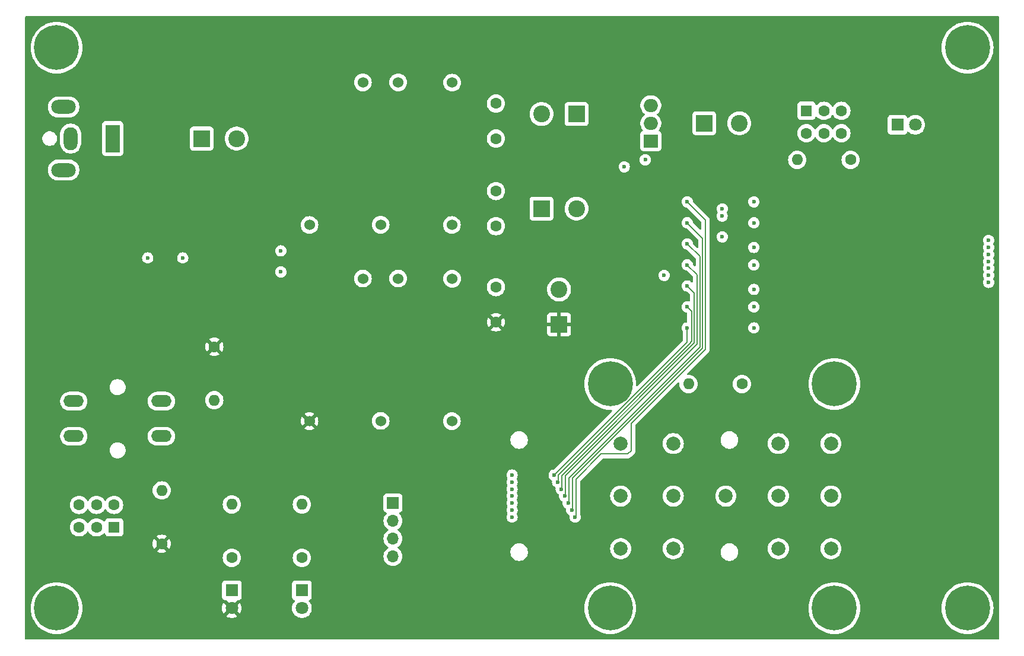
<source format=gbr>
%TF.GenerationSoftware,KiCad,Pcbnew,8.0.5-8.0.5-0~ubuntu22.04.1*%
%TF.CreationDate,2024-10-01T20:56:38-07:00*%
%TF.ProjectId,itla_driver_board_pcb,69746c61-5f64-4726-9976-65725f626f61,rev?*%
%TF.SameCoordinates,Original*%
%TF.FileFunction,Copper,L2,Inr*%
%TF.FilePolarity,Positive*%
%FSLAX46Y46*%
G04 Gerber Fmt 4.6, Leading zero omitted, Abs format (unit mm)*
G04 Created by KiCad (PCBNEW 8.0.5-8.0.5-0~ubuntu22.04.1) date 2024-10-01 20:56:38*
%MOMM*%
%LPD*%
G01*
G04 APERTURE LIST*
%TA.AperFunction,ComponentPad*%
%ADD10C,1.524000*%
%TD*%
%TA.AperFunction,ComponentPad*%
%ADD11C,1.600000*%
%TD*%
%TA.AperFunction,ComponentPad*%
%ADD12O,1.600000X1.600000*%
%TD*%
%TA.AperFunction,ComponentPad*%
%ADD13R,1.800000X1.800000*%
%TD*%
%TA.AperFunction,ComponentPad*%
%ADD14C,1.800000*%
%TD*%
%TA.AperFunction,ComponentPad*%
%ADD15R,2.000000X1.905000*%
%TD*%
%TA.AperFunction,ComponentPad*%
%ADD16O,2.000000X1.905000*%
%TD*%
%TA.AperFunction,ComponentPad*%
%ADD17R,1.600000X1.600000*%
%TD*%
%TA.AperFunction,ComponentPad*%
%ADD18R,1.700000X1.700000*%
%TD*%
%TA.AperFunction,ComponentPad*%
%ADD19O,1.700000X1.700000*%
%TD*%
%TA.AperFunction,ComponentPad*%
%ADD20R,2.400000X2.400000*%
%TD*%
%TA.AperFunction,ComponentPad*%
%ADD21C,2.400000*%
%TD*%
%TA.AperFunction,ComponentPad*%
%ADD22C,6.400000*%
%TD*%
%TA.AperFunction,ComponentPad*%
%ADD23R,2.000000X4.000000*%
%TD*%
%TA.AperFunction,ComponentPad*%
%ADD24O,2.000000X3.300000*%
%TD*%
%TA.AperFunction,ComponentPad*%
%ADD25O,3.500000X2.000000*%
%TD*%
%TA.AperFunction,ComponentPad*%
%ADD26O,2.900000X1.700000*%
%TD*%
%TA.AperFunction,ComponentPad*%
%ADD27C,2.000000*%
%TD*%
%TA.AperFunction,ViaPad*%
%ADD28C,0.600000*%
%TD*%
%TA.AperFunction,Conductor*%
%ADD29C,0.200000*%
%TD*%
G04 APERTURE END LIST*
D10*
%TO.N,+12V*%
%TO.C,U3*%
X48700000Y-37940000D03*
%TO.N,GND*%
X53740000Y-37940000D03*
%TO.N,+3V3*%
X41080000Y-58300000D03*
%TO.N,unconnected-(U3-TRIM{slash}COM-Pad4)*%
X51240000Y-58260000D03*
%TO.N,GND*%
X61400000Y-58300000D03*
%TO.N,unconnected-(U3-R.C.-Pad6)*%
X61440000Y-37980000D03*
%TD*%
%TO.N,+12V*%
%TO.C,U1*%
X48700000Y-9940000D03*
%TO.N,GND*%
X53740000Y-9940000D03*
%TO.N,+5V*%
X41080000Y-30300000D03*
%TO.N,GND*%
X51240000Y-30260000D03*
%TO.N,-5V*%
X61400000Y-30300000D03*
%TO.N,unconnected-(U1-R.C.-Pad6)*%
X61440000Y-9980000D03*
%TD*%
D11*
%TO.N,Net-(D3-K)*%
%TO.C,R1*%
X118310000Y-21000000D03*
D12*
%TO.N,GND*%
X110690000Y-21000000D03*
%TD*%
D13*
%TO.N,Net-(D3-K)*%
%TO.C,D3*%
X125000000Y-16000000D03*
D14*
%TO.N,+1V8*%
X127540000Y-16000000D03*
%TD*%
D15*
%TO.N,+5V*%
%TO.C,U4*%
X89800000Y-18320000D03*
D16*
%TO.N,GND*%
X89800000Y-15780000D03*
%TO.N,Net-(SW3-B)*%
X89800000Y-13240000D03*
%TD*%
D17*
%TO.N,+1V8*%
%TO.C,SW3*%
X112000000Y-14000000D03*
D11*
%TO.N,Net-(SW3-B)*%
X114500000Y-14000000D03*
%TO.N,N/C*%
X117000000Y-14000000D03*
X112000000Y-17200000D03*
X114500000Y-17200000D03*
X117000000Y-17200000D03*
%TD*%
D18*
%TO.N,GND*%
%TO.C,J3*%
X53000000Y-70000000D03*
D19*
%TO.N,+12V*%
X53000000Y-72540000D03*
%TO.N,unconnected-(J3-Pin_3-Pad3)*%
X53000000Y-75080000D03*
%TO.N,unconnected-(J3-Pin_4-Pad4)*%
X53000000Y-77620000D03*
%TD*%
D20*
%TO.N,Net-(SW3-B)*%
%TO.C,C8*%
X97420000Y-15780000D03*
D21*
%TO.N,GND*%
X102420000Y-15780000D03*
%TD*%
D11*
%TO.N,Net-(D2-K)*%
%TO.C,R3*%
X40000000Y-77810000D03*
D12*
%TO.N,-5V*%
X40000000Y-70190000D03*
%TD*%
D13*
%TO.N,Net-(D1-K)*%
%TO.C,D1*%
X30000000Y-82460000D03*
D14*
%TO.N,+3V3*%
X30000000Y-85000000D03*
%TD*%
D11*
%TO.N,+3V3*%
%TO.C,R4*%
X20000000Y-75810000D03*
D12*
%TO.N,/DIS*%
X20000000Y-68190000D03*
%TD*%
D22*
%TO.N,GND*%
%TO.C,H4*%
X135000000Y-5000000D03*
%TD*%
D11*
%TO.N,GND*%
%TO.C,C5*%
X67700000Y-12960000D03*
%TO.N,-5V*%
X67700000Y-17960000D03*
%TD*%
D22*
%TO.N,GND*%
%TO.C,H1*%
X5000000Y-5000000D03*
%TD*%
D11*
%TO.N,+3V3*%
%TO.C,R5*%
X27500000Y-47690000D03*
D12*
%TO.N,/RST*%
X27500000Y-55310000D03*
%TD*%
D20*
%TO.N,+12V*%
%TO.C,C1*%
X25700000Y-17960000D03*
D21*
%TO.N,GND*%
X30700000Y-17960000D03*
%TD*%
D23*
%TO.N,+12V*%
%TO.C,J2*%
X13000000Y-17960000D03*
D24*
%TO.N,GND*%
X7000000Y-17960000D03*
D25*
%TO.N,unconnected-(J2-MountPin-PadMP)*%
X6000000Y-13460000D03*
%TO.N,unconnected-(J2-MountPin-PadMP)_1*%
X6000000Y-22460000D03*
%TD*%
D11*
%TO.N,+3V3*%
%TO.C,C6*%
X67700000Y-44176041D03*
%TO.N,GND*%
X67700000Y-39176041D03*
%TD*%
%TO.N,Net-(D1-K)*%
%TO.C,R2*%
X30000000Y-77810000D03*
D12*
%TO.N,GND*%
X30000000Y-70190000D03*
%TD*%
D11*
%TO.N,+5V*%
%TO.C,C4*%
X67700000Y-30460000D03*
%TO.N,GND*%
X67700000Y-25460000D03*
%TD*%
D20*
%TO.N,+5V*%
%TO.C,C2*%
X74200000Y-27960000D03*
D21*
%TO.N,GND*%
X79200000Y-27960000D03*
%TD*%
D22*
%TO.N,GND*%
%TO.C,H2*%
X5000000Y-85000000D03*
%TD*%
D26*
%TO.N,/RST*%
%TO.C,SW2*%
X7450000Y-55460000D03*
X19950000Y-55460000D03*
%TO.N,GND*%
X7450000Y-60460000D03*
X19950000Y-60460000D03*
%TD*%
D11*
%TO.N,/TRACE_TONE*%
%TO.C,R6*%
X102810000Y-53000000D03*
D12*
%TO.N,GND*%
X95190000Y-53000000D03*
%TD*%
D13*
%TO.N,Net-(D2-K)*%
%TO.C,D2*%
X40000000Y-82460000D03*
D14*
%TO.N,GND*%
X40000000Y-85000000D03*
%TD*%
D22*
%TO.N,GND*%
%TO.C,H3*%
X135000000Y-85000000D03*
%TD*%
D20*
%TO.N,GND*%
%TO.C,C3*%
X79200000Y-14460000D03*
D21*
%TO.N,-5V*%
X74200000Y-14460000D03*
%TD*%
D17*
%TO.N,GND*%
%TO.C,SW1*%
X13200000Y-73460000D03*
D11*
%TO.N,/DIS*%
X10700000Y-73460000D03*
%TO.N,N/C*%
X8200000Y-73460000D03*
X13200000Y-70260000D03*
X10700000Y-70260000D03*
X8200000Y-70260000D03*
%TD*%
D20*
%TO.N,+3V3*%
%TO.C,C7*%
X76700000Y-44500000D03*
D21*
%TO.N,GND*%
X76700000Y-39500000D03*
%TD*%
D22*
%TO.N,GND*%
%TO.C,H8*%
X116000000Y-85000000D03*
%TD*%
%TO.N,GND*%
%TO.C,H7*%
X84000000Y-85000000D03*
%TD*%
%TO.N,GND*%
%TO.C,H5*%
X84000000Y-53000000D03*
%TD*%
%TO.N,GND*%
%TO.C,H6*%
X116000000Y-53000000D03*
%TD*%
D27*
%TO.N,N/C*%
%TO.C,J4*%
X115500000Y-76500000D03*
X115500000Y-69000000D03*
X115500000Y-61500000D03*
X108000000Y-76500000D03*
X108000000Y-69000000D03*
X108000000Y-61500000D03*
X100500000Y-69000000D03*
X93000000Y-76500000D03*
X93000000Y-69000000D03*
X93000000Y-61500000D03*
X85500000Y-76500000D03*
X85500000Y-69000000D03*
X85500000Y-61500000D03*
%TD*%
D28*
%TO.N,-5V*%
X89000000Y-21000000D03*
X37000000Y-37000000D03*
%TO.N,/RST*%
X86000000Y-22000000D03*
%TO.N,/TXD*%
X18000000Y-35000000D03*
%TO.N,/RXD*%
X23000000Y-35000000D03*
%TO.N,-5V*%
X37000000Y-34000000D03*
%TO.N,/TXD*%
X100000000Y-32000000D03*
%TO.N,/RXD*%
X99969669Y-29030331D03*
%TO.N,/RST*%
X100000000Y-28000000D03*
%TO.N,/1.8_c*%
X79000000Y-72000000D03*
%TO.N,/-5v_c2*%
X78500000Y-71000000D03*
%TO.N,/-5v_c1*%
X78000000Y-70000000D03*
%TO.N,/GND_c2*%
X77500000Y-69000000D03*
%TO.N,/GND_c1*%
X77000000Y-68000000D03*
%TO.N,/3.3v_c2*%
X76500000Y-67000000D03*
%TO.N,/3.3v_c1*%
X76000000Y-66000000D03*
%TO.N,+3V3*%
X91700000Y-43500000D03*
%TO.N,/3.3v_c1*%
X95000000Y-45000000D03*
%TO.N,/3.3v_c2*%
X95000000Y-42000000D03*
%TO.N,/GND_c1*%
X95000000Y-39000000D03*
%TO.N,/GND_c2*%
X95000000Y-36000000D03*
%TO.N,/-5v_c1*%
X95000000Y-33000000D03*
%TO.N,/-5v_c2*%
X95000000Y-30000000D03*
%TO.N,/3.3v_c1*%
X138000000Y-38500000D03*
%TO.N,/3.3v_c2*%
X138000000Y-37500000D03*
%TO.N,/GND_c1*%
X138000000Y-36500000D03*
%TO.N,/GND_c2*%
X138000000Y-35500000D03*
%TO.N,/-5v_c1*%
X138000000Y-34500000D03*
%TO.N,/-5v_c2*%
X138000000Y-33500000D03*
%TO.N,/1.8_c*%
X138000000Y-32500000D03*
X95000000Y-27000000D03*
%TO.N,GND*%
X91700000Y-37500000D03*
%TO.N,/TT_c*%
X70000000Y-72000000D03*
X104500000Y-27000000D03*
%TO.N,/RST_c*%
X104500000Y-30000000D03*
X70000000Y-71000000D03*
%TO.N,/RXD_c*%
X70000000Y-70000000D03*
X104500000Y-33500000D03*
%TO.N,/TXD_c*%
X70000000Y-69000000D03*
X104500000Y-36000000D03*
%TO.N,/6_c*%
X70000000Y-68000000D03*
X104500000Y-39500000D03*
%TO.N,/4_c*%
X104500000Y-42000000D03*
X70000000Y-67000000D03*
%TO.N,/DIS_c*%
X104500000Y-45000000D03*
X70000000Y-66000000D03*
%TD*%
D29*
%TO.N,/1.8_c*%
X79000000Y-72000000D02*
X79100000Y-71900000D01*
X82700000Y-63000000D02*
X86500000Y-63000000D01*
X79100000Y-71900000D02*
X79100000Y-66600000D01*
X79100000Y-66600000D02*
X82700000Y-63000000D01*
X86500000Y-63000000D02*
X87000000Y-62500000D01*
X87000000Y-62500000D02*
X87000000Y-58631372D01*
X87000000Y-58631372D02*
X97600000Y-48031372D01*
X97600000Y-48031372D02*
X97600000Y-29600000D01*
X97600000Y-29600000D02*
X95000000Y-27000000D01*
%TO.N,/-5v_c2*%
X95000000Y-30000000D02*
X97200000Y-32200000D01*
X97200000Y-32200000D02*
X97200000Y-47865686D01*
X97200000Y-47865686D02*
X78600000Y-66465686D01*
X78600000Y-66465686D02*
X78600000Y-70900000D01*
X78600000Y-70900000D02*
X78500000Y-71000000D01*
%TO.N,/-5v_c1*%
X78000000Y-70000000D02*
X78100000Y-69900000D01*
X78100000Y-69900000D02*
X78100000Y-66400000D01*
X78100000Y-66400000D02*
X96800000Y-47700000D01*
X96800000Y-47700000D02*
X96800000Y-34800000D01*
X96800000Y-34800000D02*
X95000000Y-33000000D01*
%TO.N,/GND_c2*%
X77615686Y-68884314D02*
X77615686Y-66115686D01*
X77500000Y-69000000D02*
X77615686Y-68884314D01*
X77615686Y-66115686D02*
X96400000Y-47331372D01*
X96400000Y-47331372D02*
X96400000Y-37400000D01*
X96400000Y-37400000D02*
X95000000Y-36000000D01*
%TO.N,/GND_c1*%
X77000000Y-68000000D02*
X77100000Y-67900000D01*
X77100000Y-67900000D02*
X77100000Y-66100000D01*
X77100000Y-66100000D02*
X77082843Y-66082843D01*
X77082843Y-66082843D02*
X96000000Y-47165686D01*
X96000000Y-47165686D02*
X96000000Y-40000000D01*
X96000000Y-40000000D02*
X95000000Y-39000000D01*
%TO.N,/3.3v_c2*%
X95500000Y-47100000D02*
X95500000Y-47000000D01*
X76600000Y-66000000D02*
X95500000Y-47100000D01*
X76500000Y-67000000D02*
X76600000Y-66900000D01*
X76600000Y-66900000D02*
X76600000Y-66000000D01*
X95500000Y-47000000D02*
X95600000Y-46900000D01*
X95600000Y-46900000D02*
X95600000Y-42600000D01*
X95600000Y-42600000D02*
X95000000Y-42000000D01*
%TO.N,/3.3v_c1*%
X76000000Y-66000000D02*
X95000000Y-47000000D01*
X95000000Y-47000000D02*
X95000000Y-45000000D01*
%TD*%
%TA.AperFunction,Conductor*%
%TO.N,+3V3*%
G36*
X139442539Y-520185D02*
G01*
X139488294Y-572989D01*
X139499500Y-624500D01*
X139499500Y-89375500D01*
X139479815Y-89442539D01*
X139427011Y-89488294D01*
X139375500Y-89499500D01*
X624500Y-89499500D01*
X557461Y-89479815D01*
X511706Y-89427011D01*
X500500Y-89375500D01*
X500500Y-84999999D01*
X1294422Y-84999999D01*
X1294422Y-85000000D01*
X1314722Y-85387339D01*
X1325618Y-85456135D01*
X1375398Y-85770433D01*
X1445998Y-86033918D01*
X1475788Y-86145094D01*
X1614787Y-86507197D01*
X1790877Y-86852793D01*
X2002122Y-87178082D01*
X2002124Y-87178084D01*
X2246219Y-87479516D01*
X2520484Y-87753781D01*
X2520488Y-87753784D01*
X2821917Y-87997877D01*
X3147206Y-88209122D01*
X3147211Y-88209125D01*
X3492806Y-88385214D01*
X3854913Y-88524214D01*
X4229567Y-88624602D01*
X4612662Y-88685278D01*
X4978576Y-88704455D01*
X4999999Y-88705578D01*
X5000000Y-88705578D01*
X5000001Y-88705578D01*
X5020301Y-88704514D01*
X5387338Y-88685278D01*
X5770433Y-88624602D01*
X6145087Y-88524214D01*
X6507194Y-88385214D01*
X6852789Y-88209125D01*
X7178084Y-87997876D01*
X7479516Y-87753781D01*
X7753781Y-87479516D01*
X7997876Y-87178084D01*
X8209125Y-86852789D01*
X8385214Y-86507194D01*
X8524214Y-86145087D01*
X8624602Y-85770433D01*
X8685278Y-85387338D01*
X8705578Y-85000000D01*
X8705578Y-84999994D01*
X28595202Y-84999994D01*
X28595202Y-85000005D01*
X28614361Y-85231218D01*
X28671317Y-85456135D01*
X28764515Y-85668606D01*
X28848812Y-85797633D01*
X29557861Y-85088584D01*
X29580667Y-85173694D01*
X29639910Y-85276306D01*
X29723694Y-85360090D01*
X29826306Y-85419333D01*
X29911414Y-85442138D01*
X29201201Y-86152351D01*
X29231649Y-86176050D01*
X29435697Y-86286476D01*
X29435706Y-86286479D01*
X29655139Y-86361811D01*
X29883993Y-86400000D01*
X30116007Y-86400000D01*
X30344860Y-86361811D01*
X30564293Y-86286479D01*
X30564301Y-86286476D01*
X30768355Y-86176047D01*
X30798797Y-86152351D01*
X30798798Y-86152350D01*
X30088585Y-85442137D01*
X30173694Y-85419333D01*
X30276306Y-85360090D01*
X30360090Y-85276306D01*
X30419333Y-85173694D01*
X30442138Y-85088585D01*
X31151186Y-85797633D01*
X31235482Y-85668611D01*
X31328682Y-85456135D01*
X31385638Y-85231218D01*
X31404798Y-85000005D01*
X31404798Y-84999994D01*
X31404798Y-84999993D01*
X38594700Y-84999993D01*
X38594700Y-85000006D01*
X38613864Y-85231297D01*
X38613866Y-85231308D01*
X38670842Y-85456300D01*
X38764075Y-85668848D01*
X38891016Y-85863147D01*
X38891019Y-85863151D01*
X38891021Y-85863153D01*
X39048216Y-86033913D01*
X39048219Y-86033915D01*
X39048222Y-86033918D01*
X39231365Y-86176464D01*
X39231371Y-86176468D01*
X39231374Y-86176470D01*
X39398860Y-86267109D01*
X39434652Y-86286479D01*
X39435497Y-86286936D01*
X39549487Y-86326068D01*
X39655015Y-86362297D01*
X39655017Y-86362297D01*
X39655019Y-86362298D01*
X39883951Y-86400500D01*
X39883952Y-86400500D01*
X40116048Y-86400500D01*
X40116049Y-86400500D01*
X40344981Y-86362298D01*
X40564503Y-86286936D01*
X40768626Y-86176470D01*
X40769170Y-86176047D01*
X40830129Y-86128600D01*
X40951784Y-86033913D01*
X41108979Y-85863153D01*
X41235924Y-85668849D01*
X41329157Y-85456300D01*
X41386134Y-85231305D01*
X41386135Y-85231297D01*
X41405300Y-85000006D01*
X41405300Y-84999999D01*
X80294422Y-84999999D01*
X80294422Y-85000000D01*
X80314722Y-85387339D01*
X80325618Y-85456135D01*
X80375398Y-85770433D01*
X80445998Y-86033918D01*
X80475788Y-86145094D01*
X80614787Y-86507197D01*
X80790877Y-86852793D01*
X81002122Y-87178082D01*
X81002124Y-87178084D01*
X81246219Y-87479516D01*
X81520484Y-87753781D01*
X81520488Y-87753784D01*
X81821917Y-87997877D01*
X82147206Y-88209122D01*
X82147211Y-88209125D01*
X82492806Y-88385214D01*
X82854913Y-88524214D01*
X83229567Y-88624602D01*
X83612662Y-88685278D01*
X83978576Y-88704455D01*
X83999999Y-88705578D01*
X84000000Y-88705578D01*
X84000001Y-88705578D01*
X84020301Y-88704514D01*
X84387338Y-88685278D01*
X84770433Y-88624602D01*
X85145087Y-88524214D01*
X85507194Y-88385214D01*
X85852789Y-88209125D01*
X86178084Y-87997876D01*
X86479516Y-87753781D01*
X86753781Y-87479516D01*
X86997876Y-87178084D01*
X87209125Y-86852789D01*
X87385214Y-86507194D01*
X87524214Y-86145087D01*
X87624602Y-85770433D01*
X87685278Y-85387338D01*
X87705578Y-85000000D01*
X87705578Y-84999999D01*
X112294422Y-84999999D01*
X112294422Y-85000000D01*
X112314722Y-85387339D01*
X112325618Y-85456135D01*
X112375398Y-85770433D01*
X112445998Y-86033918D01*
X112475788Y-86145094D01*
X112614787Y-86507197D01*
X112790877Y-86852793D01*
X113002122Y-87178082D01*
X113002124Y-87178084D01*
X113246219Y-87479516D01*
X113520484Y-87753781D01*
X113520488Y-87753784D01*
X113821917Y-87997877D01*
X114147206Y-88209122D01*
X114147211Y-88209125D01*
X114492806Y-88385214D01*
X114854913Y-88524214D01*
X115229567Y-88624602D01*
X115612662Y-88685278D01*
X115978576Y-88704455D01*
X115999999Y-88705578D01*
X116000000Y-88705578D01*
X116000001Y-88705578D01*
X116020301Y-88704514D01*
X116387338Y-88685278D01*
X116770433Y-88624602D01*
X117145087Y-88524214D01*
X117507194Y-88385214D01*
X117852789Y-88209125D01*
X118178084Y-87997876D01*
X118479516Y-87753781D01*
X118753781Y-87479516D01*
X118997876Y-87178084D01*
X119209125Y-86852789D01*
X119385214Y-86507194D01*
X119524214Y-86145087D01*
X119624602Y-85770433D01*
X119685278Y-85387338D01*
X119705578Y-85000000D01*
X119705578Y-84999999D01*
X131294422Y-84999999D01*
X131294422Y-85000000D01*
X131314722Y-85387339D01*
X131325618Y-85456135D01*
X131375398Y-85770433D01*
X131445998Y-86033918D01*
X131475788Y-86145094D01*
X131614787Y-86507197D01*
X131790877Y-86852793D01*
X132002122Y-87178082D01*
X132002124Y-87178084D01*
X132246219Y-87479516D01*
X132520484Y-87753781D01*
X132520488Y-87753784D01*
X132821917Y-87997877D01*
X133147206Y-88209122D01*
X133147211Y-88209125D01*
X133492806Y-88385214D01*
X133854913Y-88524214D01*
X134229567Y-88624602D01*
X134612662Y-88685278D01*
X134978576Y-88704455D01*
X134999999Y-88705578D01*
X135000000Y-88705578D01*
X135000001Y-88705578D01*
X135020301Y-88704514D01*
X135387338Y-88685278D01*
X135770433Y-88624602D01*
X136145087Y-88524214D01*
X136507194Y-88385214D01*
X136852789Y-88209125D01*
X137178084Y-87997876D01*
X137479516Y-87753781D01*
X137753781Y-87479516D01*
X137997876Y-87178084D01*
X138209125Y-86852789D01*
X138385214Y-86507194D01*
X138524214Y-86145087D01*
X138624602Y-85770433D01*
X138685278Y-85387338D01*
X138705578Y-85000000D01*
X138685278Y-84612662D01*
X138624602Y-84229567D01*
X138524214Y-83854913D01*
X138523898Y-83854091D01*
X138427258Y-83602335D01*
X138385214Y-83492806D01*
X138209125Y-83147211D01*
X137997876Y-82821916D01*
X137753781Y-82520484D01*
X137479516Y-82246219D01*
X137178084Y-82002124D01*
X137178082Y-82002122D01*
X136852793Y-81790877D01*
X136507197Y-81614787D01*
X136145094Y-81475788D01*
X136145087Y-81475786D01*
X135770433Y-81375398D01*
X135770429Y-81375397D01*
X135770428Y-81375397D01*
X135387339Y-81314722D01*
X135000001Y-81294422D01*
X134999999Y-81294422D01*
X134612660Y-81314722D01*
X134229572Y-81375397D01*
X134229570Y-81375397D01*
X133854905Y-81475788D01*
X133492802Y-81614787D01*
X133147206Y-81790877D01*
X132821917Y-82002122D01*
X132520488Y-82246215D01*
X132520480Y-82246222D01*
X132246222Y-82520480D01*
X132246215Y-82520488D01*
X132002122Y-82821917D01*
X131790877Y-83147206D01*
X131614787Y-83492802D01*
X131475788Y-83854905D01*
X131375397Y-84229570D01*
X131375397Y-84229572D01*
X131314722Y-84612660D01*
X131294422Y-84999999D01*
X119705578Y-84999999D01*
X119685278Y-84612662D01*
X119624602Y-84229567D01*
X119524214Y-83854913D01*
X119523898Y-83854091D01*
X119427258Y-83602335D01*
X119385214Y-83492806D01*
X119209125Y-83147211D01*
X118997876Y-82821916D01*
X118753781Y-82520484D01*
X118479516Y-82246219D01*
X118178084Y-82002124D01*
X118178082Y-82002122D01*
X117852793Y-81790877D01*
X117507197Y-81614787D01*
X117145094Y-81475788D01*
X117145087Y-81475786D01*
X116770433Y-81375398D01*
X116770429Y-81375397D01*
X116770428Y-81375397D01*
X116387339Y-81314722D01*
X116000001Y-81294422D01*
X115999999Y-81294422D01*
X115612660Y-81314722D01*
X115229572Y-81375397D01*
X115229570Y-81375397D01*
X114854905Y-81475788D01*
X114492802Y-81614787D01*
X114147206Y-81790877D01*
X113821917Y-82002122D01*
X113520488Y-82246215D01*
X113520480Y-82246222D01*
X113246222Y-82520480D01*
X113246215Y-82520488D01*
X113002122Y-82821917D01*
X112790877Y-83147206D01*
X112614787Y-83492802D01*
X112475788Y-83854905D01*
X112375397Y-84229570D01*
X112375397Y-84229572D01*
X112314722Y-84612660D01*
X112294422Y-84999999D01*
X87705578Y-84999999D01*
X87685278Y-84612662D01*
X87624602Y-84229567D01*
X87524214Y-83854913D01*
X87523898Y-83854091D01*
X87427258Y-83602335D01*
X87385214Y-83492806D01*
X87209125Y-83147211D01*
X86997876Y-82821916D01*
X86753781Y-82520484D01*
X86479516Y-82246219D01*
X86178084Y-82002124D01*
X86178082Y-82002122D01*
X85852793Y-81790877D01*
X85507197Y-81614787D01*
X85145094Y-81475788D01*
X85145087Y-81475786D01*
X84770433Y-81375398D01*
X84770429Y-81375397D01*
X84770428Y-81375397D01*
X84387339Y-81314722D01*
X84000001Y-81294422D01*
X83999999Y-81294422D01*
X83612660Y-81314722D01*
X83229572Y-81375397D01*
X83229570Y-81375397D01*
X82854905Y-81475788D01*
X82492802Y-81614787D01*
X82147206Y-81790877D01*
X81821917Y-82002122D01*
X81520488Y-82246215D01*
X81520480Y-82246222D01*
X81246222Y-82520480D01*
X81246215Y-82520488D01*
X81002122Y-82821917D01*
X80790877Y-83147206D01*
X80614787Y-83492802D01*
X80475788Y-83854905D01*
X80375397Y-84229570D01*
X80375397Y-84229572D01*
X80314722Y-84612660D01*
X80294422Y-84999999D01*
X41405300Y-84999999D01*
X41405300Y-84999993D01*
X41386135Y-84768702D01*
X41386133Y-84768691D01*
X41329157Y-84543699D01*
X41235924Y-84331151D01*
X41108983Y-84136852D01*
X41108980Y-84136849D01*
X41108979Y-84136847D01*
X41014195Y-84033884D01*
X40983275Y-83971232D01*
X40991135Y-83901806D01*
X41035283Y-83847651D01*
X41062095Y-83833722D01*
X41142326Y-83803798D01*
X41142326Y-83803797D01*
X41142331Y-83803796D01*
X41257546Y-83717546D01*
X41343796Y-83602331D01*
X41394091Y-83467483D01*
X41400500Y-83407873D01*
X41400499Y-81512128D01*
X41394091Y-81452517D01*
X41343796Y-81317669D01*
X41343795Y-81317668D01*
X41343793Y-81317664D01*
X41257547Y-81202455D01*
X41257544Y-81202452D01*
X41142335Y-81116206D01*
X41142328Y-81116202D01*
X41007482Y-81065908D01*
X41007483Y-81065908D01*
X40947883Y-81059501D01*
X40947881Y-81059500D01*
X40947873Y-81059500D01*
X40947864Y-81059500D01*
X39052129Y-81059500D01*
X39052123Y-81059501D01*
X38992516Y-81065908D01*
X38857671Y-81116202D01*
X38857664Y-81116206D01*
X38742455Y-81202452D01*
X38742452Y-81202455D01*
X38656206Y-81317664D01*
X38656202Y-81317671D01*
X38605908Y-81452517D01*
X38599501Y-81512116D01*
X38599501Y-81512123D01*
X38599500Y-81512135D01*
X38599500Y-83407870D01*
X38599501Y-83407876D01*
X38605908Y-83467483D01*
X38656202Y-83602328D01*
X38656206Y-83602335D01*
X38742452Y-83717544D01*
X38742455Y-83717547D01*
X38857664Y-83803793D01*
X38857673Y-83803798D01*
X38937904Y-83833722D01*
X38993838Y-83875593D01*
X39018256Y-83941057D01*
X39003405Y-84009330D01*
X38985802Y-84033886D01*
X38891019Y-84136849D01*
X38764075Y-84331151D01*
X38670842Y-84543699D01*
X38613866Y-84768691D01*
X38613864Y-84768702D01*
X38594700Y-84999993D01*
X31404798Y-84999993D01*
X31385638Y-84768781D01*
X31328682Y-84543864D01*
X31235484Y-84331393D01*
X31151186Y-84202365D01*
X30442137Y-84911414D01*
X30419333Y-84826306D01*
X30360090Y-84723694D01*
X30276306Y-84639910D01*
X30173694Y-84580667D01*
X30088584Y-84557861D01*
X30749627Y-83896818D01*
X30810950Y-83863333D01*
X30837307Y-83860499D01*
X30947872Y-83860499D01*
X31007483Y-83854091D01*
X31142331Y-83803796D01*
X31257546Y-83717546D01*
X31343796Y-83602331D01*
X31394091Y-83467483D01*
X31400500Y-83407873D01*
X31400499Y-81512128D01*
X31394091Y-81452517D01*
X31343796Y-81317669D01*
X31343795Y-81317668D01*
X31343793Y-81317664D01*
X31257547Y-81202455D01*
X31257544Y-81202452D01*
X31142335Y-81116206D01*
X31142328Y-81116202D01*
X31007482Y-81065908D01*
X31007483Y-81065908D01*
X30947883Y-81059501D01*
X30947881Y-81059500D01*
X30947873Y-81059500D01*
X30947864Y-81059500D01*
X29052129Y-81059500D01*
X29052123Y-81059501D01*
X28992516Y-81065908D01*
X28857671Y-81116202D01*
X28857664Y-81116206D01*
X28742455Y-81202452D01*
X28742452Y-81202455D01*
X28656206Y-81317664D01*
X28656202Y-81317671D01*
X28605908Y-81452517D01*
X28599501Y-81512116D01*
X28599501Y-81512123D01*
X28599500Y-81512135D01*
X28599500Y-83407870D01*
X28599501Y-83407876D01*
X28605908Y-83467483D01*
X28656202Y-83602328D01*
X28656206Y-83602335D01*
X28742452Y-83717544D01*
X28742455Y-83717547D01*
X28857664Y-83803793D01*
X28857671Y-83803797D01*
X28857674Y-83803798D01*
X28992517Y-83854091D01*
X29052127Y-83860500D01*
X29162693Y-83860499D01*
X29229730Y-83880183D01*
X29250372Y-83896818D01*
X29911415Y-84557861D01*
X29826306Y-84580667D01*
X29723694Y-84639910D01*
X29639910Y-84723694D01*
X29580667Y-84826306D01*
X29557861Y-84911415D01*
X28848811Y-84202365D01*
X28764516Y-84331390D01*
X28671317Y-84543864D01*
X28614361Y-84768781D01*
X28595202Y-84999994D01*
X8705578Y-84999994D01*
X8685278Y-84612662D01*
X8624602Y-84229567D01*
X8524214Y-83854913D01*
X8523898Y-83854091D01*
X8427258Y-83602335D01*
X8385214Y-83492806D01*
X8209125Y-83147211D01*
X7997876Y-82821916D01*
X7753781Y-82520484D01*
X7479516Y-82246219D01*
X7178084Y-82002124D01*
X7178082Y-82002122D01*
X6852793Y-81790877D01*
X6507197Y-81614787D01*
X6145094Y-81475788D01*
X6145087Y-81475786D01*
X5770433Y-81375398D01*
X5770429Y-81375397D01*
X5770428Y-81375397D01*
X5387339Y-81314722D01*
X5000001Y-81294422D01*
X4999999Y-81294422D01*
X4612660Y-81314722D01*
X4229572Y-81375397D01*
X4229570Y-81375397D01*
X3854905Y-81475788D01*
X3492802Y-81614787D01*
X3147206Y-81790877D01*
X2821917Y-82002122D01*
X2520488Y-82246215D01*
X2520480Y-82246222D01*
X2246222Y-82520480D01*
X2246215Y-82520488D01*
X2002122Y-82821917D01*
X1790877Y-83147206D01*
X1614787Y-83492802D01*
X1475788Y-83854905D01*
X1375397Y-84229570D01*
X1375397Y-84229572D01*
X1314722Y-84612660D01*
X1294422Y-84999999D01*
X500500Y-84999999D01*
X500500Y-77809998D01*
X28694532Y-77809998D01*
X28694532Y-77810001D01*
X28714364Y-78036686D01*
X28714366Y-78036697D01*
X28773258Y-78256488D01*
X28773261Y-78256497D01*
X28869431Y-78462732D01*
X28869432Y-78462734D01*
X28999954Y-78649141D01*
X29160858Y-78810045D01*
X29160861Y-78810047D01*
X29347266Y-78940568D01*
X29553504Y-79036739D01*
X29773308Y-79095635D01*
X29935230Y-79109801D01*
X29999998Y-79115468D01*
X30000000Y-79115468D01*
X30000002Y-79115468D01*
X30056673Y-79110509D01*
X30226692Y-79095635D01*
X30446496Y-79036739D01*
X30652734Y-78940568D01*
X30839139Y-78810047D01*
X31000047Y-78649139D01*
X31130568Y-78462734D01*
X31226739Y-78256496D01*
X31285635Y-78036692D01*
X31305061Y-77814648D01*
X31305468Y-77810001D01*
X31305468Y-77809998D01*
X38694532Y-77809998D01*
X38694532Y-77810001D01*
X38714364Y-78036686D01*
X38714366Y-78036697D01*
X38773258Y-78256488D01*
X38773261Y-78256497D01*
X38869431Y-78462732D01*
X38869432Y-78462734D01*
X38999954Y-78649141D01*
X39160858Y-78810045D01*
X39160861Y-78810047D01*
X39347266Y-78940568D01*
X39553504Y-79036739D01*
X39773308Y-79095635D01*
X39935230Y-79109801D01*
X39999998Y-79115468D01*
X40000000Y-79115468D01*
X40000002Y-79115468D01*
X40056673Y-79110509D01*
X40226692Y-79095635D01*
X40446496Y-79036739D01*
X40652734Y-78940568D01*
X40839139Y-78810047D01*
X41000047Y-78649139D01*
X41130568Y-78462734D01*
X41226739Y-78256496D01*
X41285635Y-78036692D01*
X41305061Y-77814648D01*
X41305468Y-77810001D01*
X41305468Y-77809998D01*
X41299801Y-77745230D01*
X41285635Y-77583308D01*
X41232391Y-77384596D01*
X41226741Y-77363511D01*
X41226738Y-77363502D01*
X41130568Y-77157267D01*
X41130567Y-77157265D01*
X41129917Y-77156337D01*
X41000047Y-76970861D01*
X41000045Y-76970858D01*
X40839141Y-76809954D01*
X40652734Y-76679432D01*
X40652732Y-76679431D01*
X40446497Y-76583261D01*
X40446488Y-76583258D01*
X40226697Y-76524366D01*
X40226693Y-76524365D01*
X40226692Y-76524365D01*
X40226691Y-76524364D01*
X40226686Y-76524364D01*
X40000002Y-76504532D01*
X39999998Y-76504532D01*
X39773313Y-76524364D01*
X39773302Y-76524366D01*
X39553511Y-76583258D01*
X39553502Y-76583261D01*
X39347267Y-76679431D01*
X39347265Y-76679432D01*
X39160858Y-76809954D01*
X38999954Y-76970858D01*
X38869432Y-77157265D01*
X38869431Y-77157267D01*
X38773261Y-77363502D01*
X38773258Y-77363511D01*
X38714366Y-77583302D01*
X38714364Y-77583313D01*
X38694532Y-77809998D01*
X31305468Y-77809998D01*
X31299801Y-77745230D01*
X31285635Y-77583308D01*
X31232391Y-77384596D01*
X31226741Y-77363511D01*
X31226738Y-77363502D01*
X31130568Y-77157267D01*
X31130567Y-77157265D01*
X31129917Y-77156337D01*
X31000047Y-76970861D01*
X31000045Y-76970858D01*
X30839141Y-76809954D01*
X30652734Y-76679432D01*
X30652732Y-76679431D01*
X30446497Y-76583261D01*
X30446488Y-76583258D01*
X30226697Y-76524366D01*
X30226693Y-76524365D01*
X30226692Y-76524365D01*
X30226691Y-76524364D01*
X30226686Y-76524364D01*
X30000002Y-76504532D01*
X29999998Y-76504532D01*
X29773313Y-76524364D01*
X29773302Y-76524366D01*
X29553511Y-76583258D01*
X29553502Y-76583261D01*
X29347267Y-76679431D01*
X29347265Y-76679432D01*
X29160858Y-76809954D01*
X28999954Y-76970858D01*
X28869432Y-77157265D01*
X28869431Y-77157267D01*
X28773261Y-77363502D01*
X28773258Y-77363511D01*
X28714366Y-77583302D01*
X28714364Y-77583313D01*
X28694532Y-77809998D01*
X500500Y-77809998D01*
X500500Y-75809997D01*
X18695034Y-75809997D01*
X18695034Y-75810002D01*
X18714858Y-76036599D01*
X18714860Y-76036610D01*
X18773730Y-76256317D01*
X18773735Y-76256331D01*
X18869863Y-76462478D01*
X18920974Y-76535472D01*
X19600000Y-75856446D01*
X19600000Y-75862661D01*
X19627259Y-75964394D01*
X19679920Y-76055606D01*
X19754394Y-76130080D01*
X19845606Y-76182741D01*
X19947339Y-76210000D01*
X19953553Y-76210000D01*
X19274526Y-76889025D01*
X19347513Y-76940132D01*
X19347521Y-76940136D01*
X19553668Y-77036264D01*
X19553682Y-77036269D01*
X19773389Y-77095139D01*
X19773400Y-77095141D01*
X19999998Y-77114966D01*
X20000002Y-77114966D01*
X20226599Y-77095141D01*
X20226610Y-77095139D01*
X20446317Y-77036269D01*
X20446331Y-77036264D01*
X20652478Y-76940136D01*
X20725471Y-76889024D01*
X20046447Y-76210000D01*
X20052661Y-76210000D01*
X20154394Y-76182741D01*
X20245606Y-76130080D01*
X20320080Y-76055606D01*
X20372741Y-75964394D01*
X20400000Y-75862661D01*
X20400000Y-75856447D01*
X21079024Y-76535471D01*
X21130136Y-76462478D01*
X21226264Y-76256331D01*
X21226269Y-76256317D01*
X21285139Y-76036610D01*
X21285141Y-76036599D01*
X21304966Y-75810002D01*
X21304966Y-75809997D01*
X21285141Y-75583400D01*
X21285139Y-75583389D01*
X21226269Y-75363682D01*
X21226264Y-75363668D01*
X21130136Y-75157521D01*
X21130132Y-75157513D01*
X21079025Y-75084526D01*
X20400000Y-75763551D01*
X20400000Y-75757339D01*
X20372741Y-75655606D01*
X20320080Y-75564394D01*
X20245606Y-75489920D01*
X20154394Y-75437259D01*
X20052661Y-75410000D01*
X20046448Y-75410000D01*
X20725472Y-74730974D01*
X20652478Y-74679863D01*
X20446331Y-74583735D01*
X20446317Y-74583730D01*
X20226610Y-74524860D01*
X20226599Y-74524858D01*
X20000002Y-74505034D01*
X19999998Y-74505034D01*
X19773400Y-74524858D01*
X19773389Y-74524860D01*
X19553682Y-74583730D01*
X19553673Y-74583734D01*
X19347516Y-74679866D01*
X19347512Y-74679868D01*
X19274526Y-74730973D01*
X19274526Y-74730974D01*
X19953553Y-75410000D01*
X19947339Y-75410000D01*
X19845606Y-75437259D01*
X19754394Y-75489920D01*
X19679920Y-75564394D01*
X19627259Y-75655606D01*
X19600000Y-75757339D01*
X19600000Y-75763552D01*
X18920974Y-75084526D01*
X18920973Y-75084526D01*
X18869868Y-75157512D01*
X18869866Y-75157516D01*
X18773734Y-75363673D01*
X18773730Y-75363682D01*
X18714860Y-75583389D01*
X18714858Y-75583400D01*
X18695034Y-75809997D01*
X500500Y-75809997D01*
X500500Y-73459998D01*
X6894532Y-73459998D01*
X6894532Y-73460001D01*
X6914364Y-73686686D01*
X6914366Y-73686697D01*
X6973258Y-73906488D01*
X6973261Y-73906497D01*
X7069431Y-74112732D01*
X7069432Y-74112734D01*
X7199954Y-74299141D01*
X7360858Y-74460045D01*
X7360861Y-74460047D01*
X7547266Y-74590568D01*
X7753504Y-74686739D01*
X7973308Y-74745635D01*
X8135230Y-74759801D01*
X8199998Y-74765468D01*
X8200000Y-74765468D01*
X8200002Y-74765468D01*
X8256807Y-74760498D01*
X8426692Y-74745635D01*
X8646496Y-74686739D01*
X8852734Y-74590568D01*
X9039139Y-74460047D01*
X9200047Y-74299139D01*
X9330568Y-74112734D01*
X9337618Y-74097614D01*
X9383789Y-74045176D01*
X9450982Y-74026023D01*
X9517864Y-74046238D01*
X9562381Y-74097614D01*
X9569432Y-74112733D01*
X9569432Y-74112734D01*
X9699954Y-74299141D01*
X9860858Y-74460045D01*
X9860861Y-74460047D01*
X10047266Y-74590568D01*
X10253504Y-74686739D01*
X10473308Y-74745635D01*
X10635230Y-74759801D01*
X10699998Y-74765468D01*
X10700000Y-74765468D01*
X10700002Y-74765468D01*
X10756807Y-74760498D01*
X10926692Y-74745635D01*
X11146496Y-74686739D01*
X11352734Y-74590568D01*
X11539139Y-74460047D01*
X11696274Y-74302911D01*
X11757596Y-74269428D01*
X11827287Y-74274412D01*
X11883221Y-74316283D01*
X11904629Y-74362070D01*
X11905908Y-74367480D01*
X11956202Y-74502328D01*
X11956206Y-74502335D01*
X12042452Y-74617544D01*
X12042455Y-74617547D01*
X12157664Y-74703793D01*
X12157671Y-74703797D01*
X12292517Y-74754091D01*
X12292516Y-74754091D01*
X12299444Y-74754835D01*
X12352127Y-74760500D01*
X14047872Y-74760499D01*
X14107483Y-74754091D01*
X14242331Y-74703796D01*
X14357546Y-74617546D01*
X14443796Y-74502331D01*
X14494091Y-74367483D01*
X14500500Y-74307873D01*
X14500499Y-72612128D01*
X14494091Y-72552517D01*
X14489422Y-72540000D01*
X14489422Y-72539999D01*
X51644341Y-72539999D01*
X51644341Y-72540000D01*
X51664936Y-72775403D01*
X51664938Y-72775413D01*
X51726094Y-73003655D01*
X51726096Y-73003659D01*
X51726097Y-73003663D01*
X51771167Y-73100315D01*
X51825965Y-73217830D01*
X51825967Y-73217834D01*
X51961501Y-73411395D01*
X51961506Y-73411402D01*
X52128597Y-73578493D01*
X52128603Y-73578498D01*
X52314158Y-73708425D01*
X52357783Y-73763002D01*
X52364977Y-73832500D01*
X52333454Y-73894855D01*
X52314158Y-73911575D01*
X52128597Y-74041505D01*
X51961505Y-74208597D01*
X51825965Y-74402169D01*
X51825964Y-74402171D01*
X51726098Y-74616335D01*
X51726094Y-74616344D01*
X51664938Y-74844586D01*
X51664936Y-74844596D01*
X51644341Y-75079999D01*
X51644341Y-75080000D01*
X51664936Y-75315403D01*
X51664938Y-75315413D01*
X51726094Y-75543655D01*
X51726096Y-75543659D01*
X51726097Y-75543663D01*
X51740810Y-75575215D01*
X51825965Y-75757830D01*
X51825967Y-75757834D01*
X51961501Y-75951395D01*
X51961506Y-75951402D01*
X52128597Y-76118493D01*
X52128603Y-76118498D01*
X52314158Y-76248425D01*
X52357783Y-76303002D01*
X52364977Y-76372500D01*
X52333454Y-76434855D01*
X52314158Y-76451575D01*
X52128597Y-76581505D01*
X51961505Y-76748597D01*
X51825965Y-76942169D01*
X51825964Y-76942171D01*
X51726098Y-77156335D01*
X51726094Y-77156344D01*
X51664938Y-77384586D01*
X51664936Y-77384596D01*
X51644341Y-77619999D01*
X51644341Y-77620000D01*
X51664936Y-77855403D01*
X51664938Y-77855413D01*
X51726094Y-78083655D01*
X51726096Y-78083659D01*
X51726097Y-78083663D01*
X51803895Y-78250500D01*
X51825965Y-78297830D01*
X51825967Y-78297834D01*
X51934281Y-78452521D01*
X51961505Y-78491401D01*
X52128599Y-78658495D01*
X52225384Y-78726265D01*
X52322165Y-78794032D01*
X52322167Y-78794033D01*
X52322170Y-78794035D01*
X52536337Y-78893903D01*
X52764592Y-78955063D01*
X52952918Y-78971539D01*
X52999999Y-78975659D01*
X53000000Y-78975659D01*
X53000001Y-78975659D01*
X53039234Y-78972226D01*
X53235408Y-78955063D01*
X53463663Y-78893903D01*
X53677830Y-78794035D01*
X53871401Y-78658495D01*
X54038495Y-78491401D01*
X54174035Y-78297830D01*
X54273903Y-78083663D01*
X54335063Y-77855408D01*
X54355659Y-77620000D01*
X54335063Y-77384592D01*
X54273903Y-77156337D01*
X54174035Y-76942171D01*
X54172608Y-76940132D01*
X54145612Y-76901577D01*
X69749500Y-76901577D01*
X69749500Y-77098422D01*
X69780290Y-77292826D01*
X69841117Y-77480029D01*
X69912436Y-77619999D01*
X69930476Y-77655405D01*
X70046172Y-77814646D01*
X70185354Y-77953828D01*
X70344595Y-78069524D01*
X70427455Y-78111743D01*
X70519970Y-78158882D01*
X70519972Y-78158882D01*
X70519975Y-78158884D01*
X70620317Y-78191487D01*
X70707173Y-78219709D01*
X70901578Y-78250500D01*
X70901583Y-78250500D01*
X71098422Y-78250500D01*
X71292826Y-78219709D01*
X71480025Y-78158884D01*
X71655405Y-78069524D01*
X71814646Y-77953828D01*
X71953828Y-77814646D01*
X72069524Y-77655405D01*
X72158884Y-77480025D01*
X72219709Y-77292826D01*
X72231781Y-77216606D01*
X72250500Y-77098422D01*
X72250500Y-76901577D01*
X72219709Y-76707173D01*
X72163919Y-76535471D01*
X72158884Y-76519975D01*
X72158882Y-76519972D01*
X72158882Y-76519970D01*
X72148704Y-76499994D01*
X83994357Y-76499994D01*
X83994357Y-76500005D01*
X84014890Y-76747812D01*
X84014892Y-76747824D01*
X84075936Y-76988881D01*
X84175826Y-77216606D01*
X84311833Y-77424782D01*
X84311836Y-77424785D01*
X84480256Y-77607738D01*
X84676491Y-77760474D01*
X84895190Y-77878828D01*
X85130386Y-77959571D01*
X85375665Y-78000500D01*
X85624335Y-78000500D01*
X85869614Y-77959571D01*
X86104810Y-77878828D01*
X86323509Y-77760474D01*
X86519744Y-77607738D01*
X86688164Y-77424785D01*
X86824173Y-77216607D01*
X86924063Y-76988881D01*
X86985108Y-76747821D01*
X86998744Y-76583258D01*
X87005643Y-76500005D01*
X87005643Y-76499994D01*
X91494357Y-76499994D01*
X91494357Y-76500005D01*
X91514890Y-76747812D01*
X91514892Y-76747824D01*
X91575936Y-76988881D01*
X91675826Y-77216606D01*
X91811833Y-77424782D01*
X91811836Y-77424785D01*
X91980256Y-77607738D01*
X92176491Y-77760474D01*
X92395190Y-77878828D01*
X92630386Y-77959571D01*
X92875665Y-78000500D01*
X93124335Y-78000500D01*
X93369614Y-77959571D01*
X93604810Y-77878828D01*
X93823509Y-77760474D01*
X94019744Y-77607738D01*
X94188164Y-77424785D01*
X94324173Y-77216607D01*
X94424063Y-76988881D01*
X94446171Y-76901577D01*
X99749500Y-76901577D01*
X99749500Y-77098422D01*
X99780290Y-77292826D01*
X99841117Y-77480029D01*
X99912436Y-77619999D01*
X99930476Y-77655405D01*
X100046172Y-77814646D01*
X100185354Y-77953828D01*
X100344595Y-78069524D01*
X100427455Y-78111743D01*
X100519970Y-78158882D01*
X100519972Y-78158882D01*
X100519975Y-78158884D01*
X100620317Y-78191487D01*
X100707173Y-78219709D01*
X100901578Y-78250500D01*
X100901583Y-78250500D01*
X101098422Y-78250500D01*
X101292826Y-78219709D01*
X101480025Y-78158884D01*
X101655405Y-78069524D01*
X101814646Y-77953828D01*
X101953828Y-77814646D01*
X102069524Y-77655405D01*
X102158884Y-77480025D01*
X102219709Y-77292826D01*
X102231781Y-77216606D01*
X102250500Y-77098422D01*
X102250500Y-76901577D01*
X102219709Y-76707173D01*
X102163919Y-76535471D01*
X102158884Y-76519975D01*
X102158882Y-76519972D01*
X102158882Y-76519970D01*
X102148704Y-76499994D01*
X106494357Y-76499994D01*
X106494357Y-76500005D01*
X106514890Y-76747812D01*
X106514892Y-76747824D01*
X106575936Y-76988881D01*
X106675826Y-77216606D01*
X106811833Y-77424782D01*
X106811836Y-77424785D01*
X106980256Y-77607738D01*
X107176491Y-77760474D01*
X107395190Y-77878828D01*
X107630386Y-77959571D01*
X107875665Y-78000500D01*
X108124335Y-78000500D01*
X108369614Y-77959571D01*
X108604810Y-77878828D01*
X108823509Y-77760474D01*
X109019744Y-77607738D01*
X109188164Y-77424785D01*
X109324173Y-77216607D01*
X109424063Y-76988881D01*
X109485108Y-76747821D01*
X109498744Y-76583258D01*
X109505643Y-76500005D01*
X109505643Y-76499994D01*
X113994357Y-76499994D01*
X113994357Y-76500005D01*
X114014890Y-76747812D01*
X114014892Y-76747824D01*
X114075936Y-76988881D01*
X114175826Y-77216606D01*
X114311833Y-77424782D01*
X114311836Y-77424785D01*
X114480256Y-77607738D01*
X114676491Y-77760474D01*
X114895190Y-77878828D01*
X115130386Y-77959571D01*
X115375665Y-78000500D01*
X115624335Y-78000500D01*
X115869614Y-77959571D01*
X116104810Y-77878828D01*
X116323509Y-77760474D01*
X116519744Y-77607738D01*
X116688164Y-77424785D01*
X116824173Y-77216607D01*
X116924063Y-76988881D01*
X116985108Y-76747821D01*
X116998744Y-76583258D01*
X117005643Y-76500005D01*
X117005643Y-76499994D01*
X116985109Y-76252187D01*
X116985107Y-76252175D01*
X116924063Y-76011118D01*
X116824173Y-75783393D01*
X116688166Y-75575217D01*
X116578830Y-75456447D01*
X116519744Y-75392262D01*
X116323509Y-75239526D01*
X116323507Y-75239525D01*
X116323506Y-75239524D01*
X116104811Y-75121172D01*
X116104802Y-75121169D01*
X115869616Y-75040429D01*
X115624335Y-74999500D01*
X115375665Y-74999500D01*
X115130383Y-75040429D01*
X114895197Y-75121169D01*
X114895188Y-75121172D01*
X114676493Y-75239524D01*
X114480257Y-75392261D01*
X114311833Y-75575217D01*
X114175826Y-75783393D01*
X114075936Y-76011118D01*
X114014892Y-76252175D01*
X114014890Y-76252187D01*
X113994357Y-76499994D01*
X109505643Y-76499994D01*
X109485109Y-76252187D01*
X109485107Y-76252175D01*
X109424063Y-76011118D01*
X109324173Y-75783393D01*
X109188166Y-75575217D01*
X109078830Y-75456447D01*
X109019744Y-75392262D01*
X108823509Y-75239526D01*
X108823507Y-75239525D01*
X108823506Y-75239524D01*
X108604811Y-75121172D01*
X108604802Y-75121169D01*
X108369616Y-75040429D01*
X108124335Y-74999500D01*
X107875665Y-74999500D01*
X107630383Y-75040429D01*
X107395197Y-75121169D01*
X107395188Y-75121172D01*
X107176493Y-75239524D01*
X106980257Y-75392261D01*
X106811833Y-75575217D01*
X106675826Y-75783393D01*
X106575936Y-76011118D01*
X106514892Y-76252175D01*
X106514890Y-76252187D01*
X106494357Y-76499994D01*
X102148704Y-76499994D01*
X102069523Y-76344594D01*
X101953828Y-76185354D01*
X101814646Y-76046172D01*
X101655405Y-75930476D01*
X101480029Y-75841117D01*
X101292826Y-75780290D01*
X101098422Y-75749500D01*
X101098417Y-75749500D01*
X100901583Y-75749500D01*
X100901578Y-75749500D01*
X100707173Y-75780290D01*
X100519970Y-75841117D01*
X100344594Y-75930476D01*
X100297911Y-75964394D01*
X100185354Y-76046172D01*
X100185352Y-76046174D01*
X100185351Y-76046174D01*
X100046174Y-76185351D01*
X100046174Y-76185352D01*
X100046172Y-76185354D01*
X100028266Y-76210000D01*
X99930476Y-76344594D01*
X99841117Y-76519970D01*
X99780290Y-76707173D01*
X99749500Y-76901577D01*
X94446171Y-76901577D01*
X94485108Y-76747821D01*
X94498744Y-76583258D01*
X94505643Y-76500005D01*
X94505643Y-76499994D01*
X94485109Y-76252187D01*
X94485107Y-76252175D01*
X94424063Y-76011118D01*
X94324173Y-75783393D01*
X94188166Y-75575217D01*
X94078830Y-75456447D01*
X94019744Y-75392262D01*
X93823509Y-75239526D01*
X93823507Y-75239525D01*
X93823506Y-75239524D01*
X93604811Y-75121172D01*
X93604802Y-75121169D01*
X93369616Y-75040429D01*
X93124335Y-74999500D01*
X92875665Y-74999500D01*
X92630383Y-75040429D01*
X92395197Y-75121169D01*
X92395188Y-75121172D01*
X92176493Y-75239524D01*
X91980257Y-75392261D01*
X91811833Y-75575217D01*
X91675826Y-75783393D01*
X91575936Y-76011118D01*
X91514892Y-76252175D01*
X91514890Y-76252187D01*
X91494357Y-76499994D01*
X87005643Y-76499994D01*
X86985109Y-76252187D01*
X86985107Y-76252175D01*
X86924063Y-76011118D01*
X86824173Y-75783393D01*
X86688166Y-75575217D01*
X86578830Y-75456447D01*
X86519744Y-75392262D01*
X86323509Y-75239526D01*
X86323507Y-75239525D01*
X86323506Y-75239524D01*
X86104811Y-75121172D01*
X86104802Y-75121169D01*
X85869616Y-75040429D01*
X85624335Y-74999500D01*
X85375665Y-74999500D01*
X85130383Y-75040429D01*
X84895197Y-75121169D01*
X84895188Y-75121172D01*
X84676493Y-75239524D01*
X84480257Y-75392261D01*
X84311833Y-75575217D01*
X84175826Y-75783393D01*
X84075936Y-76011118D01*
X84014892Y-76252175D01*
X84014890Y-76252187D01*
X83994357Y-76499994D01*
X72148704Y-76499994D01*
X72069523Y-76344594D01*
X71953828Y-76185354D01*
X71814646Y-76046172D01*
X71655405Y-75930476D01*
X71480029Y-75841117D01*
X71292826Y-75780290D01*
X71098422Y-75749500D01*
X71098417Y-75749500D01*
X70901583Y-75749500D01*
X70901578Y-75749500D01*
X70707173Y-75780290D01*
X70519970Y-75841117D01*
X70344594Y-75930476D01*
X70297911Y-75964394D01*
X70185354Y-76046172D01*
X70185352Y-76046174D01*
X70185351Y-76046174D01*
X70046174Y-76185351D01*
X70046174Y-76185352D01*
X70046172Y-76185354D01*
X70028266Y-76210000D01*
X69930476Y-76344594D01*
X69841117Y-76519970D01*
X69780290Y-76707173D01*
X69749500Y-76901577D01*
X54145612Y-76901577D01*
X54038494Y-76748597D01*
X53871402Y-76581506D01*
X53871396Y-76581501D01*
X53685842Y-76451575D01*
X53642217Y-76396998D01*
X53635023Y-76327500D01*
X53666546Y-76265145D01*
X53685842Y-76248425D01*
X53740718Y-76210000D01*
X53871401Y-76118495D01*
X54038495Y-75951401D01*
X54174035Y-75757830D01*
X54273903Y-75543663D01*
X54335063Y-75315408D01*
X54355659Y-75080000D01*
X54335063Y-74844592D01*
X54274227Y-74617546D01*
X54273905Y-74616344D01*
X54273904Y-74616343D01*
X54273903Y-74616337D01*
X54174035Y-74402171D01*
X54149747Y-74367483D01*
X54038494Y-74208597D01*
X53871402Y-74041506D01*
X53871396Y-74041501D01*
X53685842Y-73911575D01*
X53642217Y-73856998D01*
X53635023Y-73787500D01*
X53666546Y-73725145D01*
X53685842Y-73708425D01*
X53716888Y-73686686D01*
X53871401Y-73578495D01*
X54038495Y-73411401D01*
X54174035Y-73217830D01*
X54273903Y-73003663D01*
X54335063Y-72775408D01*
X54355659Y-72540000D01*
X54335063Y-72304592D01*
X54273903Y-72076337D01*
X54174035Y-71862171D01*
X54163507Y-71847136D01*
X54038496Y-71668600D01*
X53980126Y-71610230D01*
X53916567Y-71546671D01*
X53883084Y-71485351D01*
X53888068Y-71415659D01*
X53929939Y-71359725D01*
X53960915Y-71342810D01*
X54092331Y-71293796D01*
X54207546Y-71207546D01*
X54293796Y-71092331D01*
X54344091Y-70957483D01*
X54350500Y-70897873D01*
X54350499Y-69102128D01*
X54344091Y-69042517D01*
X54339101Y-69029139D01*
X54293797Y-68907671D01*
X54293793Y-68907664D01*
X54207547Y-68792455D01*
X54207544Y-68792452D01*
X54092335Y-68706206D01*
X54092328Y-68706202D01*
X53957482Y-68655908D01*
X53957483Y-68655908D01*
X53897883Y-68649501D01*
X53897881Y-68649500D01*
X53897873Y-68649500D01*
X53897864Y-68649500D01*
X52102129Y-68649500D01*
X52102123Y-68649501D01*
X52042516Y-68655908D01*
X51907671Y-68706202D01*
X51907664Y-68706206D01*
X51792455Y-68792452D01*
X51792452Y-68792455D01*
X51706206Y-68907664D01*
X51706202Y-68907671D01*
X51655908Y-69042517D01*
X51654090Y-69059431D01*
X51649501Y-69102123D01*
X51649500Y-69102135D01*
X51649500Y-70897870D01*
X51649501Y-70897876D01*
X51655908Y-70957483D01*
X51706202Y-71092328D01*
X51706206Y-71092335D01*
X51792452Y-71207544D01*
X51792455Y-71207547D01*
X51907664Y-71293793D01*
X51907671Y-71293797D01*
X52039081Y-71342810D01*
X52095015Y-71384681D01*
X52119432Y-71450145D01*
X52104580Y-71518418D01*
X52083430Y-71546673D01*
X51961503Y-71668600D01*
X51825965Y-71862169D01*
X51825964Y-71862171D01*
X51726098Y-72076335D01*
X51726094Y-72076344D01*
X51664938Y-72304586D01*
X51664936Y-72304596D01*
X51644341Y-72539999D01*
X14489422Y-72539999D01*
X14443797Y-72417671D01*
X14443793Y-72417664D01*
X14357547Y-72302455D01*
X14357544Y-72302452D01*
X14242335Y-72216206D01*
X14242328Y-72216202D01*
X14107482Y-72165908D01*
X14107483Y-72165908D01*
X14047883Y-72159501D01*
X14047881Y-72159500D01*
X14047873Y-72159500D01*
X14047864Y-72159500D01*
X12352129Y-72159500D01*
X12352123Y-72159501D01*
X12292516Y-72165908D01*
X12157671Y-72216202D01*
X12157664Y-72216206D01*
X12042455Y-72302452D01*
X12042452Y-72302455D01*
X11956206Y-72417664D01*
X11956202Y-72417671D01*
X11905909Y-72552513D01*
X11904632Y-72557922D01*
X11870058Y-72618638D01*
X11808147Y-72651023D01*
X11738556Y-72644796D01*
X11696274Y-72617087D01*
X11539141Y-72459954D01*
X11352734Y-72329432D01*
X11352732Y-72329431D01*
X11146497Y-72233261D01*
X11146488Y-72233258D01*
X10926697Y-72174366D01*
X10926693Y-72174365D01*
X10926692Y-72174365D01*
X10926691Y-72174364D01*
X10926686Y-72174364D01*
X10700002Y-72154532D01*
X10699998Y-72154532D01*
X10473313Y-72174364D01*
X10473302Y-72174366D01*
X10253511Y-72233258D01*
X10253502Y-72233261D01*
X10047267Y-72329431D01*
X10047265Y-72329432D01*
X9860858Y-72459954D01*
X9699954Y-72620858D01*
X9584765Y-72785368D01*
X9569432Y-72807266D01*
X9562380Y-72822387D01*
X9516209Y-72874825D01*
X9449015Y-72893976D01*
X9382134Y-72873760D01*
X9337619Y-72822387D01*
X9330568Y-72807266D01*
X9200047Y-72620861D01*
X9200045Y-72620858D01*
X9039141Y-72459954D01*
X8852734Y-72329432D01*
X8852732Y-72329431D01*
X8646497Y-72233261D01*
X8646488Y-72233258D01*
X8426697Y-72174366D01*
X8426693Y-72174365D01*
X8426692Y-72174365D01*
X8426691Y-72174364D01*
X8426686Y-72174364D01*
X8200002Y-72154532D01*
X8199998Y-72154532D01*
X7973313Y-72174364D01*
X7973302Y-72174366D01*
X7753511Y-72233258D01*
X7753502Y-72233261D01*
X7547267Y-72329431D01*
X7547265Y-72329432D01*
X7360858Y-72459954D01*
X7199954Y-72620858D01*
X7069432Y-72807265D01*
X7069431Y-72807267D01*
X6973261Y-73013502D01*
X6973258Y-73013511D01*
X6914366Y-73233302D01*
X6914364Y-73233313D01*
X6894532Y-73459998D01*
X500500Y-73459998D01*
X500500Y-70259998D01*
X6894532Y-70259998D01*
X6894532Y-70260001D01*
X6914364Y-70486686D01*
X6914366Y-70486697D01*
X6973258Y-70706488D01*
X6973261Y-70706497D01*
X7069431Y-70912732D01*
X7069432Y-70912734D01*
X7199954Y-71099141D01*
X7360858Y-71260045D01*
X7360861Y-71260047D01*
X7547266Y-71390568D01*
X7753504Y-71486739D01*
X7973308Y-71545635D01*
X8135230Y-71559801D01*
X8199998Y-71565468D01*
X8200000Y-71565468D01*
X8200002Y-71565468D01*
X8256673Y-71560509D01*
X8426692Y-71545635D01*
X8646496Y-71486739D01*
X8852734Y-71390568D01*
X9039139Y-71260047D01*
X9200047Y-71099139D01*
X9330568Y-70912734D01*
X9337618Y-70897614D01*
X9383789Y-70845176D01*
X9450982Y-70826023D01*
X9517864Y-70846238D01*
X9562381Y-70897614D01*
X9569432Y-70912733D01*
X9569432Y-70912734D01*
X9699954Y-71099141D01*
X9860858Y-71260045D01*
X9860861Y-71260047D01*
X10047266Y-71390568D01*
X10253504Y-71486739D01*
X10473308Y-71545635D01*
X10635230Y-71559801D01*
X10699998Y-71565468D01*
X10700000Y-71565468D01*
X10700002Y-71565468D01*
X10756673Y-71560509D01*
X10926692Y-71545635D01*
X11146496Y-71486739D01*
X11352734Y-71390568D01*
X11539139Y-71260047D01*
X11700047Y-71099139D01*
X11830568Y-70912734D01*
X11837618Y-70897614D01*
X11883789Y-70845176D01*
X11950982Y-70826023D01*
X12017864Y-70846238D01*
X12062381Y-70897614D01*
X12069432Y-70912733D01*
X12069432Y-70912734D01*
X12199954Y-71099141D01*
X12360858Y-71260045D01*
X12360861Y-71260047D01*
X12547266Y-71390568D01*
X12753504Y-71486739D01*
X12973308Y-71545635D01*
X13135230Y-71559801D01*
X13199998Y-71565468D01*
X13200000Y-71565468D01*
X13200002Y-71565468D01*
X13256673Y-71560509D01*
X13426692Y-71545635D01*
X13646496Y-71486739D01*
X13852734Y-71390568D01*
X14039139Y-71260047D01*
X14200047Y-71099139D01*
X14330568Y-70912734D01*
X14426739Y-70706496D01*
X14485635Y-70486692D01*
X14502634Y-70292384D01*
X14505468Y-70260001D01*
X14505468Y-70259998D01*
X14499344Y-70189998D01*
X28694532Y-70189998D01*
X28694532Y-70190001D01*
X28714364Y-70416686D01*
X28714366Y-70416697D01*
X28773258Y-70636488D01*
X28773261Y-70636497D01*
X28869431Y-70842732D01*
X28869432Y-70842734D01*
X28999954Y-71029141D01*
X29160858Y-71190045D01*
X29185852Y-71207546D01*
X29347266Y-71320568D01*
X29553504Y-71416739D01*
X29773308Y-71475635D01*
X29935230Y-71489801D01*
X29999998Y-71495468D01*
X30000000Y-71495468D01*
X30000002Y-71495468D01*
X30056673Y-71490509D01*
X30226692Y-71475635D01*
X30446496Y-71416739D01*
X30652734Y-71320568D01*
X30839139Y-71190047D01*
X31000047Y-71029139D01*
X31130568Y-70842734D01*
X31226739Y-70636496D01*
X31285635Y-70416692D01*
X31305468Y-70190000D01*
X31305468Y-70189998D01*
X38694532Y-70189998D01*
X38694532Y-70190001D01*
X38714364Y-70416686D01*
X38714366Y-70416697D01*
X38773258Y-70636488D01*
X38773261Y-70636497D01*
X38869431Y-70842732D01*
X38869432Y-70842734D01*
X38999954Y-71029141D01*
X39160858Y-71190045D01*
X39185852Y-71207546D01*
X39347266Y-71320568D01*
X39553504Y-71416739D01*
X39773308Y-71475635D01*
X39935230Y-71489801D01*
X39999998Y-71495468D01*
X40000000Y-71495468D01*
X40000002Y-71495468D01*
X40056673Y-71490509D01*
X40226692Y-71475635D01*
X40446496Y-71416739D01*
X40652734Y-71320568D01*
X40839139Y-71190047D01*
X41000047Y-71029139D01*
X41130568Y-70842734D01*
X41226739Y-70636496D01*
X41285635Y-70416692D01*
X41305468Y-70190000D01*
X41304527Y-70179249D01*
X41298271Y-70107738D01*
X41285635Y-69963308D01*
X41226739Y-69743504D01*
X41130568Y-69537266D01*
X41000047Y-69350861D01*
X41000045Y-69350858D01*
X40839141Y-69189954D01*
X40652734Y-69059432D01*
X40652732Y-69059431D01*
X40446497Y-68963261D01*
X40446488Y-68963258D01*
X40226697Y-68904366D01*
X40226693Y-68904365D01*
X40226692Y-68904365D01*
X40226691Y-68904364D01*
X40226686Y-68904364D01*
X40000002Y-68884532D01*
X39999998Y-68884532D01*
X39773313Y-68904364D01*
X39773302Y-68904366D01*
X39553511Y-68963258D01*
X39553502Y-68963261D01*
X39347267Y-69059431D01*
X39347265Y-69059432D01*
X39160858Y-69189954D01*
X38999954Y-69350858D01*
X38869432Y-69537265D01*
X38869431Y-69537267D01*
X38773261Y-69743502D01*
X38773258Y-69743511D01*
X38714366Y-69963302D01*
X38714364Y-69963313D01*
X38694532Y-70189998D01*
X31305468Y-70189998D01*
X31304527Y-70179249D01*
X31298271Y-70107738D01*
X31285635Y-69963308D01*
X31226739Y-69743504D01*
X31130568Y-69537266D01*
X31000047Y-69350861D01*
X31000045Y-69350858D01*
X30839141Y-69189954D01*
X30652734Y-69059432D01*
X30652732Y-69059431D01*
X30446497Y-68963261D01*
X30446488Y-68963258D01*
X30226697Y-68904366D01*
X30226693Y-68904365D01*
X30226692Y-68904365D01*
X30226691Y-68904364D01*
X30226686Y-68904364D01*
X30000002Y-68884532D01*
X29999998Y-68884532D01*
X29773313Y-68904364D01*
X29773302Y-68904366D01*
X29553511Y-68963258D01*
X29553502Y-68963261D01*
X29347267Y-69059431D01*
X29347265Y-69059432D01*
X29160858Y-69189954D01*
X28999954Y-69350858D01*
X28869432Y-69537265D01*
X28869431Y-69537267D01*
X28773261Y-69743502D01*
X28773258Y-69743511D01*
X28714366Y-69963302D01*
X28714364Y-69963313D01*
X28694532Y-70189998D01*
X14499344Y-70189998D01*
X14485635Y-70033313D01*
X14485635Y-70033308D01*
X14426739Y-69813504D01*
X14330568Y-69607266D01*
X14200047Y-69420861D01*
X14200045Y-69420858D01*
X14039141Y-69259954D01*
X13852734Y-69129432D01*
X13852732Y-69129431D01*
X13646497Y-69033261D01*
X13646488Y-69033258D01*
X13426697Y-68974366D01*
X13426693Y-68974365D01*
X13426692Y-68974365D01*
X13426691Y-68974364D01*
X13426686Y-68974364D01*
X13200002Y-68954532D01*
X13199998Y-68954532D01*
X12973313Y-68974364D01*
X12973302Y-68974366D01*
X12753511Y-69033258D01*
X12753502Y-69033261D01*
X12547267Y-69129431D01*
X12547265Y-69129432D01*
X12360858Y-69259954D01*
X12199954Y-69420858D01*
X12098345Y-69565973D01*
X12069432Y-69607266D01*
X12062380Y-69622387D01*
X12016209Y-69674825D01*
X11949015Y-69693976D01*
X11882134Y-69673760D01*
X11837619Y-69622387D01*
X11830568Y-69607266D01*
X11700047Y-69420861D01*
X11700045Y-69420858D01*
X11539141Y-69259954D01*
X11352734Y-69129432D01*
X11352732Y-69129431D01*
X11146497Y-69033261D01*
X11146488Y-69033258D01*
X10926697Y-68974366D01*
X10926693Y-68974365D01*
X10926692Y-68974365D01*
X10926691Y-68974364D01*
X10926686Y-68974364D01*
X10700002Y-68954532D01*
X10699998Y-68954532D01*
X10473313Y-68974364D01*
X10473302Y-68974366D01*
X10253511Y-69033258D01*
X10253502Y-69033261D01*
X10047267Y-69129431D01*
X10047265Y-69129432D01*
X9860858Y-69259954D01*
X9699954Y-69420858D01*
X9598345Y-69565973D01*
X9569432Y-69607266D01*
X9562380Y-69622387D01*
X9516209Y-69674825D01*
X9449015Y-69693976D01*
X9382134Y-69673760D01*
X9337619Y-69622387D01*
X9330568Y-69607266D01*
X9200047Y-69420861D01*
X9200045Y-69420858D01*
X9039141Y-69259954D01*
X8852734Y-69129432D01*
X8852732Y-69129431D01*
X8646497Y-69033261D01*
X8646488Y-69033258D01*
X8426697Y-68974366D01*
X8426693Y-68974365D01*
X8426692Y-68974365D01*
X8426691Y-68974364D01*
X8426686Y-68974364D01*
X8200002Y-68954532D01*
X8199998Y-68954532D01*
X7973313Y-68974364D01*
X7973302Y-68974366D01*
X7753511Y-69033258D01*
X7753502Y-69033261D01*
X7547267Y-69129431D01*
X7547265Y-69129432D01*
X7360858Y-69259954D01*
X7199954Y-69420858D01*
X7069432Y-69607265D01*
X7069431Y-69607267D01*
X6973261Y-69813502D01*
X6973258Y-69813511D01*
X6914366Y-70033302D01*
X6914364Y-70033313D01*
X6894532Y-70259998D01*
X500500Y-70259998D01*
X500500Y-68189998D01*
X18694532Y-68189998D01*
X18694532Y-68190001D01*
X18714364Y-68416686D01*
X18714366Y-68416697D01*
X18773258Y-68636488D01*
X18773261Y-68636497D01*
X18869431Y-68842732D01*
X18869432Y-68842734D01*
X18999954Y-69029141D01*
X19160858Y-69190045D01*
X19160861Y-69190047D01*
X19347266Y-69320568D01*
X19553504Y-69416739D01*
X19553509Y-69416740D01*
X19553511Y-69416741D01*
X19606415Y-69430916D01*
X19773308Y-69475635D01*
X19935230Y-69489801D01*
X19999998Y-69495468D01*
X20000000Y-69495468D01*
X20000002Y-69495468D01*
X20056673Y-69490509D01*
X20226692Y-69475635D01*
X20446496Y-69416739D01*
X20652734Y-69320568D01*
X20839139Y-69190047D01*
X21000047Y-69029139D01*
X21130568Y-68842734D01*
X21226739Y-68636496D01*
X21285635Y-68416692D01*
X21305468Y-68190000D01*
X21304527Y-68179249D01*
X21295426Y-68075217D01*
X21285635Y-67963308D01*
X21226739Y-67743504D01*
X21130568Y-67537266D01*
X21000047Y-67350861D01*
X21000045Y-67350858D01*
X20839141Y-67189954D01*
X20652734Y-67059432D01*
X20652732Y-67059431D01*
X20446497Y-66963261D01*
X20446488Y-66963258D01*
X20226697Y-66904366D01*
X20226693Y-66904365D01*
X20226692Y-66904365D01*
X20226691Y-66904364D01*
X20226686Y-66904364D01*
X20000002Y-66884532D01*
X19999998Y-66884532D01*
X19773313Y-66904364D01*
X19773302Y-66904366D01*
X19553511Y-66963258D01*
X19553502Y-66963261D01*
X19347267Y-67059431D01*
X19347265Y-67059432D01*
X19160858Y-67189954D01*
X18999954Y-67350858D01*
X18869432Y-67537265D01*
X18869431Y-67537267D01*
X18773261Y-67743502D01*
X18773258Y-67743511D01*
X18714366Y-67963302D01*
X18714364Y-67963313D01*
X18694532Y-68189998D01*
X500500Y-68189998D01*
X500500Y-65999996D01*
X69194435Y-65999996D01*
X69194435Y-66000003D01*
X69214630Y-66179249D01*
X69214633Y-66179262D01*
X69274209Y-66349520D01*
X69327309Y-66434029D01*
X69346309Y-66501266D01*
X69327309Y-66565971D01*
X69274209Y-66650479D01*
X69214633Y-66820737D01*
X69214630Y-66820750D01*
X69194435Y-66999996D01*
X69194435Y-67000003D01*
X69214630Y-67179249D01*
X69214633Y-67179262D01*
X69274209Y-67349520D01*
X69327309Y-67434029D01*
X69346309Y-67501266D01*
X69327309Y-67565971D01*
X69274209Y-67650479D01*
X69214633Y-67820737D01*
X69214630Y-67820750D01*
X69194435Y-67999996D01*
X69194435Y-68000003D01*
X69214630Y-68179249D01*
X69214633Y-68179262D01*
X69274209Y-68349520D01*
X69327309Y-68434029D01*
X69346309Y-68501266D01*
X69327309Y-68565971D01*
X69274209Y-68650479D01*
X69214633Y-68820737D01*
X69214630Y-68820750D01*
X69194435Y-68999996D01*
X69194435Y-69000003D01*
X69214630Y-69179249D01*
X69214633Y-69179262D01*
X69274209Y-69349520D01*
X69327309Y-69434029D01*
X69346309Y-69501266D01*
X69327309Y-69565971D01*
X69274209Y-69650479D01*
X69214633Y-69820737D01*
X69214630Y-69820750D01*
X69194435Y-69999996D01*
X69194435Y-70000003D01*
X69214630Y-70179249D01*
X69214633Y-70179262D01*
X69274209Y-70349520D01*
X69327309Y-70434029D01*
X69346309Y-70501266D01*
X69327309Y-70565971D01*
X69274209Y-70650479D01*
X69214633Y-70820737D01*
X69214630Y-70820750D01*
X69194435Y-70999996D01*
X69194435Y-71000003D01*
X69214630Y-71179249D01*
X69214633Y-71179262D01*
X69274209Y-71349520D01*
X69327309Y-71434029D01*
X69346309Y-71501266D01*
X69327309Y-71565971D01*
X69274209Y-71650479D01*
X69214633Y-71820737D01*
X69214630Y-71820750D01*
X69194435Y-71999996D01*
X69194435Y-72000003D01*
X69214630Y-72179249D01*
X69214631Y-72179254D01*
X69274211Y-72349523D01*
X69317032Y-72417671D01*
X69370184Y-72502262D01*
X69497738Y-72629816D01*
X69650478Y-72725789D01*
X69792267Y-72775403D01*
X69820745Y-72785368D01*
X69820750Y-72785369D01*
X69999996Y-72805565D01*
X70000000Y-72805565D01*
X70000004Y-72805565D01*
X70179249Y-72785369D01*
X70179252Y-72785368D01*
X70179255Y-72785368D01*
X70349522Y-72725789D01*
X70502262Y-72629816D01*
X70629816Y-72502262D01*
X70725789Y-72349522D01*
X70785368Y-72179255D01*
X70788154Y-72154532D01*
X70805565Y-72000003D01*
X70805565Y-71999996D01*
X70785369Y-71820750D01*
X70785368Y-71820745D01*
X70725788Y-71650475D01*
X70672691Y-71565973D01*
X70653690Y-71498736D01*
X70672691Y-71434027D01*
X70725788Y-71349524D01*
X70725789Y-71349522D01*
X70785368Y-71179255D01*
X70794395Y-71099139D01*
X70805565Y-71000003D01*
X70805565Y-70999996D01*
X70785369Y-70820750D01*
X70785368Y-70820745D01*
X70725788Y-70650475D01*
X70672691Y-70565973D01*
X70653690Y-70498736D01*
X70672691Y-70434027D01*
X70725788Y-70349524D01*
X70725789Y-70349522D01*
X70785368Y-70179255D01*
X70805565Y-70000000D01*
X70805564Y-69999995D01*
X70785369Y-69820750D01*
X70785368Y-69820745D01*
X70725788Y-69650475D01*
X70672691Y-69565973D01*
X70653690Y-69498736D01*
X70672691Y-69434027D01*
X70725788Y-69349524D01*
X70725789Y-69349522D01*
X70785368Y-69179255D01*
X70790982Y-69129431D01*
X70805565Y-69000003D01*
X70805565Y-68999996D01*
X70785369Y-68820750D01*
X70785368Y-68820745D01*
X70725788Y-68650475D01*
X70672691Y-68565973D01*
X70653690Y-68498736D01*
X70672691Y-68434027D01*
X70725788Y-68349524D01*
X70725789Y-68349522D01*
X70785368Y-68179255D01*
X70797090Y-68075217D01*
X70805565Y-68000003D01*
X70805565Y-67999996D01*
X70785369Y-67820750D01*
X70785368Y-67820745D01*
X70725788Y-67650475D01*
X70672691Y-67565973D01*
X70653690Y-67498736D01*
X70672691Y-67434027D01*
X70725788Y-67349524D01*
X70725789Y-67349522D01*
X70785368Y-67179255D01*
X70805565Y-67000000D01*
X70805564Y-66999995D01*
X70785369Y-66820750D01*
X70785368Y-66820745D01*
X70725788Y-66650475D01*
X70672691Y-66565973D01*
X70653690Y-66498736D01*
X70672691Y-66434027D01*
X70725788Y-66349524D01*
X70725789Y-66349522D01*
X70785368Y-66179255D01*
X70805565Y-66000000D01*
X70805565Y-65999996D01*
X75194435Y-65999996D01*
X75194435Y-66000003D01*
X75214630Y-66179249D01*
X75214631Y-66179254D01*
X75274211Y-66349523D01*
X75274212Y-66349524D01*
X75370184Y-66502262D01*
X75497738Y-66629816D01*
X75530623Y-66650479D01*
X75654409Y-66728259D01*
X75700700Y-66780594D01*
X75711657Y-66847136D01*
X75694435Y-66999995D01*
X75694435Y-67000003D01*
X75714630Y-67179249D01*
X75714631Y-67179254D01*
X75774211Y-67349523D01*
X75774212Y-67349524D01*
X75870184Y-67502262D01*
X75997738Y-67629816D01*
X76030623Y-67650479D01*
X76154409Y-67728259D01*
X76200700Y-67780594D01*
X76211657Y-67847136D01*
X76194435Y-67999995D01*
X76194435Y-68000003D01*
X76214630Y-68179249D01*
X76214631Y-68179254D01*
X76274211Y-68349523D01*
X76316420Y-68416697D01*
X76370184Y-68502262D01*
X76497738Y-68629816D01*
X76619309Y-68706204D01*
X76654409Y-68728259D01*
X76700700Y-68780594D01*
X76711657Y-68847136D01*
X76694435Y-68999995D01*
X76694435Y-69000003D01*
X76714630Y-69179249D01*
X76714631Y-69179254D01*
X76774211Y-69349523D01*
X76819034Y-69420858D01*
X76870184Y-69502262D01*
X76997738Y-69629816D01*
X77099848Y-69693976D01*
X77154409Y-69728259D01*
X77200700Y-69780594D01*
X77211657Y-69847136D01*
X77194435Y-69999995D01*
X77194435Y-70000003D01*
X77214630Y-70179249D01*
X77214631Y-70179254D01*
X77274211Y-70349523D01*
X77316420Y-70416697D01*
X77370184Y-70502262D01*
X77497738Y-70629816D01*
X77619775Y-70706497D01*
X77654409Y-70728259D01*
X77700700Y-70780594D01*
X77711657Y-70847136D01*
X77694435Y-70999995D01*
X77694435Y-71000003D01*
X77714630Y-71179249D01*
X77714631Y-71179254D01*
X77774211Y-71349523D01*
X77853452Y-71475633D01*
X77870184Y-71502262D01*
X77997738Y-71629816D01*
X78150478Y-71725789D01*
X78154409Y-71728259D01*
X78200700Y-71780594D01*
X78211657Y-71847136D01*
X78194435Y-71999995D01*
X78194435Y-72000003D01*
X78214630Y-72179249D01*
X78214631Y-72179254D01*
X78274211Y-72349523D01*
X78317032Y-72417671D01*
X78370184Y-72502262D01*
X78497738Y-72629816D01*
X78650478Y-72725789D01*
X78792267Y-72775403D01*
X78820745Y-72785368D01*
X78820750Y-72785369D01*
X78999996Y-72805565D01*
X79000000Y-72805565D01*
X79000004Y-72805565D01*
X79179249Y-72785369D01*
X79179252Y-72785368D01*
X79179255Y-72785368D01*
X79349522Y-72725789D01*
X79502262Y-72629816D01*
X79629816Y-72502262D01*
X79725789Y-72349522D01*
X79785368Y-72179255D01*
X79788154Y-72154532D01*
X79805565Y-72000003D01*
X79805565Y-71999996D01*
X79785369Y-71820750D01*
X79785366Y-71820737D01*
X79725790Y-71650479D01*
X79719506Y-71640478D01*
X79700500Y-71574507D01*
X79700500Y-68999994D01*
X83994357Y-68999994D01*
X83994357Y-69000005D01*
X84014890Y-69247812D01*
X84014892Y-69247824D01*
X84075936Y-69488881D01*
X84175826Y-69716606D01*
X84311833Y-69924782D01*
X84311836Y-69924785D01*
X84480256Y-70107738D01*
X84676491Y-70260474D01*
X84676493Y-70260475D01*
X84841033Y-70349520D01*
X84895190Y-70378828D01*
X85130386Y-70459571D01*
X85375665Y-70500500D01*
X85624335Y-70500500D01*
X85869614Y-70459571D01*
X86104810Y-70378828D01*
X86323509Y-70260474D01*
X86519744Y-70107738D01*
X86688164Y-69924785D01*
X86824173Y-69716607D01*
X86924063Y-69488881D01*
X86985108Y-69247821D01*
X86985109Y-69247812D01*
X87005643Y-69000005D01*
X87005643Y-68999994D01*
X91494357Y-68999994D01*
X91494357Y-69000005D01*
X91514890Y-69247812D01*
X91514892Y-69247824D01*
X91575936Y-69488881D01*
X91675826Y-69716606D01*
X91811833Y-69924782D01*
X91811836Y-69924785D01*
X91980256Y-70107738D01*
X92176491Y-70260474D01*
X92176493Y-70260475D01*
X92341033Y-70349520D01*
X92395190Y-70378828D01*
X92630386Y-70459571D01*
X92875665Y-70500500D01*
X93124335Y-70500500D01*
X93369614Y-70459571D01*
X93604810Y-70378828D01*
X93823509Y-70260474D01*
X94019744Y-70107738D01*
X94188164Y-69924785D01*
X94324173Y-69716607D01*
X94424063Y-69488881D01*
X94485108Y-69247821D01*
X94485109Y-69247812D01*
X94505643Y-69000005D01*
X94505643Y-68999994D01*
X98994357Y-68999994D01*
X98994357Y-69000005D01*
X99014890Y-69247812D01*
X99014892Y-69247824D01*
X99075936Y-69488881D01*
X99175826Y-69716606D01*
X99311833Y-69924782D01*
X99311836Y-69924785D01*
X99480256Y-70107738D01*
X99676491Y-70260474D01*
X99676493Y-70260475D01*
X99841033Y-70349520D01*
X99895190Y-70378828D01*
X100130386Y-70459571D01*
X100375665Y-70500500D01*
X100624335Y-70500500D01*
X100869614Y-70459571D01*
X101104810Y-70378828D01*
X101323509Y-70260474D01*
X101519744Y-70107738D01*
X101688164Y-69924785D01*
X101824173Y-69716607D01*
X101924063Y-69488881D01*
X101985108Y-69247821D01*
X101985109Y-69247812D01*
X102005643Y-69000005D01*
X102005643Y-68999994D01*
X106494357Y-68999994D01*
X106494357Y-69000005D01*
X106514890Y-69247812D01*
X106514892Y-69247824D01*
X106575936Y-69488881D01*
X106675826Y-69716606D01*
X106811833Y-69924782D01*
X106811836Y-69924785D01*
X106980256Y-70107738D01*
X107176491Y-70260474D01*
X107176493Y-70260475D01*
X107341033Y-70349520D01*
X107395190Y-70378828D01*
X107630386Y-70459571D01*
X107875665Y-70500500D01*
X108124335Y-70500500D01*
X108369614Y-70459571D01*
X108604810Y-70378828D01*
X108823509Y-70260474D01*
X109019744Y-70107738D01*
X109188164Y-69924785D01*
X109324173Y-69716607D01*
X109424063Y-69488881D01*
X109485108Y-69247821D01*
X109485109Y-69247812D01*
X109505643Y-69000005D01*
X109505643Y-68999994D01*
X113994357Y-68999994D01*
X113994357Y-69000005D01*
X114014890Y-69247812D01*
X114014892Y-69247824D01*
X114075936Y-69488881D01*
X114175826Y-69716606D01*
X114311833Y-69924782D01*
X114311836Y-69924785D01*
X114480256Y-70107738D01*
X114676491Y-70260474D01*
X114676493Y-70260475D01*
X114841033Y-70349520D01*
X114895190Y-70378828D01*
X115130386Y-70459571D01*
X115375665Y-70500500D01*
X115624335Y-70500500D01*
X115869614Y-70459571D01*
X116104810Y-70378828D01*
X116323509Y-70260474D01*
X116519744Y-70107738D01*
X116688164Y-69924785D01*
X116824173Y-69716607D01*
X116924063Y-69488881D01*
X116985108Y-69247821D01*
X116985109Y-69247812D01*
X117005643Y-69000005D01*
X117005643Y-68999994D01*
X116985109Y-68752187D01*
X116985107Y-68752175D01*
X116924063Y-68511118D01*
X116824173Y-68283393D01*
X116688166Y-68075217D01*
X116666557Y-68051744D01*
X116519744Y-67892262D01*
X116323509Y-67739526D01*
X116323507Y-67739525D01*
X116323506Y-67739524D01*
X116104811Y-67621172D01*
X116104802Y-67621169D01*
X115869616Y-67540429D01*
X115624335Y-67499500D01*
X115375665Y-67499500D01*
X115130383Y-67540429D01*
X114895197Y-67621169D01*
X114895188Y-67621172D01*
X114676493Y-67739524D01*
X114480257Y-67892261D01*
X114311833Y-68075217D01*
X114175826Y-68283393D01*
X114075936Y-68511118D01*
X114014892Y-68752175D01*
X114014890Y-68752187D01*
X113994357Y-68999994D01*
X109505643Y-68999994D01*
X109485109Y-68752187D01*
X109485107Y-68752175D01*
X109424063Y-68511118D01*
X109324173Y-68283393D01*
X109188166Y-68075217D01*
X109166557Y-68051744D01*
X109019744Y-67892262D01*
X108823509Y-67739526D01*
X108823507Y-67739525D01*
X108823506Y-67739524D01*
X108604811Y-67621172D01*
X108604802Y-67621169D01*
X108369616Y-67540429D01*
X108124335Y-67499500D01*
X107875665Y-67499500D01*
X107630383Y-67540429D01*
X107395197Y-67621169D01*
X107395188Y-67621172D01*
X107176493Y-67739524D01*
X106980257Y-67892261D01*
X106811833Y-68075217D01*
X106675826Y-68283393D01*
X106575936Y-68511118D01*
X106514892Y-68752175D01*
X106514890Y-68752187D01*
X106494357Y-68999994D01*
X102005643Y-68999994D01*
X101985109Y-68752187D01*
X101985107Y-68752175D01*
X101924063Y-68511118D01*
X101824173Y-68283393D01*
X101688166Y-68075217D01*
X101666557Y-68051744D01*
X101519744Y-67892262D01*
X101323509Y-67739526D01*
X101323507Y-67739525D01*
X101323506Y-67739524D01*
X101104811Y-67621172D01*
X101104802Y-67621169D01*
X100869616Y-67540429D01*
X100624335Y-67499500D01*
X100375665Y-67499500D01*
X100130383Y-67540429D01*
X99895197Y-67621169D01*
X99895188Y-67621172D01*
X99676493Y-67739524D01*
X99480257Y-67892261D01*
X99311833Y-68075217D01*
X99175826Y-68283393D01*
X99075936Y-68511118D01*
X99014892Y-68752175D01*
X99014890Y-68752187D01*
X98994357Y-68999994D01*
X94505643Y-68999994D01*
X94485109Y-68752187D01*
X94485107Y-68752175D01*
X94424063Y-68511118D01*
X94324173Y-68283393D01*
X94188166Y-68075217D01*
X94166557Y-68051744D01*
X94019744Y-67892262D01*
X93823509Y-67739526D01*
X93823507Y-67739525D01*
X93823506Y-67739524D01*
X93604811Y-67621172D01*
X93604802Y-67621169D01*
X93369616Y-67540429D01*
X93124335Y-67499500D01*
X92875665Y-67499500D01*
X92630383Y-67540429D01*
X92395197Y-67621169D01*
X92395188Y-67621172D01*
X92176493Y-67739524D01*
X91980257Y-67892261D01*
X91811833Y-68075217D01*
X91675826Y-68283393D01*
X91575936Y-68511118D01*
X91514892Y-68752175D01*
X91514890Y-68752187D01*
X91494357Y-68999994D01*
X87005643Y-68999994D01*
X86985109Y-68752187D01*
X86985107Y-68752175D01*
X86924063Y-68511118D01*
X86824173Y-68283393D01*
X86688166Y-68075217D01*
X86666557Y-68051744D01*
X86519744Y-67892262D01*
X86323509Y-67739526D01*
X86323507Y-67739525D01*
X86323506Y-67739524D01*
X86104811Y-67621172D01*
X86104802Y-67621169D01*
X85869616Y-67540429D01*
X85624335Y-67499500D01*
X85375665Y-67499500D01*
X85130383Y-67540429D01*
X84895197Y-67621169D01*
X84895188Y-67621172D01*
X84676493Y-67739524D01*
X84480257Y-67892261D01*
X84311833Y-68075217D01*
X84175826Y-68283393D01*
X84075936Y-68511118D01*
X84014892Y-68752175D01*
X84014890Y-68752187D01*
X83994357Y-68999994D01*
X79700500Y-68999994D01*
X79700500Y-66900097D01*
X79720185Y-66833058D01*
X79736819Y-66812416D01*
X82912416Y-63636819D01*
X82973739Y-63603334D01*
X83000097Y-63600500D01*
X86413331Y-63600500D01*
X86413347Y-63600501D01*
X86420943Y-63600501D01*
X86579054Y-63600501D01*
X86579057Y-63600501D01*
X86731785Y-63559577D01*
X86789576Y-63526211D01*
X86868716Y-63480520D01*
X86980520Y-63368716D01*
X86980521Y-63368714D01*
X87480520Y-62868716D01*
X87559577Y-62731784D01*
X87600501Y-62579057D01*
X87600501Y-62420942D01*
X87600501Y-62413347D01*
X87600500Y-62413329D01*
X87600500Y-61499994D01*
X91494357Y-61499994D01*
X91494357Y-61500005D01*
X91514890Y-61747812D01*
X91514892Y-61747824D01*
X91575936Y-61988881D01*
X91675826Y-62216606D01*
X91811833Y-62424782D01*
X91811836Y-62424785D01*
X91980256Y-62607738D01*
X92176491Y-62760474D01*
X92176493Y-62760475D01*
X92376506Y-62868717D01*
X92395190Y-62878828D01*
X92630386Y-62959571D01*
X92875665Y-63000500D01*
X93124335Y-63000500D01*
X93369614Y-62959571D01*
X93604810Y-62878828D01*
X93823509Y-62760474D01*
X94019744Y-62607738D01*
X94188164Y-62424785D01*
X94324173Y-62216607D01*
X94424063Y-61988881D01*
X94485108Y-61747821D01*
X94496110Y-61615048D01*
X94505643Y-61500005D01*
X94505643Y-61499994D01*
X94485109Y-61252187D01*
X94485107Y-61252175D01*
X94424063Y-61011118D01*
X94376014Y-60901577D01*
X99749500Y-60901577D01*
X99749500Y-61098422D01*
X99780290Y-61292826D01*
X99841117Y-61480029D01*
X99893299Y-61582441D01*
X99930476Y-61655405D01*
X100046172Y-61814646D01*
X100185354Y-61953828D01*
X100344595Y-62069524D01*
X100427455Y-62111743D01*
X100519970Y-62158882D01*
X100519972Y-62158882D01*
X100519975Y-62158884D01*
X100609027Y-62187819D01*
X100707173Y-62219709D01*
X100901578Y-62250500D01*
X100901583Y-62250500D01*
X101098422Y-62250500D01*
X101292826Y-62219709D01*
X101302376Y-62216606D01*
X101480025Y-62158884D01*
X101655405Y-62069524D01*
X101814646Y-61953828D01*
X101953828Y-61814646D01*
X102069524Y-61655405D01*
X102148709Y-61499994D01*
X106494357Y-61499994D01*
X106494357Y-61500005D01*
X106514890Y-61747812D01*
X106514892Y-61747824D01*
X106575936Y-61988881D01*
X106675826Y-62216606D01*
X106811833Y-62424782D01*
X106811836Y-62424785D01*
X106980256Y-62607738D01*
X107176491Y-62760474D01*
X107176493Y-62760475D01*
X107376506Y-62868717D01*
X107395190Y-62878828D01*
X107630386Y-62959571D01*
X107875665Y-63000500D01*
X108124335Y-63000500D01*
X108369614Y-62959571D01*
X108604810Y-62878828D01*
X108823509Y-62760474D01*
X109019744Y-62607738D01*
X109188164Y-62424785D01*
X109324173Y-62216607D01*
X109424063Y-61988881D01*
X109485108Y-61747821D01*
X109496110Y-61615048D01*
X109505643Y-61500005D01*
X109505643Y-61499994D01*
X113994357Y-61499994D01*
X113994357Y-61500005D01*
X114014890Y-61747812D01*
X114014892Y-61747824D01*
X114075936Y-61988881D01*
X114175826Y-62216606D01*
X114311833Y-62424782D01*
X114311836Y-62424785D01*
X114480256Y-62607738D01*
X114676491Y-62760474D01*
X114676493Y-62760475D01*
X114876506Y-62868717D01*
X114895190Y-62878828D01*
X115130386Y-62959571D01*
X115375665Y-63000500D01*
X115624335Y-63000500D01*
X115869614Y-62959571D01*
X116104810Y-62878828D01*
X116323509Y-62760474D01*
X116519744Y-62607738D01*
X116688164Y-62424785D01*
X116824173Y-62216607D01*
X116924063Y-61988881D01*
X116985108Y-61747821D01*
X116996110Y-61615048D01*
X117005643Y-61500005D01*
X117005643Y-61499994D01*
X116985109Y-61252187D01*
X116985107Y-61252175D01*
X116924063Y-61011118D01*
X116824173Y-60783393D01*
X116688166Y-60575217D01*
X116637307Y-60519970D01*
X116519744Y-60392262D01*
X116323509Y-60239526D01*
X116323507Y-60239525D01*
X116323506Y-60239524D01*
X116104811Y-60121172D01*
X116104802Y-60121169D01*
X115869616Y-60040429D01*
X115624335Y-59999500D01*
X115375665Y-59999500D01*
X115130383Y-60040429D01*
X114895197Y-60121169D01*
X114895188Y-60121172D01*
X114676493Y-60239524D01*
X114480257Y-60392261D01*
X114311833Y-60575217D01*
X114175826Y-60783393D01*
X114075936Y-61011118D01*
X114014892Y-61252175D01*
X114014890Y-61252187D01*
X113994357Y-61499994D01*
X109505643Y-61499994D01*
X109485109Y-61252187D01*
X109485107Y-61252175D01*
X109424063Y-61011118D01*
X109324173Y-60783393D01*
X109188166Y-60575217D01*
X109137307Y-60519970D01*
X109019744Y-60392262D01*
X108823509Y-60239526D01*
X108823507Y-60239525D01*
X108823506Y-60239524D01*
X108604811Y-60121172D01*
X108604802Y-60121169D01*
X108369616Y-60040429D01*
X108124335Y-59999500D01*
X107875665Y-59999500D01*
X107630383Y-60040429D01*
X107395197Y-60121169D01*
X107395188Y-60121172D01*
X107176493Y-60239524D01*
X106980257Y-60392261D01*
X106811833Y-60575217D01*
X106675826Y-60783393D01*
X106575936Y-61011118D01*
X106514892Y-61252175D01*
X106514890Y-61252187D01*
X106494357Y-61499994D01*
X102148709Y-61499994D01*
X102158884Y-61480025D01*
X102219709Y-61292826D01*
X102226147Y-61252179D01*
X102250500Y-61098422D01*
X102250500Y-60901577D01*
X102219709Y-60707173D01*
X102158882Y-60519970D01*
X102093811Y-60392261D01*
X102069524Y-60344595D01*
X101953828Y-60185354D01*
X101814646Y-60046172D01*
X101655405Y-59930476D01*
X101597971Y-59901212D01*
X101480029Y-59841117D01*
X101292826Y-59780290D01*
X101098422Y-59749500D01*
X101098417Y-59749500D01*
X100901583Y-59749500D01*
X100901578Y-59749500D01*
X100707173Y-59780290D01*
X100519970Y-59841117D01*
X100344594Y-59930476D01*
X100253741Y-59996485D01*
X100185354Y-60046172D01*
X100185352Y-60046174D01*
X100185351Y-60046174D01*
X100046174Y-60185351D01*
X100046174Y-60185352D01*
X100046172Y-60185354D01*
X100038954Y-60195289D01*
X99930476Y-60344594D01*
X99841117Y-60519970D01*
X99780290Y-60707173D01*
X99749500Y-60901577D01*
X94376014Y-60901577D01*
X94324173Y-60783393D01*
X94188166Y-60575217D01*
X94137307Y-60519970D01*
X94019744Y-60392262D01*
X93823509Y-60239526D01*
X93823507Y-60239525D01*
X93823506Y-60239524D01*
X93604811Y-60121172D01*
X93604802Y-60121169D01*
X93369616Y-60040429D01*
X93124335Y-59999500D01*
X92875665Y-59999500D01*
X92630383Y-60040429D01*
X92395197Y-60121169D01*
X92395188Y-60121172D01*
X92176493Y-60239524D01*
X91980257Y-60392261D01*
X91811833Y-60575217D01*
X91675826Y-60783393D01*
X91575936Y-61011118D01*
X91514892Y-61252175D01*
X91514890Y-61252187D01*
X91494357Y-61499994D01*
X87600500Y-61499994D01*
X87600500Y-58931469D01*
X87620185Y-58864430D01*
X87636819Y-58843788D01*
X90517875Y-55962732D01*
X93682359Y-52798247D01*
X93743680Y-52764764D01*
X93813372Y-52769748D01*
X93869305Y-52811620D01*
X93893722Y-52877084D01*
X93893566Y-52896737D01*
X93884532Y-52999997D01*
X93884532Y-53000001D01*
X93904364Y-53226686D01*
X93904366Y-53226697D01*
X93963258Y-53446488D01*
X93963261Y-53446497D01*
X94059431Y-53652732D01*
X94059432Y-53652734D01*
X94189954Y-53839141D01*
X94350858Y-54000045D01*
X94350861Y-54000047D01*
X94537266Y-54130568D01*
X94743504Y-54226739D01*
X94963308Y-54285635D01*
X95125230Y-54299801D01*
X95189998Y-54305468D01*
X95190000Y-54305468D01*
X95190002Y-54305468D01*
X95246673Y-54300509D01*
X95416692Y-54285635D01*
X95636496Y-54226739D01*
X95842734Y-54130568D01*
X96029139Y-54000047D01*
X96190047Y-53839139D01*
X96320568Y-53652734D01*
X96416739Y-53446496D01*
X96475635Y-53226692D01*
X96495468Y-53000000D01*
X96495468Y-52999998D01*
X101504532Y-52999998D01*
X101504532Y-53000001D01*
X101524364Y-53226686D01*
X101524366Y-53226697D01*
X101583258Y-53446488D01*
X101583261Y-53446497D01*
X101679431Y-53652732D01*
X101679432Y-53652734D01*
X101809954Y-53839141D01*
X101970858Y-54000045D01*
X101970861Y-54000047D01*
X102157266Y-54130568D01*
X102363504Y-54226739D01*
X102583308Y-54285635D01*
X102745230Y-54299801D01*
X102809998Y-54305468D01*
X102810000Y-54305468D01*
X102810002Y-54305468D01*
X102866673Y-54300509D01*
X103036692Y-54285635D01*
X103256496Y-54226739D01*
X103462734Y-54130568D01*
X103649139Y-54000047D01*
X103810047Y-53839139D01*
X103940568Y-53652734D01*
X104036739Y-53446496D01*
X104095635Y-53226692D01*
X104115468Y-53000000D01*
X112294422Y-53000000D01*
X112314722Y-53387338D01*
X112375398Y-53770433D01*
X112471895Y-54130567D01*
X112475788Y-54145094D01*
X112614787Y-54507197D01*
X112790877Y-54852793D01*
X113002122Y-55178082D01*
X113108948Y-55310001D01*
X113246219Y-55479516D01*
X113520484Y-55753781D01*
X113548222Y-55776243D01*
X113821917Y-55997877D01*
X114147206Y-56209122D01*
X114147211Y-56209125D01*
X114492806Y-56385214D01*
X114854913Y-56524214D01*
X115229567Y-56624602D01*
X115612662Y-56685278D01*
X115978576Y-56704455D01*
X115999999Y-56705578D01*
X116000000Y-56705578D01*
X116000001Y-56705578D01*
X116020301Y-56704514D01*
X116387338Y-56685278D01*
X116770433Y-56624602D01*
X117145087Y-56524214D01*
X117507194Y-56385214D01*
X117852789Y-56209125D01*
X118178084Y-55997876D01*
X118479516Y-55753781D01*
X118753781Y-55479516D01*
X118997876Y-55178084D01*
X119209125Y-54852789D01*
X119385214Y-54507194D01*
X119524214Y-54145087D01*
X119624602Y-53770433D01*
X119685278Y-53387338D01*
X119705578Y-53000000D01*
X119685278Y-52612662D01*
X119624602Y-52229567D01*
X119524214Y-51854913D01*
X119385214Y-51492806D01*
X119209125Y-51147211D01*
X118997876Y-50821916D01*
X118753781Y-50520484D01*
X118479516Y-50246219D01*
X118178084Y-50002124D01*
X118178082Y-50002122D01*
X117852793Y-49790877D01*
X117507197Y-49614787D01*
X117145094Y-49475788D01*
X117145087Y-49475786D01*
X116770433Y-49375398D01*
X116770429Y-49375397D01*
X116770428Y-49375397D01*
X116387339Y-49314722D01*
X116000001Y-49294422D01*
X115999999Y-49294422D01*
X115612660Y-49314722D01*
X115229572Y-49375397D01*
X115229570Y-49375397D01*
X114854905Y-49475788D01*
X114492802Y-49614787D01*
X114147206Y-49790877D01*
X113821917Y-50002122D01*
X113520488Y-50246215D01*
X113520480Y-50246222D01*
X113246222Y-50520480D01*
X113246215Y-50520488D01*
X113002122Y-50821917D01*
X112790877Y-51147206D01*
X112614787Y-51492802D01*
X112475788Y-51854905D01*
X112375397Y-52229570D01*
X112375397Y-52229572D01*
X112314722Y-52612660D01*
X112304295Y-52811620D01*
X112294422Y-53000000D01*
X104115468Y-53000000D01*
X104095635Y-52773308D01*
X104036739Y-52553504D01*
X103940568Y-52347266D01*
X103810047Y-52160861D01*
X103810045Y-52160858D01*
X103649141Y-51999954D01*
X103462734Y-51869432D01*
X103462732Y-51869431D01*
X103256497Y-51773261D01*
X103256488Y-51773258D01*
X103036697Y-51714366D01*
X103036693Y-51714365D01*
X103036692Y-51714365D01*
X103036691Y-51714364D01*
X103036686Y-51714364D01*
X102810002Y-51694532D01*
X102809998Y-51694532D01*
X102583313Y-51714364D01*
X102583302Y-51714366D01*
X102363511Y-51773258D01*
X102363502Y-51773261D01*
X102157267Y-51869431D01*
X102157265Y-51869432D01*
X101970858Y-51999954D01*
X101809954Y-52160858D01*
X101679432Y-52347265D01*
X101679431Y-52347267D01*
X101583261Y-52553502D01*
X101583258Y-52553511D01*
X101524366Y-52773302D01*
X101524364Y-52773313D01*
X101504532Y-52999998D01*
X96495468Y-52999998D01*
X96475635Y-52773308D01*
X96416739Y-52553504D01*
X96320568Y-52347266D01*
X96190047Y-52160861D01*
X96190045Y-52160858D01*
X96029141Y-51999954D01*
X95842734Y-51869432D01*
X95842732Y-51869431D01*
X95636497Y-51773261D01*
X95636488Y-51773258D01*
X95416697Y-51714366D01*
X95416693Y-51714365D01*
X95416692Y-51714365D01*
X95416691Y-51714364D01*
X95416686Y-51714364D01*
X95190002Y-51694532D01*
X95189998Y-51694532D01*
X95086737Y-51703566D01*
X95018237Y-51689799D01*
X94968054Y-51641184D01*
X94952121Y-51573155D01*
X94975496Y-51507312D01*
X94988242Y-51492364D01*
X98080520Y-48400088D01*
X98159577Y-48263156D01*
X98200501Y-48110429D01*
X98200501Y-47952314D01*
X98200501Y-47944719D01*
X98200500Y-47944701D01*
X98200500Y-44999996D01*
X103694435Y-44999996D01*
X103694435Y-45000003D01*
X103714630Y-45179249D01*
X103714631Y-45179254D01*
X103774211Y-45349523D01*
X103870184Y-45502262D01*
X103997738Y-45629816D01*
X104150478Y-45725789D01*
X104213508Y-45747844D01*
X104320745Y-45785368D01*
X104320750Y-45785369D01*
X104499996Y-45805565D01*
X104500000Y-45805565D01*
X104500004Y-45805565D01*
X104679249Y-45785369D01*
X104679252Y-45785368D01*
X104679255Y-45785368D01*
X104849522Y-45725789D01*
X105002262Y-45629816D01*
X105129816Y-45502262D01*
X105225789Y-45349522D01*
X105285368Y-45179255D01*
X105305565Y-45000000D01*
X105294468Y-44901513D01*
X105285369Y-44820750D01*
X105285368Y-44820745D01*
X105225788Y-44650476D01*
X105129815Y-44497737D01*
X105002262Y-44370184D01*
X104849523Y-44274211D01*
X104679254Y-44214631D01*
X104679249Y-44214630D01*
X104500004Y-44194435D01*
X104499996Y-44194435D01*
X104320750Y-44214630D01*
X104320745Y-44214631D01*
X104150476Y-44274211D01*
X103997737Y-44370184D01*
X103870184Y-44497737D01*
X103774211Y-44650476D01*
X103714631Y-44820745D01*
X103714630Y-44820750D01*
X103694435Y-44999996D01*
X98200500Y-44999996D01*
X98200500Y-41999996D01*
X103694435Y-41999996D01*
X103694435Y-42000003D01*
X103714630Y-42179249D01*
X103714631Y-42179254D01*
X103774211Y-42349523D01*
X103870184Y-42502262D01*
X103997738Y-42629816D01*
X104150478Y-42725789D01*
X104320742Y-42785367D01*
X104320745Y-42785368D01*
X104320750Y-42785369D01*
X104499996Y-42805565D01*
X104500000Y-42805565D01*
X104500004Y-42805565D01*
X104679249Y-42785369D01*
X104679252Y-42785368D01*
X104679255Y-42785368D01*
X104849522Y-42725789D01*
X105002262Y-42629816D01*
X105129816Y-42502262D01*
X105225789Y-42349522D01*
X105285368Y-42179255D01*
X105305565Y-42000000D01*
X105285368Y-41820745D01*
X105225789Y-41650478D01*
X105129816Y-41497738D01*
X105002262Y-41370184D01*
X104899500Y-41305614D01*
X104849523Y-41274211D01*
X104679254Y-41214631D01*
X104679249Y-41214630D01*
X104500004Y-41194435D01*
X104499996Y-41194435D01*
X104320750Y-41214630D01*
X104320745Y-41214631D01*
X104150476Y-41274211D01*
X103997737Y-41370184D01*
X103870184Y-41497737D01*
X103774211Y-41650476D01*
X103714631Y-41820745D01*
X103714630Y-41820750D01*
X103694435Y-41999996D01*
X98200500Y-41999996D01*
X98200500Y-39499996D01*
X103694435Y-39499996D01*
X103694435Y-39500003D01*
X103714630Y-39679249D01*
X103714631Y-39679254D01*
X103774211Y-39849523D01*
X103870184Y-40002262D01*
X103997738Y-40129816D01*
X104150478Y-40225789D01*
X104216054Y-40248735D01*
X104320745Y-40285368D01*
X104320750Y-40285369D01*
X104499996Y-40305565D01*
X104500000Y-40305565D01*
X104500004Y-40305565D01*
X104679249Y-40285369D01*
X104679252Y-40285368D01*
X104679255Y-40285368D01*
X104849522Y-40225789D01*
X105002262Y-40129816D01*
X105129816Y-40002262D01*
X105225789Y-39849522D01*
X105285368Y-39679255D01*
X105285369Y-39679249D01*
X105305565Y-39500003D01*
X105305565Y-39499996D01*
X105285369Y-39320750D01*
X105285368Y-39320745D01*
X105272989Y-39285368D01*
X105225789Y-39150478D01*
X105129816Y-38997738D01*
X105002262Y-38870184D01*
X104969379Y-38849522D01*
X104849523Y-38774211D01*
X104679254Y-38714631D01*
X104679249Y-38714630D01*
X104500004Y-38694435D01*
X104499996Y-38694435D01*
X104320750Y-38714630D01*
X104320745Y-38714631D01*
X104150476Y-38774211D01*
X103997737Y-38870184D01*
X103870184Y-38997737D01*
X103774211Y-39150476D01*
X103714631Y-39320745D01*
X103714630Y-39320750D01*
X103694435Y-39499996D01*
X98200500Y-39499996D01*
X98200500Y-35999996D01*
X103694435Y-35999996D01*
X103694435Y-36000003D01*
X103714630Y-36179249D01*
X103714631Y-36179254D01*
X103774211Y-36349523D01*
X103867341Y-36497737D01*
X103870184Y-36502262D01*
X103997738Y-36629816D01*
X104065951Y-36672677D01*
X104132721Y-36714632D01*
X104150478Y-36725789D01*
X104288860Y-36774211D01*
X104320745Y-36785368D01*
X104320750Y-36785369D01*
X104499996Y-36805565D01*
X104500000Y-36805565D01*
X104500004Y-36805565D01*
X104679249Y-36785369D01*
X104679252Y-36785368D01*
X104679255Y-36785368D01*
X104849522Y-36725789D01*
X105002262Y-36629816D01*
X105129816Y-36502262D01*
X105225789Y-36349522D01*
X105285368Y-36179255D01*
X105287121Y-36163697D01*
X105305565Y-36000003D01*
X105305565Y-35999996D01*
X105285369Y-35820750D01*
X105285368Y-35820745D01*
X105235861Y-35679262D01*
X105225789Y-35650478D01*
X105129816Y-35497738D01*
X105002262Y-35370184D01*
X104969379Y-35349522D01*
X104849523Y-35274211D01*
X104679254Y-35214631D01*
X104679249Y-35214630D01*
X104500004Y-35194435D01*
X104499996Y-35194435D01*
X104320750Y-35214630D01*
X104320745Y-35214631D01*
X104150476Y-35274211D01*
X103997737Y-35370184D01*
X103870184Y-35497737D01*
X103774211Y-35650476D01*
X103714631Y-35820745D01*
X103714630Y-35820750D01*
X103694435Y-35999996D01*
X98200500Y-35999996D01*
X98200500Y-33499996D01*
X103694435Y-33499996D01*
X103694435Y-33500003D01*
X103714630Y-33679249D01*
X103714631Y-33679254D01*
X103774211Y-33849523D01*
X103774212Y-33849524D01*
X103870184Y-34002262D01*
X103997738Y-34129816D01*
X104030623Y-34150479D01*
X104132721Y-34214632D01*
X104150478Y-34225789D01*
X104288860Y-34274211D01*
X104320745Y-34285368D01*
X104320750Y-34285369D01*
X104499996Y-34305565D01*
X104500000Y-34305565D01*
X104500004Y-34305565D01*
X104679249Y-34285369D01*
X104679252Y-34285368D01*
X104679255Y-34285368D01*
X104849522Y-34225789D01*
X105002262Y-34129816D01*
X105129816Y-34002262D01*
X105225789Y-33849522D01*
X105285368Y-33679255D01*
X105285369Y-33679249D01*
X105305565Y-33500003D01*
X105305565Y-33499996D01*
X105285369Y-33320750D01*
X105285368Y-33320745D01*
X105241170Y-33194435D01*
X105225789Y-33150478D01*
X105129816Y-32997738D01*
X105002262Y-32870184D01*
X104969379Y-32849522D01*
X104849523Y-32774211D01*
X104679254Y-32714631D01*
X104679249Y-32714630D01*
X104500004Y-32694435D01*
X104499996Y-32694435D01*
X104320750Y-32714630D01*
X104320745Y-32714631D01*
X104150476Y-32774211D01*
X103997737Y-32870184D01*
X103870184Y-32997737D01*
X103774211Y-33150476D01*
X103714631Y-33320745D01*
X103714630Y-33320750D01*
X103694435Y-33499996D01*
X98200500Y-33499996D01*
X98200500Y-31999996D01*
X99194435Y-31999996D01*
X99194435Y-32000003D01*
X99214630Y-32179249D01*
X99214631Y-32179254D01*
X99274211Y-32349523D01*
X99313730Y-32412416D01*
X99370184Y-32502262D01*
X99497738Y-32629816D01*
X99576410Y-32679249D01*
X99632721Y-32714632D01*
X99650478Y-32725789D01*
X99788860Y-32774211D01*
X99820745Y-32785368D01*
X99820750Y-32785369D01*
X99999996Y-32805565D01*
X100000000Y-32805565D01*
X100000004Y-32805565D01*
X100179249Y-32785369D01*
X100179252Y-32785368D01*
X100179255Y-32785368D01*
X100349522Y-32725789D01*
X100502262Y-32629816D01*
X100629816Y-32502262D01*
X100631240Y-32499996D01*
X137194435Y-32499996D01*
X137194435Y-32500003D01*
X137214630Y-32679249D01*
X137214633Y-32679262D01*
X137274209Y-32849520D01*
X137327309Y-32934029D01*
X137346309Y-33001266D01*
X137327309Y-33065971D01*
X137274209Y-33150479D01*
X137214633Y-33320737D01*
X137214630Y-33320750D01*
X137194435Y-33499996D01*
X137194435Y-33500003D01*
X137214630Y-33679249D01*
X137214633Y-33679262D01*
X137274209Y-33849520D01*
X137327309Y-33934029D01*
X137346309Y-34001266D01*
X137327309Y-34065971D01*
X137274209Y-34150479D01*
X137214633Y-34320737D01*
X137214630Y-34320750D01*
X137194435Y-34499996D01*
X137194435Y-34500003D01*
X137214630Y-34679249D01*
X137214633Y-34679262D01*
X137274209Y-34849520D01*
X137327309Y-34934029D01*
X137346309Y-35001266D01*
X137327309Y-35065971D01*
X137274209Y-35150479D01*
X137214633Y-35320737D01*
X137214630Y-35320750D01*
X137194435Y-35499996D01*
X137194435Y-35500003D01*
X137214630Y-35679249D01*
X137214633Y-35679262D01*
X137274209Y-35849520D01*
X137327309Y-35934029D01*
X137346309Y-36001266D01*
X137327309Y-36065971D01*
X137274209Y-36150479D01*
X137214633Y-36320737D01*
X137214630Y-36320750D01*
X137194435Y-36499996D01*
X137194435Y-36500003D01*
X137214630Y-36679249D01*
X137214633Y-36679262D01*
X137274209Y-36849520D01*
X137327309Y-36934029D01*
X137346309Y-37001266D01*
X137327309Y-37065971D01*
X137274209Y-37150479D01*
X137214633Y-37320737D01*
X137214630Y-37320750D01*
X137194435Y-37499996D01*
X137194435Y-37500003D01*
X137214630Y-37679249D01*
X137214633Y-37679262D01*
X137274209Y-37849520D01*
X137327309Y-37934029D01*
X137346309Y-38001266D01*
X137327309Y-38065971D01*
X137274209Y-38150479D01*
X137214633Y-38320737D01*
X137214630Y-38320750D01*
X137194435Y-38499996D01*
X137194435Y-38500003D01*
X137214630Y-38679249D01*
X137214631Y-38679254D01*
X137274211Y-38849523D01*
X137337866Y-38950829D01*
X137370184Y-39002262D01*
X137497738Y-39129816D01*
X137571305Y-39176041D01*
X137621089Y-39207323D01*
X137650478Y-39225789D01*
X137707795Y-39245845D01*
X137820745Y-39285368D01*
X137820750Y-39285369D01*
X137999996Y-39305565D01*
X138000000Y-39305565D01*
X138000004Y-39305565D01*
X138179249Y-39285369D01*
X138179252Y-39285368D01*
X138179255Y-39285368D01*
X138349522Y-39225789D01*
X138502262Y-39129816D01*
X138629816Y-39002262D01*
X138725789Y-38849522D01*
X138785368Y-38679255D01*
X138785369Y-38679249D01*
X138805565Y-38500003D01*
X138805565Y-38499996D01*
X138785369Y-38320750D01*
X138785368Y-38320745D01*
X138725788Y-38150475D01*
X138672691Y-38065973D01*
X138653690Y-37998736D01*
X138672691Y-37934027D01*
X138725788Y-37849524D01*
X138725789Y-37849522D01*
X138785368Y-37679255D01*
X138785369Y-37679249D01*
X138805565Y-37500003D01*
X138805565Y-37499996D01*
X138785369Y-37320750D01*
X138785368Y-37320745D01*
X138725788Y-37150475D01*
X138672691Y-37065973D01*
X138653690Y-36998736D01*
X138672691Y-36934027D01*
X138725788Y-36849524D01*
X138725789Y-36849522D01*
X138785368Y-36679255D01*
X138786109Y-36672677D01*
X138805565Y-36500003D01*
X138805565Y-36499996D01*
X138785369Y-36320750D01*
X138785368Y-36320745D01*
X138725788Y-36150475D01*
X138672691Y-36065973D01*
X138653690Y-35998736D01*
X138672691Y-35934027D01*
X138725788Y-35849524D01*
X138725789Y-35849522D01*
X138785368Y-35679255D01*
X138785369Y-35679249D01*
X138805565Y-35500003D01*
X138805565Y-35499996D01*
X138785369Y-35320750D01*
X138785368Y-35320745D01*
X138725788Y-35150475D01*
X138672691Y-35065973D01*
X138653690Y-34998736D01*
X138672691Y-34934027D01*
X138725788Y-34849524D01*
X138725789Y-34849522D01*
X138785368Y-34679255D01*
X138785369Y-34679249D01*
X138805565Y-34500003D01*
X138805565Y-34499996D01*
X138785369Y-34320750D01*
X138785368Y-34320745D01*
X138725788Y-34150475D01*
X138672691Y-34065973D01*
X138653690Y-33998736D01*
X138672691Y-33934027D01*
X138725788Y-33849524D01*
X138725789Y-33849522D01*
X138785368Y-33679255D01*
X138785369Y-33679249D01*
X138805565Y-33500003D01*
X138805565Y-33499996D01*
X138785369Y-33320750D01*
X138785368Y-33320745D01*
X138725788Y-33150475D01*
X138672691Y-33065973D01*
X138653690Y-32998736D01*
X138672691Y-32934027D01*
X138725788Y-32849524D01*
X138725789Y-32849522D01*
X138785368Y-32679255D01*
X138785369Y-32679249D01*
X138805565Y-32500003D01*
X138805565Y-32499996D01*
X138785369Y-32320750D01*
X138785368Y-32320745D01*
X138741170Y-32194435D01*
X138725789Y-32150478D01*
X138629816Y-31997738D01*
X138502262Y-31870184D01*
X138349523Y-31774211D01*
X138179254Y-31714631D01*
X138179249Y-31714630D01*
X138000004Y-31694435D01*
X137999996Y-31694435D01*
X137820750Y-31714630D01*
X137820745Y-31714631D01*
X137650476Y-31774211D01*
X137497737Y-31870184D01*
X137370184Y-31997737D01*
X137274211Y-32150476D01*
X137214631Y-32320745D01*
X137214630Y-32320750D01*
X137194435Y-32499996D01*
X100631240Y-32499996D01*
X100725789Y-32349522D01*
X100785368Y-32179255D01*
X100785369Y-32179249D01*
X100805565Y-32000003D01*
X100805565Y-31999996D01*
X100785369Y-31820750D01*
X100785368Y-31820745D01*
X100725788Y-31650476D01*
X100661441Y-31548069D01*
X100629816Y-31497738D01*
X100502262Y-31370184D01*
X100482125Y-31357531D01*
X100349523Y-31274211D01*
X100179254Y-31214631D01*
X100179249Y-31214630D01*
X100000004Y-31194435D01*
X99999996Y-31194435D01*
X99820750Y-31214630D01*
X99820745Y-31214631D01*
X99650476Y-31274211D01*
X99497737Y-31370184D01*
X99370184Y-31497737D01*
X99274211Y-31650476D01*
X99214631Y-31820745D01*
X99214630Y-31820750D01*
X99194435Y-31999996D01*
X98200500Y-31999996D01*
X98200500Y-29999996D01*
X103694435Y-29999996D01*
X103694435Y-30000003D01*
X103714630Y-30179249D01*
X103714631Y-30179254D01*
X103774211Y-30349523D01*
X103856240Y-30480070D01*
X103870184Y-30502262D01*
X103997738Y-30629816D01*
X104150478Y-30725789D01*
X104172375Y-30733451D01*
X104320745Y-30785368D01*
X104320750Y-30785369D01*
X104499996Y-30805565D01*
X104500000Y-30805565D01*
X104500004Y-30805565D01*
X104679249Y-30785369D01*
X104679252Y-30785368D01*
X104679255Y-30785368D01*
X104849522Y-30725789D01*
X105002262Y-30629816D01*
X105129816Y-30502262D01*
X105225789Y-30349522D01*
X105285368Y-30179255D01*
X105285369Y-30179249D01*
X105305565Y-30000003D01*
X105305565Y-29999996D01*
X105285369Y-29820750D01*
X105285368Y-29820745D01*
X105231339Y-29666339D01*
X105225789Y-29650478D01*
X105210621Y-29626339D01*
X105161014Y-29547389D01*
X105129816Y-29497738D01*
X105002262Y-29370184D01*
X104936989Y-29329170D01*
X104849523Y-29274211D01*
X104679254Y-29214631D01*
X104679249Y-29214630D01*
X104500004Y-29194435D01*
X104499996Y-29194435D01*
X104320750Y-29214630D01*
X104320745Y-29214631D01*
X104150476Y-29274211D01*
X103997737Y-29370184D01*
X103870184Y-29497737D01*
X103774211Y-29650476D01*
X103714631Y-29820745D01*
X103714630Y-29820750D01*
X103694435Y-29999996D01*
X98200500Y-29999996D01*
X98200500Y-29520944D01*
X98200500Y-29520943D01*
X98200109Y-29519481D01*
X98159577Y-29368215D01*
X98113942Y-29289174D01*
X98080520Y-29231284D01*
X97968716Y-29119480D01*
X97968715Y-29119479D01*
X97964385Y-29115149D01*
X97964374Y-29115139D01*
X97879562Y-29030327D01*
X99164104Y-29030327D01*
X99164104Y-29030334D01*
X99184299Y-29209580D01*
X99184300Y-29209585D01*
X99243880Y-29379854D01*
X99317952Y-29497738D01*
X99339853Y-29532593D01*
X99467407Y-29660147D01*
X99620147Y-29756120D01*
X99766311Y-29807265D01*
X99790414Y-29815699D01*
X99790419Y-29815700D01*
X99969665Y-29835896D01*
X99969669Y-29835896D01*
X99969673Y-29835896D01*
X100148918Y-29815700D01*
X100148921Y-29815699D01*
X100148924Y-29815699D01*
X100319191Y-29756120D01*
X100471931Y-29660147D01*
X100599485Y-29532593D01*
X100695458Y-29379853D01*
X100755037Y-29209586D01*
X100755230Y-29207872D01*
X100775234Y-29030334D01*
X100775234Y-29030327D01*
X100755038Y-28851081D01*
X100755037Y-28851076D01*
X100695457Y-28680806D01*
X100647996Y-28605274D01*
X100628995Y-28538037D01*
X100647996Y-28473328D01*
X100725788Y-28349524D01*
X100785368Y-28179254D01*
X100785369Y-28179249D01*
X100805565Y-28000003D01*
X100805565Y-27999996D01*
X100785369Y-27820750D01*
X100785368Y-27820745D01*
X100725788Y-27650476D01*
X100686582Y-27588080D01*
X100629816Y-27497738D01*
X100502262Y-27370184D01*
X100469379Y-27349522D01*
X100349523Y-27274211D01*
X100179254Y-27214631D01*
X100179249Y-27214630D01*
X100000004Y-27194435D01*
X99999996Y-27194435D01*
X99820750Y-27214630D01*
X99820745Y-27214631D01*
X99650476Y-27274211D01*
X99497737Y-27370184D01*
X99370184Y-27497737D01*
X99274211Y-27650476D01*
X99214631Y-27820745D01*
X99214630Y-27820750D01*
X99194435Y-27999996D01*
X99194435Y-28000003D01*
X99214630Y-28179249D01*
X99214631Y-28179254D01*
X99274211Y-28349522D01*
X99321673Y-28425057D01*
X99340673Y-28492293D01*
X99321673Y-28557001D01*
X99243880Y-28680807D01*
X99184300Y-28851076D01*
X99184299Y-28851081D01*
X99164104Y-29030327D01*
X97879562Y-29030327D01*
X95849231Y-26999996D01*
X103694435Y-26999996D01*
X103694435Y-27000003D01*
X103714630Y-27179249D01*
X103714631Y-27179254D01*
X103774211Y-27349523D01*
X103841971Y-27457362D01*
X103870184Y-27502262D01*
X103997738Y-27629816D01*
X104150478Y-27725789D01*
X104320742Y-27785367D01*
X104320745Y-27785368D01*
X104320750Y-27785369D01*
X104499996Y-27805565D01*
X104500000Y-27805565D01*
X104500004Y-27805565D01*
X104679249Y-27785369D01*
X104679252Y-27785368D01*
X104679255Y-27785368D01*
X104849522Y-27725789D01*
X105002262Y-27629816D01*
X105129816Y-27502262D01*
X105225789Y-27349522D01*
X105285368Y-27179255D01*
X105305565Y-27000000D01*
X105296567Y-26920142D01*
X105285369Y-26820750D01*
X105285368Y-26820745D01*
X105247364Y-26712135D01*
X105225789Y-26650478D01*
X105129816Y-26497738D01*
X105002262Y-26370184D01*
X104916357Y-26316206D01*
X104849523Y-26274211D01*
X104679254Y-26214631D01*
X104679249Y-26214630D01*
X104500004Y-26194435D01*
X104499996Y-26194435D01*
X104320750Y-26214630D01*
X104320745Y-26214631D01*
X104150476Y-26274211D01*
X103997737Y-26370184D01*
X103870184Y-26497737D01*
X103774211Y-26650476D01*
X103714631Y-26820745D01*
X103714630Y-26820750D01*
X103694435Y-26999996D01*
X95849231Y-26999996D01*
X95830700Y-26981465D01*
X95797215Y-26920142D01*
X95795163Y-26907686D01*
X95785368Y-26820745D01*
X95725789Y-26650478D01*
X95629816Y-26497738D01*
X95502262Y-26370184D01*
X95416357Y-26316206D01*
X95349523Y-26274211D01*
X95179254Y-26214631D01*
X95179249Y-26214630D01*
X95000004Y-26194435D01*
X94999996Y-26194435D01*
X94820750Y-26214630D01*
X94820745Y-26214631D01*
X94650476Y-26274211D01*
X94497737Y-26370184D01*
X94370184Y-26497737D01*
X94274211Y-26650476D01*
X94214631Y-26820745D01*
X94214630Y-26820750D01*
X94194435Y-26999996D01*
X94194435Y-27000003D01*
X94214630Y-27179249D01*
X94214631Y-27179254D01*
X94274211Y-27349523D01*
X94341971Y-27457362D01*
X94370184Y-27502262D01*
X94497738Y-27629816D01*
X94650478Y-27725789D01*
X94820745Y-27785368D01*
X94907669Y-27795161D01*
X94972080Y-27822226D01*
X94981465Y-27830700D01*
X96963181Y-29812416D01*
X96996666Y-29873739D01*
X96999500Y-29900097D01*
X96999500Y-30850903D01*
X96979815Y-30917942D01*
X96927011Y-30963697D01*
X96857853Y-30973641D01*
X96794297Y-30944616D01*
X96787819Y-30938584D01*
X95830700Y-29981465D01*
X95797215Y-29920142D01*
X95795163Y-29907686D01*
X95785368Y-29820745D01*
X95725789Y-29650478D01*
X95629816Y-29497738D01*
X95502262Y-29370184D01*
X95436989Y-29329170D01*
X95349523Y-29274211D01*
X95179254Y-29214631D01*
X95179249Y-29214630D01*
X95000004Y-29194435D01*
X94999996Y-29194435D01*
X94820750Y-29214630D01*
X94820745Y-29214631D01*
X94650476Y-29274211D01*
X94497737Y-29370184D01*
X94370184Y-29497737D01*
X94274211Y-29650476D01*
X94214631Y-29820745D01*
X94214630Y-29820750D01*
X94194435Y-29999996D01*
X94194435Y-30000003D01*
X94214630Y-30179249D01*
X94214631Y-30179254D01*
X94274211Y-30349523D01*
X94356240Y-30480070D01*
X94370184Y-30502262D01*
X94497738Y-30629816D01*
X94650478Y-30725789D01*
X94820745Y-30785368D01*
X94907669Y-30795161D01*
X94972080Y-30822226D01*
X94981465Y-30830700D01*
X96563181Y-32412416D01*
X96596666Y-32473739D01*
X96599500Y-32500097D01*
X96599500Y-33450903D01*
X96579815Y-33517942D01*
X96527011Y-33563697D01*
X96457853Y-33573641D01*
X96394297Y-33544616D01*
X96387819Y-33538584D01*
X95830700Y-32981465D01*
X95797215Y-32920142D01*
X95795163Y-32907686D01*
X95785368Y-32820745D01*
X95725789Y-32650478D01*
X95629816Y-32497738D01*
X95502262Y-32370184D01*
X95469379Y-32349522D01*
X95349523Y-32274211D01*
X95179254Y-32214631D01*
X95179249Y-32214630D01*
X95000004Y-32194435D01*
X94999996Y-32194435D01*
X94820750Y-32214630D01*
X94820745Y-32214631D01*
X94650476Y-32274211D01*
X94497737Y-32370184D01*
X94370184Y-32497737D01*
X94274211Y-32650476D01*
X94214631Y-32820745D01*
X94214630Y-32820750D01*
X94194435Y-32999996D01*
X94194435Y-33000003D01*
X94214630Y-33179249D01*
X94214631Y-33179254D01*
X94274211Y-33349523D01*
X94337913Y-33450903D01*
X94370184Y-33502262D01*
X94497738Y-33629816D01*
X94650478Y-33725789D01*
X94820745Y-33785368D01*
X94907669Y-33795161D01*
X94972080Y-33822226D01*
X94981465Y-33830700D01*
X96163181Y-35012416D01*
X96196666Y-35073739D01*
X96199500Y-35100097D01*
X96199500Y-36050903D01*
X96179815Y-36117942D01*
X96127011Y-36163697D01*
X96057853Y-36173641D01*
X95994297Y-36144616D01*
X95987819Y-36138584D01*
X95830700Y-35981465D01*
X95797215Y-35920142D01*
X95795163Y-35907686D01*
X95785368Y-35820745D01*
X95725789Y-35650478D01*
X95629816Y-35497738D01*
X95502262Y-35370184D01*
X95469379Y-35349522D01*
X95349523Y-35274211D01*
X95179254Y-35214631D01*
X95179249Y-35214630D01*
X95000004Y-35194435D01*
X94999996Y-35194435D01*
X94820750Y-35214630D01*
X94820745Y-35214631D01*
X94650476Y-35274211D01*
X94497737Y-35370184D01*
X94370184Y-35497737D01*
X94274211Y-35650476D01*
X94214631Y-35820745D01*
X94214630Y-35820750D01*
X94194435Y-35999996D01*
X94194435Y-36000003D01*
X94214630Y-36179249D01*
X94214631Y-36179254D01*
X94274211Y-36349523D01*
X94367341Y-36497737D01*
X94370184Y-36502262D01*
X94497738Y-36629816D01*
X94650478Y-36725789D01*
X94820745Y-36785368D01*
X94907669Y-36795161D01*
X94972080Y-36822226D01*
X94981465Y-36830700D01*
X95763181Y-37612416D01*
X95796666Y-37673739D01*
X95799500Y-37700097D01*
X95799500Y-38368060D01*
X95779815Y-38435099D01*
X95727011Y-38480854D01*
X95657853Y-38490798D01*
X95594297Y-38461773D01*
X95587819Y-38455741D01*
X95502262Y-38370184D01*
X95349523Y-38274211D01*
X95179254Y-38214631D01*
X95179249Y-38214630D01*
X95000004Y-38194435D01*
X94999996Y-38194435D01*
X94820750Y-38214630D01*
X94820745Y-38214631D01*
X94650476Y-38274211D01*
X94497737Y-38370184D01*
X94370184Y-38497737D01*
X94274211Y-38650476D01*
X94214631Y-38820745D01*
X94214630Y-38820750D01*
X94194435Y-38999996D01*
X94194435Y-39000003D01*
X94214630Y-39179249D01*
X94214631Y-39179254D01*
X94274211Y-39349523D01*
X94368760Y-39499995D01*
X94370184Y-39502262D01*
X94497738Y-39629816D01*
X94650478Y-39725789D01*
X94820745Y-39785368D01*
X94907669Y-39795161D01*
X94972080Y-39822226D01*
X94981465Y-39830700D01*
X95363181Y-40212416D01*
X95396666Y-40273739D01*
X95399500Y-40300097D01*
X95399500Y-41116936D01*
X95379815Y-41183975D01*
X95327011Y-41229730D01*
X95257853Y-41239674D01*
X95234547Y-41233978D01*
X95179260Y-41214633D01*
X95179249Y-41214630D01*
X95000004Y-41194435D01*
X94999996Y-41194435D01*
X94820750Y-41214630D01*
X94820745Y-41214631D01*
X94650476Y-41274211D01*
X94497737Y-41370184D01*
X94370184Y-41497737D01*
X94274211Y-41650476D01*
X94214631Y-41820745D01*
X94214630Y-41820750D01*
X94194435Y-41999996D01*
X94194435Y-42000003D01*
X94214630Y-42179249D01*
X94214631Y-42179254D01*
X94274211Y-42349523D01*
X94370184Y-42502262D01*
X94497738Y-42629816D01*
X94650478Y-42725789D01*
X94820745Y-42785368D01*
X94889384Y-42793101D01*
X94953796Y-42820166D01*
X94993352Y-42877760D01*
X94999500Y-42916321D01*
X94999500Y-44083677D01*
X94979815Y-44150716D01*
X94927011Y-44196471D01*
X94889384Y-44206897D01*
X94820750Y-44214630D01*
X94650478Y-44274210D01*
X94497737Y-44370184D01*
X94370184Y-44497737D01*
X94274211Y-44650476D01*
X94214631Y-44820745D01*
X94214630Y-44820750D01*
X94194435Y-44999996D01*
X94194435Y-45000003D01*
X94214630Y-45179249D01*
X94214631Y-45179254D01*
X94274211Y-45349523D01*
X94307377Y-45402305D01*
X94344370Y-45461180D01*
X94370185Y-45502263D01*
X94372445Y-45505097D01*
X94373334Y-45507275D01*
X94373889Y-45508158D01*
X94373734Y-45508255D01*
X94398855Y-45569783D01*
X94399500Y-45582412D01*
X94399500Y-46699902D01*
X94379815Y-46766941D01*
X94363181Y-46787583D01*
X87909373Y-53241390D01*
X87848050Y-53274875D01*
X87778358Y-53269891D01*
X87722425Y-53228019D01*
X87698008Y-53162555D01*
X87697862Y-53147219D01*
X87705578Y-53000000D01*
X87705578Y-52999999D01*
X87698084Y-52857006D01*
X87685278Y-52612662D01*
X87624602Y-52229567D01*
X87524214Y-51854913D01*
X87385214Y-51492806D01*
X87209125Y-51147211D01*
X86997876Y-50821916D01*
X86753781Y-50520484D01*
X86479516Y-50246219D01*
X86178084Y-50002124D01*
X86178082Y-50002122D01*
X85852793Y-49790877D01*
X85507197Y-49614787D01*
X85145094Y-49475788D01*
X85145087Y-49475786D01*
X84770433Y-49375398D01*
X84770429Y-49375397D01*
X84770428Y-49375397D01*
X84387339Y-49314722D01*
X84000001Y-49294422D01*
X83999999Y-49294422D01*
X83612660Y-49314722D01*
X83229572Y-49375397D01*
X83229570Y-49375397D01*
X82854905Y-49475788D01*
X82492802Y-49614787D01*
X82147206Y-49790877D01*
X81821917Y-50002122D01*
X81520488Y-50246215D01*
X81520480Y-50246222D01*
X81246222Y-50520480D01*
X81246215Y-50520488D01*
X81002122Y-50821917D01*
X80790877Y-51147206D01*
X80614787Y-51492802D01*
X80475788Y-51854905D01*
X80375397Y-52229570D01*
X80375397Y-52229572D01*
X80314722Y-52612660D01*
X80304295Y-52811620D01*
X80294422Y-53000000D01*
X80314722Y-53387338D01*
X80375398Y-53770433D01*
X80471895Y-54130567D01*
X80475788Y-54145094D01*
X80614787Y-54507197D01*
X80790877Y-54852793D01*
X81002122Y-55178082D01*
X81108948Y-55310001D01*
X81246219Y-55479516D01*
X81520484Y-55753781D01*
X81548222Y-55776243D01*
X81821917Y-55997877D01*
X82147206Y-56209122D01*
X82147211Y-56209125D01*
X82492806Y-56385214D01*
X82854913Y-56524214D01*
X83229567Y-56624602D01*
X83612662Y-56685278D01*
X83978576Y-56704455D01*
X83999999Y-56705578D01*
X84000000Y-56705578D01*
X84000001Y-56705578D01*
X84017116Y-56704680D01*
X84147220Y-56697862D01*
X84215197Y-56714011D01*
X84263653Y-56764347D01*
X84277202Y-56832891D01*
X84251544Y-56897878D01*
X84241390Y-56909373D01*
X75981465Y-65169298D01*
X75920142Y-65202783D01*
X75907668Y-65204837D01*
X75820750Y-65214630D01*
X75650478Y-65274210D01*
X75497737Y-65370184D01*
X75370184Y-65497737D01*
X75274211Y-65650476D01*
X75214631Y-65820745D01*
X75214630Y-65820750D01*
X75194435Y-65999996D01*
X70805565Y-65999996D01*
X70785368Y-65820745D01*
X70725789Y-65650478D01*
X70629816Y-65497738D01*
X70502262Y-65370184D01*
X70349523Y-65274211D01*
X70179254Y-65214631D01*
X70179249Y-65214630D01*
X70000004Y-65194435D01*
X69999996Y-65194435D01*
X69820750Y-65214630D01*
X69820745Y-65214631D01*
X69650476Y-65274211D01*
X69497737Y-65370184D01*
X69370184Y-65497737D01*
X69274211Y-65650476D01*
X69214631Y-65820745D01*
X69214630Y-65820750D01*
X69194435Y-65999996D01*
X500500Y-65999996D01*
X500500Y-62369448D01*
X12549500Y-62369448D01*
X12549500Y-62550551D01*
X12577829Y-62729410D01*
X12633787Y-62901636D01*
X12633788Y-62901639D01*
X12716006Y-63062997D01*
X12822441Y-63209494D01*
X12822445Y-63209499D01*
X12950500Y-63337554D01*
X12950505Y-63337558D01*
X12993391Y-63368716D01*
X13097006Y-63443996D01*
X13168692Y-63480522D01*
X13258360Y-63526211D01*
X13258363Y-63526212D01*
X13344476Y-63554191D01*
X13430591Y-63582171D01*
X13513429Y-63595291D01*
X13609449Y-63610500D01*
X13609454Y-63610500D01*
X13790551Y-63610500D01*
X13877259Y-63596765D01*
X13969409Y-63582171D01*
X14141639Y-63526211D01*
X14302994Y-63443996D01*
X14449501Y-63337553D01*
X14577553Y-63209501D01*
X14683996Y-63062994D01*
X14766211Y-62901639D01*
X14822171Y-62729409D01*
X14841442Y-62607738D01*
X14850500Y-62550551D01*
X14850500Y-62369448D01*
X14832824Y-62257853D01*
X14822171Y-62190591D01*
X14782834Y-62069523D01*
X14766212Y-62018363D01*
X14766211Y-62018360D01*
X14690246Y-61869273D01*
X14683996Y-61857006D01*
X14650208Y-61810500D01*
X14577558Y-61710505D01*
X14577554Y-61710500D01*
X14449499Y-61582445D01*
X14449494Y-61582441D01*
X14302997Y-61476006D01*
X14302996Y-61476005D01*
X14302994Y-61476004D01*
X14251300Y-61449664D01*
X14141639Y-61393788D01*
X14141636Y-61393787D01*
X13969410Y-61337829D01*
X13790551Y-61309500D01*
X13790546Y-61309500D01*
X13609454Y-61309500D01*
X13609449Y-61309500D01*
X13430589Y-61337829D01*
X13258363Y-61393787D01*
X13258360Y-61393788D01*
X13097002Y-61476006D01*
X12950505Y-61582441D01*
X12950500Y-61582445D01*
X12822445Y-61710500D01*
X12822441Y-61710505D01*
X12716006Y-61857002D01*
X12633788Y-62018360D01*
X12633787Y-62018363D01*
X12577829Y-62190589D01*
X12549500Y-62369448D01*
X500500Y-62369448D01*
X500500Y-60353713D01*
X5499500Y-60353713D01*
X5499500Y-60566287D01*
X5509534Y-60629644D01*
X5532753Y-60776239D01*
X5598444Y-60978414D01*
X5694951Y-61167820D01*
X5819890Y-61339786D01*
X5970213Y-61490109D01*
X6142179Y-61615048D01*
X6142181Y-61615049D01*
X6142184Y-61615051D01*
X6331588Y-61711557D01*
X6533757Y-61777246D01*
X6743713Y-61810500D01*
X6743714Y-61810500D01*
X8156286Y-61810500D01*
X8156287Y-61810500D01*
X8366243Y-61777246D01*
X8568412Y-61711557D01*
X8757816Y-61615051D01*
X8802700Y-61582441D01*
X8929786Y-61490109D01*
X8929788Y-61490106D01*
X8929792Y-61490104D01*
X9080104Y-61339792D01*
X9080106Y-61339788D01*
X9080109Y-61339786D01*
X9205048Y-61167820D01*
X9205047Y-61167820D01*
X9205051Y-61167816D01*
X9301557Y-60978412D01*
X9367246Y-60776243D01*
X9400500Y-60566287D01*
X9400500Y-60353713D01*
X17999500Y-60353713D01*
X17999500Y-60566287D01*
X18009534Y-60629644D01*
X18032753Y-60776239D01*
X18098444Y-60978414D01*
X18194951Y-61167820D01*
X18319890Y-61339786D01*
X18470213Y-61490109D01*
X18642179Y-61615048D01*
X18642181Y-61615049D01*
X18642184Y-61615051D01*
X18831588Y-61711557D01*
X19033757Y-61777246D01*
X19243713Y-61810500D01*
X19243714Y-61810500D01*
X20656286Y-61810500D01*
X20656287Y-61810500D01*
X20866243Y-61777246D01*
X21068412Y-61711557D01*
X21257816Y-61615051D01*
X21302700Y-61582441D01*
X21429786Y-61490109D01*
X21429788Y-61490106D01*
X21429792Y-61490104D01*
X21580104Y-61339792D01*
X21580106Y-61339788D01*
X21580109Y-61339786D01*
X21705048Y-61167820D01*
X21705047Y-61167820D01*
X21705051Y-61167816D01*
X21801557Y-60978412D01*
X21826522Y-60901577D01*
X69749500Y-60901577D01*
X69749500Y-61098422D01*
X69780290Y-61292826D01*
X69841117Y-61480029D01*
X69893299Y-61582441D01*
X69930476Y-61655405D01*
X70046172Y-61814646D01*
X70185354Y-61953828D01*
X70344595Y-62069524D01*
X70427455Y-62111743D01*
X70519970Y-62158882D01*
X70519972Y-62158882D01*
X70519975Y-62158884D01*
X70609027Y-62187819D01*
X70707173Y-62219709D01*
X70901578Y-62250500D01*
X70901583Y-62250500D01*
X71098422Y-62250500D01*
X71292826Y-62219709D01*
X71302376Y-62216606D01*
X71480025Y-62158884D01*
X71655405Y-62069524D01*
X71814646Y-61953828D01*
X71953828Y-61814646D01*
X72069524Y-61655405D01*
X72158884Y-61480025D01*
X72219709Y-61292826D01*
X72226147Y-61252179D01*
X72250500Y-61098422D01*
X72250500Y-60901577D01*
X72219709Y-60707173D01*
X72158882Y-60519970D01*
X72093811Y-60392261D01*
X72069524Y-60344595D01*
X71953828Y-60185354D01*
X71814646Y-60046172D01*
X71655405Y-59930476D01*
X71597971Y-59901212D01*
X71480029Y-59841117D01*
X71292826Y-59780290D01*
X71098422Y-59749500D01*
X71098417Y-59749500D01*
X70901583Y-59749500D01*
X70901578Y-59749500D01*
X70707173Y-59780290D01*
X70519970Y-59841117D01*
X70344594Y-59930476D01*
X70253741Y-59996485D01*
X70185354Y-60046172D01*
X70185352Y-60046174D01*
X70185351Y-60046174D01*
X70046174Y-60185351D01*
X70046174Y-60185352D01*
X70046172Y-60185354D01*
X70038954Y-60195289D01*
X69930476Y-60344594D01*
X69841117Y-60519970D01*
X69780290Y-60707173D01*
X69749500Y-60901577D01*
X21826522Y-60901577D01*
X21867246Y-60776243D01*
X21900500Y-60566287D01*
X21900500Y-60353713D01*
X21867246Y-60143757D01*
X21801557Y-59941588D01*
X21705051Y-59752184D01*
X21705049Y-59752181D01*
X21705048Y-59752179D01*
X21580109Y-59580213D01*
X21429786Y-59429890D01*
X21257820Y-59304951D01*
X21068414Y-59208444D01*
X21068413Y-59208443D01*
X21068412Y-59208443D01*
X20866243Y-59142754D01*
X20866241Y-59142753D01*
X20866240Y-59142753D01*
X20688613Y-59114620D01*
X20656287Y-59109500D01*
X19243713Y-59109500D01*
X19211387Y-59114620D01*
X19033760Y-59142753D01*
X18831585Y-59208444D01*
X18642179Y-59304951D01*
X18470213Y-59429890D01*
X18319890Y-59580213D01*
X18194951Y-59752179D01*
X18098444Y-59941585D01*
X18032753Y-60143760D01*
X18008218Y-60298672D01*
X17999500Y-60353713D01*
X9400500Y-60353713D01*
X9367246Y-60143757D01*
X9301557Y-59941588D01*
X9205051Y-59752184D01*
X9205049Y-59752181D01*
X9205048Y-59752179D01*
X9080109Y-59580213D01*
X8929786Y-59429890D01*
X8757820Y-59304951D01*
X8568414Y-59208444D01*
X8568413Y-59208443D01*
X8568412Y-59208443D01*
X8366243Y-59142754D01*
X8366241Y-59142753D01*
X8366240Y-59142753D01*
X8188613Y-59114620D01*
X8156287Y-59109500D01*
X6743713Y-59109500D01*
X6711387Y-59114620D01*
X6533760Y-59142753D01*
X6331585Y-59208444D01*
X6142179Y-59304951D01*
X5970213Y-59429890D01*
X5819890Y-59580213D01*
X5694951Y-59752179D01*
X5598444Y-59941585D01*
X5532753Y-60143760D01*
X5508218Y-60298672D01*
X5499500Y-60353713D01*
X500500Y-60353713D01*
X500500Y-58299999D01*
X39813179Y-58299999D01*
X39813179Y-58300000D01*
X39832424Y-58519976D01*
X39832426Y-58519986D01*
X39889575Y-58733270D01*
X39889580Y-58733284D01*
X39982898Y-58933405D01*
X39982901Y-58933411D01*
X40028258Y-58998187D01*
X40028259Y-58998188D01*
X40699000Y-58327447D01*
X40699000Y-58350160D01*
X40724964Y-58447061D01*
X40775124Y-58533940D01*
X40846060Y-58604876D01*
X40932939Y-58655036D01*
X41029840Y-58681000D01*
X41052553Y-58681000D01*
X40381810Y-59351740D01*
X40446590Y-59397099D01*
X40446592Y-59397100D01*
X40646715Y-59490419D01*
X40646729Y-59490424D01*
X40860013Y-59547573D01*
X40860023Y-59547575D01*
X41079999Y-59566821D01*
X41080001Y-59566821D01*
X41299976Y-59547575D01*
X41299986Y-59547573D01*
X41513270Y-59490424D01*
X41513284Y-59490419D01*
X41713407Y-59397100D01*
X41713417Y-59397094D01*
X41778188Y-59351741D01*
X41107448Y-58681000D01*
X41130160Y-58681000D01*
X41227061Y-58655036D01*
X41313940Y-58604876D01*
X41384876Y-58533940D01*
X41435036Y-58447061D01*
X41461000Y-58350160D01*
X41461000Y-58327447D01*
X42131741Y-58998188D01*
X42177094Y-58933417D01*
X42177100Y-58933407D01*
X42270419Y-58733284D01*
X42270424Y-58733270D01*
X42327573Y-58519986D01*
X42327575Y-58519976D01*
X42346821Y-58300000D01*
X42346821Y-58299999D01*
X42343321Y-58259997D01*
X49972677Y-58259997D01*
X49972677Y-58260002D01*
X49991929Y-58480062D01*
X49991930Y-58480070D01*
X50049104Y-58693445D01*
X50049105Y-58693447D01*
X50049106Y-58693450D01*
X50128835Y-58864430D01*
X50142466Y-58893662D01*
X50142468Y-58893666D01*
X50269170Y-59074615D01*
X50269175Y-59074621D01*
X50425378Y-59230824D01*
X50425384Y-59230829D01*
X50606333Y-59357531D01*
X50606335Y-59357532D01*
X50606338Y-59357534D01*
X50806550Y-59450894D01*
X51019932Y-59508070D01*
X51177123Y-59521822D01*
X51239998Y-59527323D01*
X51240000Y-59527323D01*
X51240002Y-59527323D01*
X51295017Y-59522509D01*
X51460068Y-59508070D01*
X51673450Y-59450894D01*
X51873662Y-59357534D01*
X52054620Y-59230826D01*
X52210826Y-59074620D01*
X52337534Y-58893662D01*
X52430894Y-58693450D01*
X52488070Y-58480068D01*
X52503824Y-58299997D01*
X60132677Y-58299997D01*
X60132677Y-58300002D01*
X60151929Y-58520062D01*
X60151930Y-58520070D01*
X60209104Y-58733445D01*
X60209105Y-58733447D01*
X60209106Y-58733450D01*
X60260557Y-58843788D01*
X60302466Y-58933662D01*
X60302468Y-58933666D01*
X60429170Y-59114615D01*
X60429175Y-59114621D01*
X60585378Y-59270824D01*
X60585384Y-59270829D01*
X60766333Y-59397531D01*
X60766335Y-59397532D01*
X60766338Y-59397534D01*
X60966550Y-59490894D01*
X61179932Y-59548070D01*
X61337123Y-59561822D01*
X61399998Y-59567323D01*
X61400000Y-59567323D01*
X61400002Y-59567323D01*
X61455017Y-59562509D01*
X61620068Y-59548070D01*
X61833450Y-59490894D01*
X62033662Y-59397534D01*
X62214620Y-59270826D01*
X62370826Y-59114620D01*
X62497534Y-58933662D01*
X62590894Y-58733450D01*
X62648070Y-58520068D01*
X62667323Y-58300000D01*
X62648070Y-58079932D01*
X62590894Y-57866550D01*
X62497534Y-57666339D01*
X62370826Y-57485380D01*
X62214620Y-57329174D01*
X62214616Y-57329171D01*
X62214615Y-57329170D01*
X62033666Y-57202468D01*
X62033662Y-57202466D01*
X62033660Y-57202465D01*
X61833450Y-57109106D01*
X61833447Y-57109105D01*
X61833445Y-57109104D01*
X61620070Y-57051930D01*
X61620062Y-57051929D01*
X61400002Y-57032677D01*
X61399998Y-57032677D01*
X61179937Y-57051929D01*
X61179929Y-57051930D01*
X60966554Y-57109104D01*
X60966548Y-57109107D01*
X60766340Y-57202465D01*
X60766338Y-57202466D01*
X60585377Y-57329175D01*
X60429175Y-57485377D01*
X60302466Y-57666338D01*
X60302465Y-57666340D01*
X60209107Y-57866548D01*
X60209104Y-57866554D01*
X60151930Y-58079929D01*
X60151929Y-58079937D01*
X60132677Y-58299997D01*
X52503824Y-58299997D01*
X52507323Y-58260000D01*
X52488070Y-58039932D01*
X52430894Y-57826550D01*
X52337534Y-57626339D01*
X52210826Y-57445380D01*
X52054620Y-57289174D01*
X52054616Y-57289171D01*
X52054615Y-57289170D01*
X51873666Y-57162468D01*
X51873662Y-57162466D01*
X51873660Y-57162465D01*
X51673450Y-57069106D01*
X51673447Y-57069105D01*
X51673445Y-57069104D01*
X51460070Y-57011930D01*
X51460062Y-57011929D01*
X51240002Y-56992677D01*
X51239998Y-56992677D01*
X51019937Y-57011929D01*
X51019929Y-57011930D01*
X50806554Y-57069104D01*
X50806548Y-57069107D01*
X50606340Y-57162465D01*
X50606338Y-57162466D01*
X50425377Y-57289175D01*
X50269175Y-57445377D01*
X50142466Y-57626338D01*
X50142465Y-57626340D01*
X50049107Y-57826548D01*
X50049104Y-57826554D01*
X49991930Y-58039929D01*
X49991929Y-58039937D01*
X49972677Y-58259997D01*
X42343321Y-58259997D01*
X42327575Y-58080023D01*
X42327573Y-58080013D01*
X42270424Y-57866729D01*
X42270420Y-57866720D01*
X42177096Y-57666586D01*
X42131741Y-57601811D01*
X42131740Y-57601810D01*
X41461000Y-58272551D01*
X41461000Y-58249840D01*
X41435036Y-58152939D01*
X41384876Y-58066060D01*
X41313940Y-57995124D01*
X41227061Y-57944964D01*
X41130160Y-57919000D01*
X41107448Y-57919000D01*
X41778188Y-57248259D01*
X41778187Y-57248258D01*
X41713411Y-57202901D01*
X41713405Y-57202898D01*
X41513284Y-57109580D01*
X41513270Y-57109575D01*
X41299986Y-57052426D01*
X41299976Y-57052424D01*
X41080001Y-57033179D01*
X41079999Y-57033179D01*
X40860023Y-57052424D01*
X40860013Y-57052426D01*
X40646729Y-57109575D01*
X40646720Y-57109579D01*
X40446590Y-57202901D01*
X40381811Y-57248258D01*
X41052553Y-57919000D01*
X41029840Y-57919000D01*
X40932939Y-57944964D01*
X40846060Y-57995124D01*
X40775124Y-58066060D01*
X40724964Y-58152939D01*
X40699000Y-58249840D01*
X40699000Y-58272553D01*
X40028258Y-57601811D01*
X39982901Y-57666590D01*
X39889579Y-57866720D01*
X39889575Y-57866729D01*
X39832426Y-58080013D01*
X39832424Y-58080023D01*
X39813179Y-58299999D01*
X500500Y-58299999D01*
X500500Y-55353713D01*
X5499500Y-55353713D01*
X5499500Y-55566286D01*
X5529626Y-55756497D01*
X5532754Y-55776243D01*
X5593348Y-55962732D01*
X5598444Y-55978414D01*
X5694951Y-56167820D01*
X5819890Y-56339786D01*
X5970213Y-56490109D01*
X6142179Y-56615048D01*
X6142181Y-56615049D01*
X6142184Y-56615051D01*
X6331588Y-56711557D01*
X6533757Y-56777246D01*
X6743713Y-56810500D01*
X6743714Y-56810500D01*
X8156286Y-56810500D01*
X8156287Y-56810500D01*
X8366243Y-56777246D01*
X8568412Y-56711557D01*
X8757816Y-56615051D01*
X8784543Y-56595633D01*
X8929786Y-56490109D01*
X8929788Y-56490106D01*
X8929792Y-56490104D01*
X9080104Y-56339792D01*
X9080106Y-56339788D01*
X9080109Y-56339786D01*
X9205048Y-56167820D01*
X9205047Y-56167820D01*
X9205051Y-56167816D01*
X9301557Y-55978412D01*
X9367246Y-55776243D01*
X9400500Y-55566287D01*
X9400500Y-55353713D01*
X17999500Y-55353713D01*
X17999500Y-55566286D01*
X18029626Y-55756497D01*
X18032754Y-55776243D01*
X18093348Y-55962732D01*
X18098444Y-55978414D01*
X18194951Y-56167820D01*
X18319890Y-56339786D01*
X18470213Y-56490109D01*
X18642179Y-56615048D01*
X18642181Y-56615049D01*
X18642184Y-56615051D01*
X18831588Y-56711557D01*
X19033757Y-56777246D01*
X19243713Y-56810500D01*
X19243714Y-56810500D01*
X20656286Y-56810500D01*
X20656287Y-56810500D01*
X20866243Y-56777246D01*
X21068412Y-56711557D01*
X21257816Y-56615051D01*
X21284543Y-56595633D01*
X21429786Y-56490109D01*
X21429788Y-56490106D01*
X21429792Y-56490104D01*
X21580104Y-56339792D01*
X21580106Y-56339788D01*
X21580109Y-56339786D01*
X21705048Y-56167820D01*
X21705047Y-56167820D01*
X21705051Y-56167816D01*
X21801557Y-55978412D01*
X21867246Y-55776243D01*
X21900500Y-55566287D01*
X21900500Y-55353713D01*
X21893576Y-55309998D01*
X26194532Y-55309998D01*
X26194532Y-55310001D01*
X26214364Y-55536686D01*
X26214366Y-55536697D01*
X26273258Y-55756488D01*
X26273261Y-55756497D01*
X26369431Y-55962732D01*
X26369432Y-55962734D01*
X26499954Y-56149141D01*
X26660858Y-56310045D01*
X26660861Y-56310047D01*
X26847266Y-56440568D01*
X27053504Y-56536739D01*
X27273308Y-56595635D01*
X27435230Y-56609801D01*
X27499998Y-56615468D01*
X27500000Y-56615468D01*
X27500002Y-56615468D01*
X27556673Y-56610509D01*
X27726692Y-56595635D01*
X27946496Y-56536739D01*
X28152734Y-56440568D01*
X28339139Y-56310047D01*
X28500047Y-56149139D01*
X28630568Y-55962734D01*
X28726739Y-55756496D01*
X28785635Y-55536692D01*
X28805468Y-55310000D01*
X28785635Y-55083308D01*
X28726739Y-54863504D01*
X28630568Y-54657266D01*
X28500047Y-54470861D01*
X28500045Y-54470858D01*
X28339141Y-54309954D01*
X28152734Y-54179432D01*
X28152732Y-54179431D01*
X27946497Y-54083261D01*
X27946488Y-54083258D01*
X27726697Y-54024366D01*
X27726693Y-54024365D01*
X27726692Y-54024365D01*
X27726691Y-54024364D01*
X27726686Y-54024364D01*
X27500002Y-54004532D01*
X27499998Y-54004532D01*
X27273313Y-54024364D01*
X27273302Y-54024366D01*
X27053511Y-54083258D01*
X27053502Y-54083261D01*
X26847267Y-54179431D01*
X26847265Y-54179432D01*
X26660858Y-54309954D01*
X26499954Y-54470858D01*
X26369432Y-54657265D01*
X26369431Y-54657267D01*
X26273261Y-54863502D01*
X26273258Y-54863511D01*
X26214366Y-55083302D01*
X26214364Y-55083313D01*
X26194532Y-55309998D01*
X21893576Y-55309998D01*
X21867246Y-55143757D01*
X21801557Y-54941588D01*
X21705051Y-54752184D01*
X21705049Y-54752181D01*
X21705048Y-54752179D01*
X21580109Y-54580213D01*
X21429786Y-54429890D01*
X21257820Y-54304951D01*
X21068414Y-54208444D01*
X21068413Y-54208443D01*
X21068412Y-54208443D01*
X20866243Y-54142754D01*
X20866241Y-54142753D01*
X20866240Y-54142753D01*
X20704957Y-54117208D01*
X20656287Y-54109500D01*
X19243713Y-54109500D01*
X19195042Y-54117208D01*
X19033760Y-54142753D01*
X18831585Y-54208444D01*
X18642179Y-54304951D01*
X18470213Y-54429890D01*
X18319890Y-54580213D01*
X18194951Y-54752179D01*
X18098444Y-54941585D01*
X18032753Y-55143760D01*
X17999500Y-55353713D01*
X9400500Y-55353713D01*
X9367246Y-55143757D01*
X9301557Y-54941588D01*
X9205051Y-54752184D01*
X9205049Y-54752181D01*
X9205048Y-54752179D01*
X9080109Y-54580213D01*
X8929786Y-54429890D01*
X8757820Y-54304951D01*
X8568414Y-54208444D01*
X8568413Y-54208443D01*
X8568412Y-54208443D01*
X8366243Y-54142754D01*
X8366241Y-54142753D01*
X8366240Y-54142753D01*
X8204957Y-54117208D01*
X8156287Y-54109500D01*
X6743713Y-54109500D01*
X6695042Y-54117208D01*
X6533760Y-54142753D01*
X6331585Y-54208444D01*
X6142179Y-54304951D01*
X5970213Y-54429890D01*
X5819890Y-54580213D01*
X5694951Y-54752179D01*
X5598444Y-54941585D01*
X5532753Y-55143760D01*
X5499500Y-55353713D01*
X500500Y-55353713D01*
X500500Y-53369448D01*
X12549500Y-53369448D01*
X12549500Y-53550551D01*
X12577829Y-53729410D01*
X12633787Y-53901636D01*
X12633788Y-53901639D01*
X12683930Y-54000045D01*
X12696321Y-54024365D01*
X12716006Y-54062997D01*
X12822441Y-54209494D01*
X12822445Y-54209499D01*
X12950500Y-54337554D01*
X12950505Y-54337558D01*
X13077591Y-54429890D01*
X13097006Y-54443996D01*
X13202484Y-54497740D01*
X13258360Y-54526211D01*
X13258363Y-54526212D01*
X13344476Y-54554191D01*
X13430591Y-54582171D01*
X13513429Y-54595291D01*
X13609449Y-54610500D01*
X13609454Y-54610500D01*
X13790551Y-54610500D01*
X13877259Y-54596765D01*
X13969409Y-54582171D01*
X14141639Y-54526211D01*
X14302994Y-54443996D01*
X14449501Y-54337553D01*
X14577553Y-54209501D01*
X14683996Y-54062994D01*
X14766211Y-53901639D01*
X14822171Y-53729409D01*
X14836765Y-53637259D01*
X14850500Y-53550551D01*
X14850500Y-53369448D01*
X14828099Y-53228019D01*
X14822171Y-53190591D01*
X14766211Y-53018361D01*
X14766211Y-53018360D01*
X14737740Y-52962484D01*
X14683996Y-52857006D01*
X14616979Y-52764764D01*
X14577558Y-52710505D01*
X14577554Y-52710500D01*
X14449499Y-52582445D01*
X14449494Y-52582441D01*
X14302997Y-52476006D01*
X14302996Y-52476005D01*
X14302994Y-52476004D01*
X14251300Y-52449664D01*
X14141639Y-52393788D01*
X14141636Y-52393787D01*
X13969410Y-52337829D01*
X13790551Y-52309500D01*
X13790546Y-52309500D01*
X13609454Y-52309500D01*
X13609449Y-52309500D01*
X13430589Y-52337829D01*
X13258363Y-52393787D01*
X13258360Y-52393788D01*
X13097002Y-52476006D01*
X12950505Y-52582441D01*
X12950500Y-52582445D01*
X12822445Y-52710500D01*
X12822441Y-52710505D01*
X12716006Y-52857002D01*
X12633788Y-53018360D01*
X12633787Y-53018363D01*
X12577829Y-53190589D01*
X12549500Y-53369448D01*
X500500Y-53369448D01*
X500500Y-47689997D01*
X26195034Y-47689997D01*
X26195034Y-47690002D01*
X26214858Y-47916599D01*
X26214860Y-47916610D01*
X26273730Y-48136317D01*
X26273735Y-48136331D01*
X26369863Y-48342478D01*
X26420974Y-48415472D01*
X27100000Y-47736446D01*
X27100000Y-47742661D01*
X27127259Y-47844394D01*
X27179920Y-47935606D01*
X27254394Y-48010080D01*
X27345606Y-48062741D01*
X27447339Y-48090000D01*
X27453553Y-48090000D01*
X26774526Y-48769025D01*
X26847513Y-48820132D01*
X26847521Y-48820136D01*
X27053668Y-48916264D01*
X27053682Y-48916269D01*
X27273389Y-48975139D01*
X27273400Y-48975141D01*
X27499998Y-48994966D01*
X27500002Y-48994966D01*
X27726599Y-48975141D01*
X27726610Y-48975139D01*
X27946317Y-48916269D01*
X27946331Y-48916264D01*
X28152478Y-48820136D01*
X28225471Y-48769024D01*
X27546447Y-48090000D01*
X27552661Y-48090000D01*
X27654394Y-48062741D01*
X27745606Y-48010080D01*
X27820080Y-47935606D01*
X27872741Y-47844394D01*
X27900000Y-47742661D01*
X27900000Y-47736447D01*
X28579024Y-48415471D01*
X28630136Y-48342478D01*
X28726264Y-48136331D01*
X28726269Y-48136317D01*
X28785139Y-47916610D01*
X28785141Y-47916599D01*
X28804966Y-47690002D01*
X28804966Y-47689997D01*
X28785141Y-47463400D01*
X28785139Y-47463389D01*
X28726269Y-47243682D01*
X28726264Y-47243668D01*
X28630136Y-47037521D01*
X28630132Y-47037513D01*
X28579025Y-46964526D01*
X27900000Y-47643551D01*
X27900000Y-47637339D01*
X27872741Y-47535606D01*
X27820080Y-47444394D01*
X27745606Y-47369920D01*
X27654394Y-47317259D01*
X27552661Y-47290000D01*
X27546448Y-47290000D01*
X28225472Y-46610974D01*
X28152478Y-46559863D01*
X27946331Y-46463735D01*
X27946317Y-46463730D01*
X27726610Y-46404860D01*
X27726599Y-46404858D01*
X27500002Y-46385034D01*
X27499998Y-46385034D01*
X27273400Y-46404858D01*
X27273389Y-46404860D01*
X27053682Y-46463730D01*
X27053673Y-46463734D01*
X26847516Y-46559866D01*
X26847512Y-46559868D01*
X26774526Y-46610973D01*
X26774526Y-46610974D01*
X27453553Y-47290000D01*
X27447339Y-47290000D01*
X27345606Y-47317259D01*
X27254394Y-47369920D01*
X27179920Y-47444394D01*
X27127259Y-47535606D01*
X27100000Y-47637339D01*
X27100000Y-47643552D01*
X26420974Y-46964526D01*
X26420973Y-46964526D01*
X26369868Y-47037512D01*
X26369866Y-47037516D01*
X26273734Y-47243673D01*
X26273730Y-47243682D01*
X26214860Y-47463389D01*
X26214858Y-47463400D01*
X26195034Y-47689997D01*
X500500Y-47689997D01*
X500500Y-44176038D01*
X66395034Y-44176038D01*
X66395034Y-44176043D01*
X66414858Y-44402640D01*
X66414860Y-44402651D01*
X66473730Y-44622358D01*
X66473735Y-44622372D01*
X66569863Y-44828519D01*
X66620974Y-44901513D01*
X67300000Y-44222487D01*
X67300000Y-44228702D01*
X67327259Y-44330435D01*
X67379920Y-44421647D01*
X67454394Y-44496121D01*
X67545606Y-44548782D01*
X67647339Y-44576041D01*
X67653553Y-44576041D01*
X66974526Y-45255066D01*
X67047513Y-45306173D01*
X67047521Y-45306177D01*
X67253668Y-45402305D01*
X67253682Y-45402310D01*
X67473389Y-45461180D01*
X67473400Y-45461182D01*
X67699998Y-45481007D01*
X67700002Y-45481007D01*
X67926599Y-45461182D01*
X67926610Y-45461180D01*
X68146317Y-45402310D01*
X68146331Y-45402305D01*
X68352478Y-45306177D01*
X68425471Y-45255065D01*
X67746447Y-44576041D01*
X67752661Y-44576041D01*
X67854394Y-44548782D01*
X67945606Y-44496121D01*
X68020080Y-44421647D01*
X68072741Y-44330435D01*
X68100000Y-44228702D01*
X68100000Y-44222488D01*
X68779024Y-44901512D01*
X68830136Y-44828519D01*
X68926264Y-44622372D01*
X68926269Y-44622358D01*
X68985139Y-44402651D01*
X68985141Y-44402640D01*
X69004966Y-44176043D01*
X69004966Y-44176038D01*
X68985141Y-43949441D01*
X68985139Y-43949430D01*
X68926269Y-43729723D01*
X68926264Y-43729709D01*
X68830136Y-43523562D01*
X68830132Y-43523554D01*
X68779025Y-43450567D01*
X68100000Y-44129592D01*
X68100000Y-44123380D01*
X68072741Y-44021647D01*
X68020080Y-43930435D01*
X67945606Y-43855961D01*
X67854394Y-43803300D01*
X67752661Y-43776041D01*
X67746448Y-43776041D01*
X68270332Y-43252155D01*
X75000000Y-43252155D01*
X75000000Y-44250000D01*
X76151518Y-44250000D01*
X76140889Y-44268409D01*
X76100000Y-44421009D01*
X76100000Y-44578991D01*
X76140889Y-44731591D01*
X76151518Y-44750000D01*
X75000000Y-44750000D01*
X75000000Y-45747844D01*
X75006401Y-45807372D01*
X75006403Y-45807379D01*
X75056645Y-45942086D01*
X75056649Y-45942093D01*
X75142809Y-46057187D01*
X75142812Y-46057190D01*
X75257906Y-46143350D01*
X75257913Y-46143354D01*
X75392620Y-46193596D01*
X75392627Y-46193598D01*
X75452155Y-46199999D01*
X75452172Y-46200000D01*
X76450000Y-46200000D01*
X76450000Y-45048482D01*
X76468409Y-45059111D01*
X76621009Y-45100000D01*
X76778991Y-45100000D01*
X76931591Y-45059111D01*
X76950000Y-45048482D01*
X76950000Y-46200000D01*
X77947828Y-46200000D01*
X77947844Y-46199999D01*
X78007372Y-46193598D01*
X78007379Y-46193596D01*
X78142086Y-46143354D01*
X78142093Y-46143350D01*
X78257187Y-46057190D01*
X78257190Y-46057187D01*
X78343350Y-45942093D01*
X78343354Y-45942086D01*
X78393596Y-45807379D01*
X78393598Y-45807372D01*
X78399999Y-45747844D01*
X78400000Y-45747827D01*
X78400000Y-44750000D01*
X77248482Y-44750000D01*
X77259111Y-44731591D01*
X77300000Y-44578991D01*
X77300000Y-44421009D01*
X77259111Y-44268409D01*
X77248482Y-44250000D01*
X78400000Y-44250000D01*
X78400000Y-43252172D01*
X78399999Y-43252155D01*
X78393598Y-43192627D01*
X78393596Y-43192620D01*
X78343354Y-43057913D01*
X78343350Y-43057906D01*
X78257190Y-42942812D01*
X78257187Y-42942809D01*
X78142093Y-42856649D01*
X78142086Y-42856645D01*
X78007379Y-42806403D01*
X78007372Y-42806401D01*
X77947844Y-42800000D01*
X76950000Y-42800000D01*
X76950000Y-43951517D01*
X76931591Y-43940889D01*
X76778991Y-43900000D01*
X76621009Y-43900000D01*
X76468409Y-43940889D01*
X76450000Y-43951517D01*
X76450000Y-42800000D01*
X75452155Y-42800000D01*
X75392627Y-42806401D01*
X75392620Y-42806403D01*
X75257913Y-42856645D01*
X75257906Y-42856649D01*
X75142812Y-42942809D01*
X75142809Y-42942812D01*
X75056649Y-43057906D01*
X75056645Y-43057913D01*
X75006403Y-43192620D01*
X75006401Y-43192627D01*
X75000000Y-43252155D01*
X68270332Y-43252155D01*
X68425472Y-43097015D01*
X68352478Y-43045904D01*
X68146331Y-42949776D01*
X68146317Y-42949771D01*
X67926610Y-42890901D01*
X67926599Y-42890899D01*
X67700002Y-42871075D01*
X67699998Y-42871075D01*
X67473400Y-42890899D01*
X67473389Y-42890901D01*
X67253682Y-42949771D01*
X67253673Y-42949775D01*
X67047516Y-43045907D01*
X67047512Y-43045909D01*
X66974526Y-43097014D01*
X66974526Y-43097015D01*
X67653553Y-43776041D01*
X67647339Y-43776041D01*
X67545606Y-43803300D01*
X67454394Y-43855961D01*
X67379920Y-43930435D01*
X67327259Y-44021647D01*
X67300000Y-44123380D01*
X67300000Y-44129593D01*
X66620974Y-43450567D01*
X66620973Y-43450567D01*
X66569868Y-43523553D01*
X66569866Y-43523557D01*
X66473734Y-43729714D01*
X66473730Y-43729723D01*
X66414860Y-43949430D01*
X66414858Y-43949441D01*
X66395034Y-44176038D01*
X500500Y-44176038D01*
X500500Y-37939997D01*
X47432677Y-37939997D01*
X47432677Y-37940002D01*
X47451929Y-38160062D01*
X47451930Y-38160070D01*
X47509104Y-38373445D01*
X47509105Y-38373447D01*
X47509106Y-38373450D01*
X47578985Y-38523306D01*
X47602466Y-38573662D01*
X47602468Y-38573666D01*
X47729170Y-38754615D01*
X47729175Y-38754621D01*
X47885378Y-38910824D01*
X47885384Y-38910829D01*
X48066333Y-39037531D01*
X48066335Y-39037532D01*
X48066338Y-39037534D01*
X48266550Y-39130894D01*
X48479932Y-39188070D01*
X48637123Y-39201822D01*
X48699998Y-39207323D01*
X48700000Y-39207323D01*
X48700002Y-39207323D01*
X48755017Y-39202509D01*
X48920068Y-39188070D01*
X49133450Y-39130894D01*
X49333662Y-39037534D01*
X49514620Y-38910826D01*
X49670826Y-38754620D01*
X49797534Y-38573662D01*
X49890894Y-38373450D01*
X49948070Y-38160068D01*
X49966509Y-37949302D01*
X49967323Y-37940002D01*
X49967323Y-37939997D01*
X52472677Y-37939997D01*
X52472677Y-37940002D01*
X52491929Y-38160062D01*
X52491930Y-38160070D01*
X52549104Y-38373445D01*
X52549105Y-38373447D01*
X52549106Y-38373450D01*
X52618985Y-38523306D01*
X52642466Y-38573662D01*
X52642468Y-38573666D01*
X52769170Y-38754615D01*
X52769175Y-38754621D01*
X52925378Y-38910824D01*
X52925384Y-38910829D01*
X53106333Y-39037531D01*
X53106335Y-39037532D01*
X53106338Y-39037534D01*
X53306550Y-39130894D01*
X53519932Y-39188070D01*
X53677123Y-39201822D01*
X53739998Y-39207323D01*
X53740000Y-39207323D01*
X53740002Y-39207323D01*
X53795017Y-39202509D01*
X53960068Y-39188070D01*
X54173450Y-39130894D01*
X54373662Y-39037534D01*
X54554620Y-38910826D01*
X54710826Y-38754620D01*
X54837534Y-38573662D01*
X54930894Y-38373450D01*
X54988070Y-38160068D01*
X55003824Y-37979997D01*
X60172677Y-37979997D01*
X60172677Y-37980002D01*
X60191929Y-38200062D01*
X60191930Y-38200070D01*
X60249104Y-38413445D01*
X60249105Y-38413447D01*
X60249106Y-38413450D01*
X60307832Y-38539388D01*
X60342466Y-38613662D01*
X60342468Y-38613666D01*
X60469170Y-38794615D01*
X60469175Y-38794621D01*
X60625378Y-38950824D01*
X60625384Y-38950829D01*
X60806333Y-39077531D01*
X60806335Y-39077532D01*
X60806338Y-39077534D01*
X61006550Y-39170894D01*
X61219932Y-39228070D01*
X61377123Y-39241822D01*
X61439998Y-39247323D01*
X61440000Y-39247323D01*
X61440002Y-39247323D01*
X61495017Y-39242509D01*
X61660068Y-39228070D01*
X61854249Y-39176039D01*
X66394532Y-39176039D01*
X66394532Y-39176042D01*
X66414364Y-39402727D01*
X66414366Y-39402738D01*
X66473258Y-39622529D01*
X66473261Y-39622538D01*
X66569431Y-39828773D01*
X66569432Y-39828775D01*
X66699954Y-40015182D01*
X66860858Y-40176086D01*
X66860861Y-40176088D01*
X67047266Y-40306609D01*
X67253504Y-40402780D01*
X67473308Y-40461676D01*
X67635230Y-40475842D01*
X67699998Y-40481509D01*
X67700000Y-40481509D01*
X67700002Y-40481509D01*
X67756673Y-40476550D01*
X67926692Y-40461676D01*
X68146496Y-40402780D01*
X68352734Y-40306609D01*
X68539139Y-40176088D01*
X68700047Y-40015180D01*
X68830568Y-39828775D01*
X68926739Y-39622537D01*
X68959574Y-39499995D01*
X74994732Y-39499995D01*
X74994732Y-39500004D01*
X75013777Y-39754154D01*
X75035544Y-39849523D01*
X75070492Y-40002637D01*
X75163607Y-40239888D01*
X75291041Y-40460612D01*
X75449950Y-40659877D01*
X75636783Y-40833232D01*
X75847366Y-40976805D01*
X75847371Y-40976807D01*
X75847372Y-40976808D01*
X75847373Y-40976809D01*
X75969328Y-41035538D01*
X76076992Y-41087387D01*
X76076993Y-41087387D01*
X76076996Y-41087389D01*
X76320542Y-41162513D01*
X76572565Y-41200500D01*
X76827435Y-41200500D01*
X77079458Y-41162513D01*
X77323004Y-41087389D01*
X77552634Y-40976805D01*
X77763217Y-40833232D01*
X77950050Y-40659877D01*
X78108959Y-40460612D01*
X78236393Y-40239888D01*
X78329508Y-40002637D01*
X78386222Y-39754157D01*
X78396086Y-39622529D01*
X78405268Y-39500004D01*
X78405268Y-39499995D01*
X78386222Y-39245845D01*
X78381644Y-39225789D01*
X78329508Y-38997363D01*
X78236393Y-38760112D01*
X78108959Y-38539388D01*
X77950050Y-38340123D01*
X77763217Y-38166768D01*
X77552634Y-38023195D01*
X77552630Y-38023193D01*
X77552627Y-38023191D01*
X77552626Y-38023190D01*
X77323006Y-37912612D01*
X77323008Y-37912612D01*
X77079466Y-37837489D01*
X77079462Y-37837488D01*
X77079458Y-37837487D01*
X76958231Y-37819214D01*
X76827440Y-37799500D01*
X76827435Y-37799500D01*
X76572565Y-37799500D01*
X76572559Y-37799500D01*
X76415609Y-37823157D01*
X76320542Y-37837487D01*
X76320539Y-37837488D01*
X76320533Y-37837489D01*
X76076992Y-37912612D01*
X75847373Y-38023190D01*
X75847372Y-38023191D01*
X75636782Y-38166768D01*
X75449952Y-38340121D01*
X75449950Y-38340123D01*
X75291041Y-38539388D01*
X75163608Y-38760109D01*
X75070492Y-38997362D01*
X75070490Y-38997369D01*
X75013777Y-39245845D01*
X74994732Y-39499995D01*
X68959574Y-39499995D01*
X68985635Y-39402733D01*
X69005468Y-39176041D01*
X68985635Y-38949349D01*
X68933458Y-38754620D01*
X68926741Y-38729552D01*
X68926738Y-38729543D01*
X68872703Y-38613666D01*
X68830568Y-38523307D01*
X68700047Y-38336902D01*
X68700045Y-38336899D01*
X68539141Y-38175995D01*
X68352734Y-38045473D01*
X68352732Y-38045472D01*
X68146497Y-37949302D01*
X68146488Y-37949299D01*
X67926697Y-37890407D01*
X67926693Y-37890406D01*
X67926692Y-37890406D01*
X67926691Y-37890405D01*
X67926686Y-37890405D01*
X67700002Y-37870573D01*
X67699998Y-37870573D01*
X67473313Y-37890405D01*
X67473302Y-37890407D01*
X67253511Y-37949299D01*
X67253502Y-37949302D01*
X67047267Y-38045472D01*
X67047265Y-38045473D01*
X66860858Y-38175995D01*
X66699954Y-38336899D01*
X66569432Y-38523306D01*
X66569431Y-38523308D01*
X66473261Y-38729543D01*
X66473258Y-38729552D01*
X66414366Y-38949343D01*
X66414364Y-38949354D01*
X66394532Y-39176039D01*
X61854249Y-39176039D01*
X61873450Y-39170894D01*
X62073662Y-39077534D01*
X62254620Y-38950826D01*
X62410826Y-38794620D01*
X62537534Y-38613662D01*
X62630894Y-38413450D01*
X62688070Y-38200068D01*
X62707323Y-37980000D01*
X62704637Y-37949302D01*
X62692062Y-37805565D01*
X62688070Y-37759932D01*
X62630894Y-37546550D01*
X62609185Y-37499996D01*
X90894435Y-37499996D01*
X90894435Y-37500003D01*
X90914630Y-37679249D01*
X90914631Y-37679254D01*
X90974211Y-37849523D01*
X91013852Y-37912611D01*
X91070184Y-38002262D01*
X91197738Y-38129816D01*
X91230623Y-38150479D01*
X91332721Y-38214632D01*
X91350478Y-38225789D01*
X91488860Y-38274211D01*
X91520745Y-38285368D01*
X91520750Y-38285369D01*
X91699996Y-38305565D01*
X91700000Y-38305565D01*
X91700004Y-38305565D01*
X91879249Y-38285369D01*
X91879252Y-38285368D01*
X91879255Y-38285368D01*
X92049522Y-38225789D01*
X92202262Y-38129816D01*
X92329816Y-38002262D01*
X92425789Y-37849522D01*
X92485368Y-37679255D01*
X92485369Y-37679249D01*
X92505565Y-37500003D01*
X92505565Y-37499996D01*
X92485369Y-37320750D01*
X92485368Y-37320745D01*
X92480327Y-37306338D01*
X92425789Y-37150478D01*
X92410019Y-37125381D01*
X92337002Y-37009175D01*
X92329816Y-36997738D01*
X92202262Y-36870184D01*
X92169379Y-36849522D01*
X92049523Y-36774211D01*
X91879254Y-36714631D01*
X91879249Y-36714630D01*
X91700004Y-36694435D01*
X91699996Y-36694435D01*
X91520750Y-36714630D01*
X91520745Y-36714631D01*
X91350476Y-36774211D01*
X91197737Y-36870184D01*
X91070184Y-36997737D01*
X90974211Y-37150476D01*
X90914631Y-37320745D01*
X90914630Y-37320750D01*
X90894435Y-37499996D01*
X62609185Y-37499996D01*
X62537534Y-37346339D01*
X62474180Y-37255859D01*
X62410827Y-37165381D01*
X62370823Y-37125377D01*
X62254620Y-37009174D01*
X62254616Y-37009171D01*
X62254615Y-37009170D01*
X62073666Y-36882468D01*
X62073662Y-36882466D01*
X62003013Y-36849522D01*
X61873450Y-36789106D01*
X61873447Y-36789105D01*
X61873445Y-36789104D01*
X61660070Y-36731930D01*
X61660062Y-36731929D01*
X61440002Y-36712677D01*
X61439998Y-36712677D01*
X61219937Y-36731929D01*
X61219929Y-36731930D01*
X61006554Y-36789104D01*
X61006548Y-36789107D01*
X60806340Y-36882465D01*
X60806338Y-36882466D01*
X60625377Y-37009175D01*
X60469175Y-37165377D01*
X60342466Y-37346338D01*
X60342465Y-37346340D01*
X60249107Y-37546548D01*
X60249104Y-37546554D01*
X60191930Y-37759929D01*
X60191929Y-37759937D01*
X60172677Y-37979997D01*
X55003824Y-37979997D01*
X55006509Y-37949302D01*
X55007323Y-37940002D01*
X55007323Y-37939997D01*
X54988070Y-37719937D01*
X54988070Y-37719932D01*
X54930894Y-37506550D01*
X54837534Y-37306339D01*
X54774180Y-37215859D01*
X54710827Y-37125381D01*
X54651417Y-37065971D01*
X54554620Y-36969174D01*
X54554616Y-36969171D01*
X54554615Y-36969170D01*
X54373666Y-36842468D01*
X54373662Y-36842466D01*
X54373660Y-36842465D01*
X54173450Y-36749106D01*
X54173447Y-36749105D01*
X54173445Y-36749104D01*
X53960070Y-36691930D01*
X53960062Y-36691929D01*
X53740002Y-36672677D01*
X53739998Y-36672677D01*
X53519937Y-36691929D01*
X53519929Y-36691930D01*
X53306554Y-36749104D01*
X53306548Y-36749107D01*
X53106340Y-36842465D01*
X53106338Y-36842466D01*
X52925377Y-36969175D01*
X52769175Y-37125377D01*
X52642466Y-37306338D01*
X52642465Y-37306340D01*
X52549107Y-37506548D01*
X52549104Y-37506554D01*
X52491930Y-37719929D01*
X52491929Y-37719937D01*
X52472677Y-37939997D01*
X49967323Y-37939997D01*
X49948070Y-37719937D01*
X49948070Y-37719932D01*
X49890894Y-37506550D01*
X49797534Y-37306339D01*
X49734180Y-37215859D01*
X49670827Y-37125381D01*
X49611417Y-37065971D01*
X49514620Y-36969174D01*
X49514616Y-36969171D01*
X49514615Y-36969170D01*
X49333666Y-36842468D01*
X49333662Y-36842466D01*
X49333660Y-36842465D01*
X49133450Y-36749106D01*
X49133447Y-36749105D01*
X49133445Y-36749104D01*
X48920070Y-36691930D01*
X48920062Y-36691929D01*
X48700002Y-36672677D01*
X48699998Y-36672677D01*
X48479937Y-36691929D01*
X48479929Y-36691930D01*
X48266554Y-36749104D01*
X48266548Y-36749107D01*
X48066340Y-36842465D01*
X48066338Y-36842466D01*
X47885377Y-36969175D01*
X47729175Y-37125377D01*
X47602466Y-37306338D01*
X47602465Y-37306340D01*
X47509107Y-37506548D01*
X47509104Y-37506554D01*
X47451930Y-37719929D01*
X47451929Y-37719937D01*
X47432677Y-37939997D01*
X500500Y-37939997D01*
X500500Y-36999996D01*
X36194435Y-36999996D01*
X36194435Y-37000003D01*
X36214630Y-37179249D01*
X36214631Y-37179254D01*
X36274211Y-37349523D01*
X36368760Y-37499996D01*
X36370184Y-37502262D01*
X36497738Y-37629816D01*
X36567641Y-37673739D01*
X36641164Y-37719937D01*
X36650478Y-37725789D01*
X36820745Y-37785368D01*
X36820750Y-37785369D01*
X36999996Y-37805565D01*
X37000000Y-37805565D01*
X37000004Y-37805565D01*
X37179249Y-37785369D01*
X37179252Y-37785368D01*
X37179255Y-37785368D01*
X37349522Y-37725789D01*
X37502262Y-37629816D01*
X37629816Y-37502262D01*
X37725789Y-37349522D01*
X37785368Y-37179255D01*
X37785369Y-37179249D01*
X37805565Y-37000003D01*
X37805565Y-36999996D01*
X37785369Y-36820750D01*
X37785368Y-36820745D01*
X37741170Y-36694435D01*
X37725789Y-36650478D01*
X37629816Y-36497738D01*
X37502262Y-36370184D01*
X37469379Y-36349522D01*
X37349523Y-36274211D01*
X37179254Y-36214631D01*
X37179249Y-36214630D01*
X37000004Y-36194435D01*
X36999996Y-36194435D01*
X36820750Y-36214630D01*
X36820745Y-36214631D01*
X36650476Y-36274211D01*
X36497737Y-36370184D01*
X36370184Y-36497737D01*
X36274211Y-36650476D01*
X36214631Y-36820745D01*
X36214630Y-36820750D01*
X36194435Y-36999996D01*
X500500Y-36999996D01*
X500500Y-34999996D01*
X17194435Y-34999996D01*
X17194435Y-35000003D01*
X17214630Y-35179249D01*
X17214631Y-35179254D01*
X17274211Y-35349523D01*
X17367341Y-35497737D01*
X17370184Y-35502262D01*
X17497738Y-35629816D01*
X17650478Y-35725789D01*
X17820745Y-35785368D01*
X17820750Y-35785369D01*
X17999996Y-35805565D01*
X18000000Y-35805565D01*
X18000004Y-35805565D01*
X18179249Y-35785369D01*
X18179252Y-35785368D01*
X18179255Y-35785368D01*
X18349522Y-35725789D01*
X18502262Y-35629816D01*
X18629816Y-35502262D01*
X18725789Y-35349522D01*
X18785368Y-35179255D01*
X18785369Y-35179249D01*
X18805565Y-35000003D01*
X18805565Y-34999996D01*
X22194435Y-34999996D01*
X22194435Y-35000003D01*
X22214630Y-35179249D01*
X22214631Y-35179254D01*
X22274211Y-35349523D01*
X22367341Y-35497737D01*
X22370184Y-35502262D01*
X22497738Y-35629816D01*
X22650478Y-35725789D01*
X22820745Y-35785368D01*
X22820750Y-35785369D01*
X22999996Y-35805565D01*
X23000000Y-35805565D01*
X23000004Y-35805565D01*
X23179249Y-35785369D01*
X23179252Y-35785368D01*
X23179255Y-35785368D01*
X23349522Y-35725789D01*
X23502262Y-35629816D01*
X23629816Y-35502262D01*
X23725789Y-35349522D01*
X23785368Y-35179255D01*
X23785369Y-35179249D01*
X23805565Y-35000003D01*
X23805565Y-34999996D01*
X23785369Y-34820750D01*
X23785368Y-34820745D01*
X23735861Y-34679262D01*
X23725789Y-34650478D01*
X23629816Y-34497738D01*
X23502262Y-34370184D01*
X23469379Y-34349522D01*
X23349523Y-34274211D01*
X23179254Y-34214631D01*
X23179249Y-34214630D01*
X23000004Y-34194435D01*
X22999996Y-34194435D01*
X22820750Y-34214630D01*
X22820745Y-34214631D01*
X22650476Y-34274211D01*
X22497737Y-34370184D01*
X22370184Y-34497737D01*
X22274211Y-34650476D01*
X22214631Y-34820745D01*
X22214630Y-34820750D01*
X22194435Y-34999996D01*
X18805565Y-34999996D01*
X18785369Y-34820750D01*
X18785368Y-34820745D01*
X18735861Y-34679262D01*
X18725789Y-34650478D01*
X18629816Y-34497738D01*
X18502262Y-34370184D01*
X18469379Y-34349522D01*
X18349523Y-34274211D01*
X18179254Y-34214631D01*
X18179249Y-34214630D01*
X18000004Y-34194435D01*
X17999996Y-34194435D01*
X17820750Y-34214630D01*
X17820745Y-34214631D01*
X17650476Y-34274211D01*
X17497737Y-34370184D01*
X17370184Y-34497737D01*
X17274211Y-34650476D01*
X17214631Y-34820745D01*
X17214630Y-34820750D01*
X17194435Y-34999996D01*
X500500Y-34999996D01*
X500500Y-33999996D01*
X36194435Y-33999996D01*
X36194435Y-34000003D01*
X36214630Y-34179249D01*
X36214631Y-34179254D01*
X36274211Y-34349523D01*
X36367341Y-34497737D01*
X36370184Y-34502262D01*
X36497738Y-34629816D01*
X36650478Y-34725789D01*
X36820745Y-34785368D01*
X36820750Y-34785369D01*
X36999996Y-34805565D01*
X37000000Y-34805565D01*
X37000004Y-34805565D01*
X37179249Y-34785369D01*
X37179252Y-34785368D01*
X37179255Y-34785368D01*
X37349522Y-34725789D01*
X37502262Y-34629816D01*
X37629816Y-34502262D01*
X37725789Y-34349522D01*
X37785368Y-34179255D01*
X37785369Y-34179249D01*
X37805565Y-34000003D01*
X37805565Y-33999996D01*
X37785369Y-33820750D01*
X37785368Y-33820745D01*
X37735861Y-33679262D01*
X37725789Y-33650478D01*
X37629816Y-33497738D01*
X37502262Y-33370184D01*
X37469379Y-33349522D01*
X37349523Y-33274211D01*
X37179254Y-33214631D01*
X37179249Y-33214630D01*
X37000004Y-33194435D01*
X36999996Y-33194435D01*
X36820750Y-33214630D01*
X36820745Y-33214631D01*
X36650476Y-33274211D01*
X36497737Y-33370184D01*
X36370184Y-33497737D01*
X36274211Y-33650476D01*
X36214631Y-33820745D01*
X36214630Y-33820750D01*
X36194435Y-33999996D01*
X500500Y-33999996D01*
X500500Y-30299997D01*
X39812677Y-30299997D01*
X39812677Y-30300002D01*
X39831929Y-30520062D01*
X39831930Y-30520070D01*
X39889104Y-30733445D01*
X39889105Y-30733447D01*
X39889106Y-30733450D01*
X39943875Y-30850903D01*
X39982466Y-30933662D01*
X39982468Y-30933666D01*
X40109170Y-31114615D01*
X40109175Y-31114621D01*
X40265378Y-31270824D01*
X40265384Y-31270829D01*
X40446333Y-31397531D01*
X40446335Y-31397532D01*
X40446338Y-31397534D01*
X40646550Y-31490894D01*
X40859932Y-31548070D01*
X41017123Y-31561822D01*
X41079998Y-31567323D01*
X41080000Y-31567323D01*
X41080002Y-31567323D01*
X41135017Y-31562509D01*
X41300068Y-31548070D01*
X41513450Y-31490894D01*
X41713662Y-31397534D01*
X41894620Y-31270826D01*
X42050826Y-31114620D01*
X42177534Y-30933662D01*
X42270894Y-30733450D01*
X42328070Y-30520068D01*
X42342990Y-30349523D01*
X42347323Y-30300002D01*
X42347323Y-30299997D01*
X42343823Y-30259997D01*
X49972677Y-30259997D01*
X49972677Y-30260002D01*
X49991929Y-30480062D01*
X49991930Y-30480070D01*
X50049104Y-30693445D01*
X50049105Y-30693447D01*
X50049106Y-30693450D01*
X50122527Y-30850903D01*
X50142466Y-30893662D01*
X50142468Y-30893666D01*
X50269170Y-31074615D01*
X50269175Y-31074621D01*
X50425378Y-31230824D01*
X50425384Y-31230829D01*
X50606333Y-31357531D01*
X50606335Y-31357532D01*
X50606338Y-31357534D01*
X50806550Y-31450894D01*
X51019932Y-31508070D01*
X51177123Y-31521822D01*
X51239998Y-31527323D01*
X51240000Y-31527323D01*
X51240002Y-31527323D01*
X51295017Y-31522509D01*
X51460068Y-31508070D01*
X51673450Y-31450894D01*
X51873662Y-31357534D01*
X52054620Y-31230826D01*
X52210826Y-31074620D01*
X52337534Y-30893662D01*
X52430894Y-30693450D01*
X52488070Y-30480068D01*
X52503824Y-30299997D01*
X60132677Y-30299997D01*
X60132677Y-30300002D01*
X60151929Y-30520062D01*
X60151930Y-30520070D01*
X60209104Y-30733445D01*
X60209105Y-30733447D01*
X60209106Y-30733450D01*
X60263875Y-30850903D01*
X60302466Y-30933662D01*
X60302468Y-30933666D01*
X60429170Y-31114615D01*
X60429175Y-31114621D01*
X60585378Y-31270824D01*
X60585384Y-31270829D01*
X60766333Y-31397531D01*
X60766335Y-31397532D01*
X60766338Y-31397534D01*
X60966550Y-31490894D01*
X61179932Y-31548070D01*
X61337123Y-31561822D01*
X61399998Y-31567323D01*
X61400000Y-31567323D01*
X61400002Y-31567323D01*
X61455017Y-31562509D01*
X61620068Y-31548070D01*
X61833450Y-31490894D01*
X62033662Y-31397534D01*
X62214620Y-31270826D01*
X62370826Y-31114620D01*
X62497534Y-30933662D01*
X62590894Y-30733450D01*
X62648070Y-30520068D01*
X62653325Y-30459998D01*
X66394532Y-30459998D01*
X66394532Y-30460001D01*
X66414364Y-30686686D01*
X66414366Y-30686697D01*
X66473258Y-30906488D01*
X66473261Y-30906497D01*
X66569431Y-31112732D01*
X66569432Y-31112734D01*
X66699954Y-31299141D01*
X66860858Y-31460045D01*
X66860861Y-31460047D01*
X67047266Y-31590568D01*
X67253504Y-31686739D01*
X67473308Y-31745635D01*
X67635230Y-31759801D01*
X67699998Y-31765468D01*
X67700000Y-31765468D01*
X67700002Y-31765468D01*
X67756673Y-31760509D01*
X67926692Y-31745635D01*
X68146496Y-31686739D01*
X68352734Y-31590568D01*
X68539139Y-31460047D01*
X68700047Y-31299139D01*
X68830568Y-31112734D01*
X68926739Y-30906496D01*
X68985635Y-30686692D01*
X69005468Y-30460000D01*
X68985635Y-30233308D01*
X68926739Y-30013504D01*
X68830568Y-29807266D01*
X68700047Y-29620861D01*
X68700045Y-29620858D01*
X68539141Y-29459954D01*
X68352734Y-29329432D01*
X68352732Y-29329431D01*
X68146497Y-29233261D01*
X68146488Y-29233258D01*
X67926697Y-29174366D01*
X67926693Y-29174365D01*
X67926692Y-29174365D01*
X67926691Y-29174364D01*
X67926686Y-29174364D01*
X67700002Y-29154532D01*
X67699998Y-29154532D01*
X67473313Y-29174364D01*
X67473302Y-29174366D01*
X67253511Y-29233258D01*
X67253502Y-29233261D01*
X67047267Y-29329431D01*
X67047265Y-29329432D01*
X66860858Y-29459954D01*
X66699954Y-29620858D01*
X66569432Y-29807265D01*
X66569431Y-29807267D01*
X66473261Y-30013502D01*
X66473258Y-30013511D01*
X66414366Y-30233302D01*
X66414364Y-30233313D01*
X66394532Y-30459998D01*
X62653325Y-30459998D01*
X62662990Y-30349523D01*
X62667323Y-30300002D01*
X62667323Y-30299997D01*
X62648070Y-30079937D01*
X62648070Y-30079932D01*
X62590894Y-29866550D01*
X62497534Y-29666339D01*
X62414245Y-29547389D01*
X62370827Y-29485381D01*
X62322251Y-29436805D01*
X62214620Y-29329174D01*
X62214616Y-29329171D01*
X62214615Y-29329170D01*
X62033666Y-29202468D01*
X62033662Y-29202466D01*
X61973399Y-29174365D01*
X61833450Y-29109106D01*
X61833447Y-29109105D01*
X61833445Y-29109104D01*
X61620070Y-29051930D01*
X61620062Y-29051929D01*
X61400002Y-29032677D01*
X61399998Y-29032677D01*
X61179937Y-29051929D01*
X61179929Y-29051930D01*
X60966554Y-29109104D01*
X60966548Y-29109107D01*
X60766340Y-29202465D01*
X60766338Y-29202466D01*
X60585377Y-29329175D01*
X60429175Y-29485377D01*
X60302466Y-29666338D01*
X60302465Y-29666340D01*
X60209107Y-29866548D01*
X60209104Y-29866554D01*
X60151930Y-30079929D01*
X60151929Y-30079937D01*
X60132677Y-30299997D01*
X52503824Y-30299997D01*
X52507323Y-30260000D01*
X52488070Y-30039932D01*
X52430894Y-29826550D01*
X52337534Y-29626339D01*
X52210826Y-29445380D01*
X52054620Y-29289174D01*
X52054616Y-29289171D01*
X52054615Y-29289170D01*
X51873666Y-29162468D01*
X51873662Y-29162466D01*
X51782327Y-29119876D01*
X51673450Y-29069106D01*
X51673447Y-29069105D01*
X51673445Y-29069104D01*
X51460070Y-29011930D01*
X51460062Y-29011929D01*
X51240002Y-28992677D01*
X51239998Y-28992677D01*
X51019937Y-29011929D01*
X51019929Y-29011930D01*
X50806554Y-29069104D01*
X50806548Y-29069107D01*
X50606340Y-29162465D01*
X50606338Y-29162466D01*
X50425379Y-29289174D01*
X50269175Y-29445377D01*
X50142466Y-29626338D01*
X50142465Y-29626340D01*
X50049107Y-29826548D01*
X50049104Y-29826554D01*
X49991930Y-30039929D01*
X49991929Y-30039937D01*
X49972677Y-30259997D01*
X42343823Y-30259997D01*
X42328070Y-30079937D01*
X42328070Y-30079932D01*
X42270894Y-29866550D01*
X42177534Y-29666339D01*
X42094245Y-29547389D01*
X42050827Y-29485381D01*
X42002251Y-29436805D01*
X41894620Y-29329174D01*
X41894616Y-29329171D01*
X41894615Y-29329170D01*
X41713666Y-29202468D01*
X41713662Y-29202466D01*
X41653399Y-29174365D01*
X41513450Y-29109106D01*
X41513447Y-29109105D01*
X41513445Y-29109104D01*
X41300070Y-29051930D01*
X41300062Y-29051929D01*
X41080002Y-29032677D01*
X41079998Y-29032677D01*
X40859937Y-29051929D01*
X40859929Y-29051930D01*
X40646554Y-29109104D01*
X40646548Y-29109107D01*
X40446340Y-29202465D01*
X40446338Y-29202466D01*
X40265377Y-29329175D01*
X40109175Y-29485377D01*
X39982466Y-29666338D01*
X39982465Y-29666340D01*
X39889107Y-29866548D01*
X39889104Y-29866554D01*
X39831930Y-30079929D01*
X39831929Y-30079937D01*
X39812677Y-30299997D01*
X500500Y-30299997D01*
X500500Y-25459998D01*
X66394532Y-25459998D01*
X66394532Y-25460001D01*
X66414364Y-25686686D01*
X66414366Y-25686697D01*
X66473258Y-25906488D01*
X66473261Y-25906497D01*
X66569431Y-26112732D01*
X66569432Y-26112734D01*
X66699954Y-26299141D01*
X66860858Y-26460045D01*
X66860861Y-26460047D01*
X67047266Y-26590568D01*
X67253504Y-26686739D01*
X67473308Y-26745635D01*
X67635230Y-26759801D01*
X67699998Y-26765468D01*
X67700000Y-26765468D01*
X67700002Y-26765468D01*
X67756673Y-26760509D01*
X67926692Y-26745635D01*
X68051716Y-26712135D01*
X72499500Y-26712135D01*
X72499500Y-29207870D01*
X72499501Y-29207876D01*
X72505908Y-29267483D01*
X72556202Y-29402328D01*
X72556206Y-29402335D01*
X72642452Y-29517544D01*
X72642455Y-29517547D01*
X72757664Y-29603793D01*
X72757671Y-29603797D01*
X72892517Y-29654091D01*
X72892516Y-29654091D01*
X72899444Y-29654835D01*
X72952127Y-29660500D01*
X75447872Y-29660499D01*
X75507483Y-29654091D01*
X75642331Y-29603796D01*
X75757546Y-29517546D01*
X75843796Y-29402331D01*
X75894091Y-29267483D01*
X75900500Y-29207873D01*
X75900499Y-27959995D01*
X77494732Y-27959995D01*
X77494732Y-27960004D01*
X77513777Y-28214154D01*
X77561914Y-28425057D01*
X77570492Y-28462637D01*
X77663607Y-28699888D01*
X77791041Y-28920612D01*
X77949950Y-29119877D01*
X78136783Y-29293232D01*
X78347366Y-29436805D01*
X78347371Y-29436807D01*
X78347372Y-29436808D01*
X78347373Y-29436809D01*
X78395433Y-29459953D01*
X78576992Y-29547387D01*
X78576993Y-29547387D01*
X78576996Y-29547389D01*
X78820542Y-29622513D01*
X79072565Y-29660500D01*
X79327435Y-29660500D01*
X79579458Y-29622513D01*
X79823004Y-29547389D01*
X80052634Y-29436805D01*
X80263217Y-29293232D01*
X80450050Y-29119877D01*
X80608959Y-28920612D01*
X80736393Y-28699888D01*
X80829508Y-28462637D01*
X80886222Y-28214157D01*
X80902270Y-28000003D01*
X80905268Y-27960004D01*
X80905268Y-27959995D01*
X80886222Y-27705845D01*
X80873584Y-27650476D01*
X80829508Y-27457363D01*
X80736393Y-27220112D01*
X80608959Y-26999388D01*
X80450050Y-26800123D01*
X80263217Y-26626768D01*
X80052634Y-26483195D01*
X80052630Y-26483193D01*
X80052627Y-26483191D01*
X80052626Y-26483190D01*
X79823006Y-26372612D01*
X79823008Y-26372612D01*
X79579466Y-26297489D01*
X79579462Y-26297488D01*
X79579458Y-26297487D01*
X79458231Y-26279214D01*
X79327440Y-26259500D01*
X79327435Y-26259500D01*
X79072565Y-26259500D01*
X79072559Y-26259500D01*
X78915609Y-26283157D01*
X78820542Y-26297487D01*
X78820539Y-26297488D01*
X78820533Y-26297489D01*
X78576992Y-26372612D01*
X78347373Y-26483190D01*
X78347372Y-26483191D01*
X78136782Y-26626768D01*
X77949952Y-26800121D01*
X77949950Y-26800123D01*
X77791041Y-26999388D01*
X77663608Y-27220109D01*
X77570492Y-27457362D01*
X77570490Y-27457369D01*
X77513777Y-27705845D01*
X77494732Y-27959995D01*
X75900499Y-27959995D01*
X75900499Y-26712128D01*
X75894091Y-26652517D01*
X75884487Y-26626768D01*
X75843797Y-26517671D01*
X75843793Y-26517664D01*
X75757547Y-26402455D01*
X75757544Y-26402452D01*
X75642335Y-26316206D01*
X75642328Y-26316202D01*
X75507482Y-26265908D01*
X75507483Y-26265908D01*
X75447883Y-26259501D01*
X75447881Y-26259500D01*
X75447873Y-26259500D01*
X75447864Y-26259500D01*
X72952129Y-26259500D01*
X72952123Y-26259501D01*
X72892516Y-26265908D01*
X72757671Y-26316202D01*
X72757664Y-26316206D01*
X72642455Y-26402452D01*
X72642452Y-26402455D01*
X72556206Y-26517664D01*
X72556202Y-26517671D01*
X72505908Y-26652517D01*
X72502229Y-26686741D01*
X72499501Y-26712123D01*
X72499500Y-26712135D01*
X68051716Y-26712135D01*
X68146496Y-26686739D01*
X68352734Y-26590568D01*
X68539139Y-26460047D01*
X68700047Y-26299139D01*
X68830568Y-26112734D01*
X68926739Y-25906496D01*
X68985635Y-25686692D01*
X69005468Y-25460000D01*
X68985635Y-25233308D01*
X68926739Y-25013504D01*
X68830568Y-24807266D01*
X68700047Y-24620861D01*
X68700045Y-24620858D01*
X68539141Y-24459954D01*
X68352734Y-24329432D01*
X68352732Y-24329431D01*
X68146497Y-24233261D01*
X68146488Y-24233258D01*
X67926697Y-24174366D01*
X67926693Y-24174365D01*
X67926692Y-24174365D01*
X67926691Y-24174364D01*
X67926686Y-24174364D01*
X67700002Y-24154532D01*
X67699998Y-24154532D01*
X67473313Y-24174364D01*
X67473302Y-24174366D01*
X67253511Y-24233258D01*
X67253502Y-24233261D01*
X67047267Y-24329431D01*
X67047265Y-24329432D01*
X66860858Y-24459954D01*
X66699954Y-24620858D01*
X66569432Y-24807265D01*
X66569431Y-24807267D01*
X66473261Y-25013502D01*
X66473258Y-25013511D01*
X66414366Y-25233302D01*
X66414364Y-25233313D01*
X66394532Y-25459998D01*
X500500Y-25459998D01*
X500500Y-22341902D01*
X3749500Y-22341902D01*
X3749500Y-22578097D01*
X3786446Y-22811368D01*
X3859433Y-23035996D01*
X3966657Y-23246433D01*
X4105483Y-23437510D01*
X4272490Y-23604517D01*
X4463567Y-23743343D01*
X4562991Y-23794002D01*
X4674003Y-23850566D01*
X4674005Y-23850566D01*
X4674008Y-23850568D01*
X4794412Y-23889689D01*
X4898631Y-23923553D01*
X5131903Y-23960500D01*
X5131908Y-23960500D01*
X6868097Y-23960500D01*
X7101368Y-23923553D01*
X7325992Y-23850568D01*
X7536433Y-23743343D01*
X7727510Y-23604517D01*
X7894517Y-23437510D01*
X8033343Y-23246433D01*
X8140568Y-23035992D01*
X8213553Y-22811368D01*
X8217671Y-22785368D01*
X8250500Y-22578097D01*
X8250500Y-22341902D01*
X8213553Y-22108631D01*
X8178255Y-21999996D01*
X85194435Y-21999996D01*
X85194435Y-22000003D01*
X85214630Y-22179249D01*
X85214631Y-22179254D01*
X85274211Y-22349523D01*
X85370184Y-22502262D01*
X85497738Y-22629816D01*
X85650478Y-22725789D01*
X85820745Y-22785368D01*
X85820750Y-22785369D01*
X85999996Y-22805565D01*
X86000000Y-22805565D01*
X86000004Y-22805565D01*
X86179249Y-22785369D01*
X86179252Y-22785368D01*
X86179255Y-22785368D01*
X86349522Y-22725789D01*
X86502262Y-22629816D01*
X86629816Y-22502262D01*
X86725789Y-22349522D01*
X86785368Y-22179255D01*
X86790854Y-22130567D01*
X86805565Y-22000003D01*
X86805565Y-21999996D01*
X86785369Y-21820750D01*
X86785368Y-21820745D01*
X86726578Y-21652734D01*
X86725789Y-21650478D01*
X86629816Y-21497738D01*
X86502262Y-21370184D01*
X86469379Y-21349522D01*
X86349523Y-21274211D01*
X86179254Y-21214631D01*
X86179249Y-21214630D01*
X86000004Y-21194435D01*
X85999996Y-21194435D01*
X85820750Y-21214630D01*
X85820745Y-21214631D01*
X85650476Y-21274211D01*
X85497737Y-21370184D01*
X85370184Y-21497737D01*
X85274211Y-21650476D01*
X85214631Y-21820745D01*
X85214630Y-21820750D01*
X85194435Y-21999996D01*
X8178255Y-21999996D01*
X8140566Y-21884003D01*
X8033342Y-21673566D01*
X7894517Y-21482490D01*
X7727510Y-21315483D01*
X7536433Y-21176657D01*
X7325996Y-21069433D01*
X7112294Y-20999996D01*
X88194435Y-20999996D01*
X88194435Y-21000003D01*
X88214630Y-21179249D01*
X88214631Y-21179254D01*
X88274211Y-21349523D01*
X88357759Y-21482488D01*
X88370184Y-21502262D01*
X88497738Y-21629816D01*
X88650478Y-21725789D01*
X88820745Y-21785368D01*
X88820750Y-21785369D01*
X88999996Y-21805565D01*
X89000000Y-21805565D01*
X89000004Y-21805565D01*
X89179249Y-21785369D01*
X89179252Y-21785368D01*
X89179255Y-21785368D01*
X89349522Y-21725789D01*
X89502262Y-21629816D01*
X89629816Y-21502262D01*
X89725789Y-21349522D01*
X89785368Y-21179255D01*
X89805565Y-21000000D01*
X89805565Y-20999998D01*
X109384532Y-20999998D01*
X109384532Y-21000001D01*
X109404364Y-21226686D01*
X109404366Y-21226697D01*
X109463258Y-21446488D01*
X109463261Y-21446497D01*
X109559431Y-21652732D01*
X109559432Y-21652734D01*
X109689954Y-21839141D01*
X109850858Y-22000045D01*
X109850861Y-22000047D01*
X110037266Y-22130568D01*
X110243504Y-22226739D01*
X110463308Y-22285635D01*
X110625230Y-22299801D01*
X110689998Y-22305468D01*
X110690000Y-22305468D01*
X110690002Y-22305468D01*
X110746673Y-22300509D01*
X110916692Y-22285635D01*
X111136496Y-22226739D01*
X111342734Y-22130568D01*
X111529139Y-22000047D01*
X111690047Y-21839139D01*
X111820568Y-21652734D01*
X111916739Y-21446496D01*
X111975635Y-21226692D01*
X111995468Y-21000000D01*
X111995468Y-20999998D01*
X117004532Y-20999998D01*
X117004532Y-21000001D01*
X117024364Y-21226686D01*
X117024366Y-21226697D01*
X117083258Y-21446488D01*
X117083261Y-21446497D01*
X117179431Y-21652732D01*
X117179432Y-21652734D01*
X117309954Y-21839141D01*
X117470858Y-22000045D01*
X117470861Y-22000047D01*
X117657266Y-22130568D01*
X117863504Y-22226739D01*
X118083308Y-22285635D01*
X118245230Y-22299801D01*
X118309998Y-22305468D01*
X118310000Y-22305468D01*
X118310002Y-22305468D01*
X118366673Y-22300509D01*
X118536692Y-22285635D01*
X118756496Y-22226739D01*
X118962734Y-22130568D01*
X119149139Y-22000047D01*
X119310047Y-21839139D01*
X119440568Y-21652734D01*
X119536739Y-21446496D01*
X119595635Y-21226692D01*
X119615468Y-21000000D01*
X119595635Y-20773308D01*
X119536739Y-20553504D01*
X119440568Y-20347266D01*
X119310047Y-20160861D01*
X119310045Y-20160858D01*
X119149141Y-19999954D01*
X118962734Y-19869432D01*
X118962732Y-19869431D01*
X118756497Y-19773261D01*
X118756488Y-19773258D01*
X118536697Y-19714366D01*
X118536693Y-19714365D01*
X118536692Y-19714365D01*
X118536691Y-19714364D01*
X118536686Y-19714364D01*
X118310002Y-19694532D01*
X118309998Y-19694532D01*
X118083313Y-19714364D01*
X118083302Y-19714366D01*
X117863511Y-19773258D01*
X117863502Y-19773261D01*
X117657267Y-19869431D01*
X117657265Y-19869432D01*
X117470858Y-19999954D01*
X117309954Y-20160858D01*
X117179432Y-20347265D01*
X117179431Y-20347267D01*
X117083261Y-20553502D01*
X117083258Y-20553511D01*
X117024366Y-20773302D01*
X117024364Y-20773313D01*
X117004532Y-20999998D01*
X111995468Y-20999998D01*
X111975635Y-20773308D01*
X111916739Y-20553504D01*
X111820568Y-20347266D01*
X111690047Y-20160861D01*
X111690045Y-20160858D01*
X111529141Y-19999954D01*
X111342734Y-19869432D01*
X111342732Y-19869431D01*
X111136497Y-19773261D01*
X111136488Y-19773258D01*
X110916697Y-19714366D01*
X110916693Y-19714365D01*
X110916692Y-19714365D01*
X110916691Y-19714364D01*
X110916686Y-19714364D01*
X110690002Y-19694532D01*
X110689998Y-19694532D01*
X110463313Y-19714364D01*
X110463302Y-19714366D01*
X110243511Y-19773258D01*
X110243502Y-19773261D01*
X110037267Y-19869431D01*
X110037265Y-19869432D01*
X109850858Y-19999954D01*
X109689954Y-20160858D01*
X109559432Y-20347265D01*
X109559431Y-20347267D01*
X109463261Y-20553502D01*
X109463258Y-20553511D01*
X109404366Y-20773302D01*
X109404364Y-20773313D01*
X109384532Y-20999998D01*
X89805565Y-20999998D01*
X89785368Y-20820745D01*
X89725789Y-20650478D01*
X89629816Y-20497738D01*
X89502262Y-20370184D01*
X89418491Y-20317547D01*
X89349523Y-20274211D01*
X89179254Y-20214631D01*
X89179249Y-20214630D01*
X89000004Y-20194435D01*
X88999996Y-20194435D01*
X88820750Y-20214630D01*
X88820745Y-20214631D01*
X88650476Y-20274211D01*
X88497737Y-20370184D01*
X88370184Y-20497737D01*
X88274211Y-20650476D01*
X88214631Y-20820745D01*
X88214630Y-20820750D01*
X88194435Y-20999996D01*
X7112294Y-20999996D01*
X7101368Y-20996446D01*
X6868097Y-20959500D01*
X6868092Y-20959500D01*
X5131908Y-20959500D01*
X5131903Y-20959500D01*
X4898631Y-20996446D01*
X4674003Y-21069433D01*
X4463566Y-21176657D01*
X4411300Y-21214631D01*
X4272490Y-21315483D01*
X4272488Y-21315485D01*
X4272487Y-21315485D01*
X4105485Y-21482487D01*
X4105485Y-21482488D01*
X4105483Y-21482490D01*
X4094405Y-21497738D01*
X3966657Y-21673566D01*
X3859433Y-21884003D01*
X3786446Y-22108631D01*
X3749500Y-22341902D01*
X500500Y-22341902D01*
X500500Y-17856530D01*
X2949500Y-17856530D01*
X2949500Y-18063469D01*
X2989868Y-18266412D01*
X2989870Y-18266420D01*
X3056277Y-18426741D01*
X3069059Y-18457598D01*
X3126541Y-18543626D01*
X3184024Y-18629657D01*
X3330342Y-18775975D01*
X3330345Y-18775977D01*
X3502402Y-18890941D01*
X3693580Y-18970130D01*
X3896530Y-19010499D01*
X3896534Y-19010500D01*
X3896535Y-19010500D01*
X4103466Y-19010500D01*
X4103467Y-19010499D01*
X4306420Y-18970130D01*
X4497598Y-18890941D01*
X4669655Y-18775977D01*
X4815977Y-18629655D01*
X4930941Y-18457598D01*
X5010130Y-18266420D01*
X5050500Y-18063465D01*
X5050500Y-17856535D01*
X5010130Y-17653580D01*
X4930941Y-17462402D01*
X4815977Y-17290345D01*
X4815975Y-17290342D01*
X4717535Y-17191902D01*
X5499500Y-17191902D01*
X5499500Y-18728097D01*
X5536446Y-18961368D01*
X5609433Y-19185996D01*
X5708275Y-19379982D01*
X5716657Y-19396433D01*
X5855483Y-19587510D01*
X6022490Y-19754517D01*
X6213567Y-19893343D01*
X6312991Y-19944002D01*
X6424003Y-20000566D01*
X6424005Y-20000566D01*
X6424008Y-20000568D01*
X6544412Y-20039689D01*
X6648631Y-20073553D01*
X6881903Y-20110500D01*
X6881908Y-20110500D01*
X7118097Y-20110500D01*
X7351368Y-20073553D01*
X7370049Y-20067483D01*
X7575992Y-20000568D01*
X7786433Y-19893343D01*
X7977510Y-19754517D01*
X8144517Y-19587510D01*
X8283343Y-19396433D01*
X8390568Y-19185992D01*
X8463553Y-18961368D01*
X8470008Y-18920611D01*
X8500500Y-18728097D01*
X8500500Y-17191902D01*
X8463553Y-16958631D01*
X8421573Y-16829431D01*
X8390568Y-16734008D01*
X8390566Y-16734005D01*
X8390566Y-16734003D01*
X8303122Y-16562386D01*
X8283343Y-16523567D01*
X8144517Y-16332490D01*
X7977510Y-16165483D01*
X7786433Y-16026657D01*
X7768548Y-16017544D01*
X7575996Y-15919433D01*
X7553535Y-15912135D01*
X11499500Y-15912135D01*
X11499500Y-20007870D01*
X11499501Y-20007876D01*
X11505908Y-20067483D01*
X11556202Y-20202328D01*
X11556206Y-20202335D01*
X11642452Y-20317544D01*
X11642455Y-20317547D01*
X11757664Y-20403793D01*
X11757671Y-20403797D01*
X11892517Y-20454091D01*
X11892516Y-20454091D01*
X11899444Y-20454835D01*
X11952127Y-20460500D01*
X14047872Y-20460499D01*
X14107483Y-20454091D01*
X14242331Y-20403796D01*
X14357546Y-20317546D01*
X14443796Y-20202331D01*
X14494091Y-20067483D01*
X14500500Y-20007873D01*
X14500499Y-16712135D01*
X23999500Y-16712135D01*
X23999500Y-19207870D01*
X23999501Y-19207876D01*
X24005908Y-19267483D01*
X24056202Y-19402328D01*
X24056206Y-19402335D01*
X24142452Y-19517544D01*
X24142455Y-19517547D01*
X24257664Y-19603793D01*
X24257671Y-19603797D01*
X24392517Y-19654091D01*
X24392516Y-19654091D01*
X24399444Y-19654835D01*
X24452127Y-19660500D01*
X26947872Y-19660499D01*
X27007483Y-19654091D01*
X27142331Y-19603796D01*
X27257546Y-19517546D01*
X27343796Y-19402331D01*
X27394091Y-19267483D01*
X27400500Y-19207873D01*
X27400499Y-17959995D01*
X28994732Y-17959995D01*
X28994732Y-17960004D01*
X29013777Y-18214154D01*
X29069341Y-18457598D01*
X29070492Y-18462637D01*
X29163607Y-18699888D01*
X29291041Y-18920612D01*
X29449950Y-19119877D01*
X29636783Y-19293232D01*
X29847366Y-19436805D01*
X29847371Y-19436807D01*
X29847372Y-19436808D01*
X29847373Y-19436809D01*
X29969328Y-19495538D01*
X30076992Y-19547387D01*
X30076993Y-19547387D01*
X30076996Y-19547389D01*
X30320542Y-19622513D01*
X30572565Y-19660500D01*
X30827435Y-19660500D01*
X31079458Y-19622513D01*
X31323004Y-19547389D01*
X31552634Y-19436805D01*
X31763217Y-19293232D01*
X31950050Y-19119877D01*
X32108959Y-18920612D01*
X32236393Y-18699888D01*
X32329508Y-18462637D01*
X32386222Y-18214157D01*
X32397514Y-18063469D01*
X32405268Y-17960004D01*
X32405268Y-17959998D01*
X66394532Y-17959998D01*
X66394532Y-17960001D01*
X66414364Y-18186686D01*
X66414366Y-18186697D01*
X66473258Y-18406488D01*
X66473261Y-18406497D01*
X66569431Y-18612732D01*
X66569432Y-18612734D01*
X66699954Y-18799141D01*
X66860858Y-18960045D01*
X66907693Y-18992839D01*
X67047266Y-19090568D01*
X67253504Y-19186739D01*
X67473308Y-19245635D01*
X67635230Y-19259801D01*
X67699998Y-19265468D01*
X67700000Y-19265468D01*
X67700002Y-19265468D01*
X67756673Y-19260509D01*
X67926692Y-19245635D01*
X68146496Y-19186739D01*
X68352734Y-19090568D01*
X68539139Y-18960047D01*
X68700047Y-18799139D01*
X68830568Y-18612734D01*
X68926739Y-18406496D01*
X68985635Y-18186692D01*
X69005468Y-17960000D01*
X68985635Y-17733308D01*
X68926739Y-17513504D01*
X68830568Y-17307266D01*
X68703065Y-17125171D01*
X68700045Y-17120858D01*
X68539141Y-16959954D01*
X68352734Y-16829432D01*
X68352732Y-16829431D01*
X68146497Y-16733261D01*
X68146488Y-16733258D01*
X67926697Y-16674366D01*
X67926693Y-16674365D01*
X67926692Y-16674365D01*
X67926691Y-16674364D01*
X67926686Y-16674364D01*
X67700002Y-16654532D01*
X67699998Y-16654532D01*
X67473313Y-16674364D01*
X67473302Y-16674366D01*
X67253511Y-16733258D01*
X67253502Y-16733261D01*
X67047267Y-16829431D01*
X67047265Y-16829432D01*
X66860858Y-16959954D01*
X66699954Y-17120858D01*
X66569432Y-17307265D01*
X66569431Y-17307267D01*
X66473261Y-17513502D01*
X66473258Y-17513511D01*
X66414366Y-17733302D01*
X66414364Y-17733313D01*
X66394532Y-17959998D01*
X32405268Y-17959998D01*
X32405268Y-17959995D01*
X32390732Y-17766023D01*
X32386222Y-17705843D01*
X32329508Y-17457363D01*
X32236393Y-17220112D01*
X32108959Y-16999388D01*
X31950050Y-16800123D01*
X31763217Y-16626768D01*
X31552634Y-16483195D01*
X31552630Y-16483193D01*
X31552627Y-16483191D01*
X31552626Y-16483190D01*
X31323006Y-16372612D01*
X31323008Y-16372612D01*
X31079466Y-16297489D01*
X31079462Y-16297488D01*
X31079458Y-16297487D01*
X30958231Y-16279214D01*
X30827440Y-16259500D01*
X30827435Y-16259500D01*
X30572565Y-16259500D01*
X30572559Y-16259500D01*
X30419110Y-16282630D01*
X30320542Y-16297487D01*
X30320539Y-16297488D01*
X30320533Y-16297489D01*
X30076992Y-16372612D01*
X29847373Y-16483190D01*
X29847372Y-16483191D01*
X29636782Y-16626768D01*
X29449952Y-16800121D01*
X29449950Y-16800123D01*
X29291041Y-16999388D01*
X29163608Y-17220109D01*
X29070492Y-17457362D01*
X29070490Y-17457369D01*
X29013777Y-17705845D01*
X28994732Y-17959995D01*
X27400499Y-17959995D01*
X27400499Y-16712128D01*
X27394091Y-16652517D01*
X27384487Y-16626768D01*
X27343797Y-16517671D01*
X27343793Y-16517664D01*
X27257547Y-16402455D01*
X27257544Y-16402452D01*
X27142335Y-16316206D01*
X27142328Y-16316202D01*
X27007482Y-16265908D01*
X27007483Y-16265908D01*
X26947883Y-16259501D01*
X26947881Y-16259500D01*
X26947873Y-16259500D01*
X26947864Y-16259500D01*
X24452129Y-16259500D01*
X24452123Y-16259501D01*
X24392516Y-16265908D01*
X24257671Y-16316202D01*
X24257664Y-16316206D01*
X24142455Y-16402452D01*
X24142452Y-16402455D01*
X24056206Y-16517664D01*
X24056202Y-16517671D01*
X24005908Y-16652517D01*
X23999501Y-16712116D01*
X23999501Y-16712123D01*
X23999500Y-16712135D01*
X14500499Y-16712135D01*
X14500499Y-15912128D01*
X14494091Y-15852517D01*
X14467045Y-15780004D01*
X14443797Y-15717671D01*
X14443793Y-15717664D01*
X14357547Y-15602455D01*
X14357544Y-15602452D01*
X14242335Y-15516206D01*
X14242328Y-15516202D01*
X14107482Y-15465908D01*
X14107483Y-15465908D01*
X14047883Y-15459501D01*
X14047881Y-15459500D01*
X14047873Y-15459500D01*
X14047864Y-15459500D01*
X11952129Y-15459500D01*
X11952123Y-15459501D01*
X11892516Y-15465908D01*
X11757671Y-15516202D01*
X11757664Y-15516206D01*
X11642455Y-15602452D01*
X11642452Y-15602455D01*
X11556206Y-15717664D01*
X11556202Y-15717671D01*
X11505908Y-15852517D01*
X11499501Y-15912116D01*
X11499501Y-15912123D01*
X11499500Y-15912135D01*
X7553535Y-15912135D01*
X7351368Y-15846446D01*
X7118097Y-15809500D01*
X7118092Y-15809500D01*
X6881908Y-15809500D01*
X6881903Y-15809500D01*
X6648631Y-15846446D01*
X6424003Y-15919433D01*
X6213566Y-16026657D01*
X6154692Y-16069432D01*
X6022490Y-16165483D01*
X6022488Y-16165485D01*
X6022487Y-16165485D01*
X5855485Y-16332487D01*
X5855485Y-16332488D01*
X5855483Y-16332490D01*
X5804651Y-16402454D01*
X5716657Y-16523566D01*
X5609433Y-16734003D01*
X5536446Y-16958631D01*
X5499500Y-17191902D01*
X4717535Y-17191902D01*
X4669657Y-17144024D01*
X4504870Y-17033918D01*
X4497598Y-17029059D01*
X4494732Y-17027872D01*
X4306420Y-16949870D01*
X4306412Y-16949868D01*
X4103469Y-16909500D01*
X4103465Y-16909500D01*
X3896535Y-16909500D01*
X3896530Y-16909500D01*
X3693587Y-16949868D01*
X3693579Y-16949870D01*
X3502403Y-17029058D01*
X3330342Y-17144024D01*
X3184024Y-17290342D01*
X3069058Y-17462403D01*
X2989870Y-17653579D01*
X2989868Y-17653587D01*
X2949500Y-17856530D01*
X500500Y-17856530D01*
X500500Y-13341902D01*
X3749500Y-13341902D01*
X3749500Y-13578097D01*
X3786446Y-13811368D01*
X3859433Y-14035996D01*
X3956595Y-14226686D01*
X3966657Y-14246433D01*
X4105483Y-14437510D01*
X4272490Y-14604517D01*
X4463567Y-14743343D01*
X4562991Y-14794002D01*
X4674003Y-14850566D01*
X4674005Y-14850566D01*
X4674008Y-14850568D01*
X4794412Y-14889689D01*
X4898631Y-14923553D01*
X5131903Y-14960500D01*
X5131908Y-14960500D01*
X6868097Y-14960500D01*
X7101368Y-14923553D01*
X7167430Y-14902088D01*
X7325992Y-14850568D01*
X7536433Y-14743343D01*
X7727510Y-14604517D01*
X7872032Y-14459995D01*
X72494732Y-14459995D01*
X72494732Y-14460004D01*
X72513777Y-14714154D01*
X72564071Y-14934507D01*
X72570492Y-14962637D01*
X72663607Y-15199888D01*
X72791041Y-15420612D01*
X72949950Y-15619877D01*
X73136783Y-15793232D01*
X73347366Y-15936805D01*
X73347371Y-15936807D01*
X73347372Y-15936808D01*
X73347373Y-15936809D01*
X73469328Y-15995538D01*
X73576992Y-16047387D01*
X73576993Y-16047387D01*
X73576996Y-16047389D01*
X73820542Y-16122513D01*
X74072565Y-16160500D01*
X74327435Y-16160500D01*
X74579458Y-16122513D01*
X74823004Y-16047389D01*
X75052634Y-15936805D01*
X75263217Y-15793232D01*
X75450050Y-15619877D01*
X75608959Y-15420612D01*
X75736393Y-15199888D01*
X75829508Y-14962637D01*
X75886222Y-14714157D01*
X75899676Y-14534626D01*
X75905268Y-14460004D01*
X75905268Y-14459995D01*
X75886222Y-14205845D01*
X75883201Y-14192611D01*
X75829508Y-13957363D01*
X75736393Y-13720112D01*
X75608959Y-13499388D01*
X75450050Y-13300123D01*
X75355221Y-13212135D01*
X77499500Y-13212135D01*
X77499500Y-15707870D01*
X77499501Y-15707876D01*
X77505908Y-15767483D01*
X77556202Y-15902328D01*
X77556206Y-15902335D01*
X77642452Y-16017544D01*
X77642455Y-16017547D01*
X77757664Y-16103793D01*
X77757671Y-16103797D01*
X77892517Y-16154091D01*
X77892516Y-16154091D01*
X77899444Y-16154835D01*
X77952127Y-16160500D01*
X80447872Y-16160499D01*
X80507483Y-16154091D01*
X80642331Y-16103796D01*
X80757546Y-16017546D01*
X80843796Y-15902331D01*
X80894091Y-15767483D01*
X80900500Y-15707873D01*
X80900499Y-13212128D01*
X80894091Y-13152517D01*
X80893941Y-13152116D01*
X80884068Y-13125646D01*
X88299500Y-13125646D01*
X88299500Y-13354353D01*
X88335278Y-13580246D01*
X88335278Y-13580249D01*
X88405950Y-13797755D01*
X88487274Y-13957362D01*
X88509783Y-14001538D01*
X88644214Y-14186566D01*
X88805934Y-14348286D01*
X88875423Y-14398773D01*
X88890438Y-14409682D01*
X88933103Y-14465013D01*
X88939082Y-14534626D01*
X88906476Y-14596421D01*
X88890438Y-14610318D01*
X88805932Y-14671715D01*
X88644216Y-14833431D01*
X88644216Y-14833432D01*
X88644214Y-14833434D01*
X88626605Y-14857671D01*
X88509783Y-15018461D01*
X88405950Y-15222244D01*
X88335278Y-15439750D01*
X88335278Y-15439753D01*
X88306749Y-15619876D01*
X88299500Y-15665646D01*
X88299500Y-15894354D01*
X88302670Y-15914366D01*
X88335278Y-16120246D01*
X88335278Y-16120249D01*
X88405950Y-16337755D01*
X88466352Y-16456300D01*
X88509783Y-16541538D01*
X88642525Y-16724242D01*
X88666005Y-16790046D01*
X88650180Y-16858100D01*
X88600074Y-16906795D01*
X88585541Y-16913308D01*
X88557670Y-16923703D01*
X88557664Y-16923706D01*
X88442455Y-17009952D01*
X88442452Y-17009955D01*
X88356206Y-17125164D01*
X88356202Y-17125171D01*
X88305908Y-17260017D01*
X88302648Y-17290345D01*
X88299501Y-17319623D01*
X88299500Y-17319635D01*
X88299500Y-19320370D01*
X88299501Y-19320376D01*
X88305908Y-19379983D01*
X88356202Y-19514828D01*
X88356206Y-19514835D01*
X88442452Y-19630044D01*
X88442455Y-19630047D01*
X88557664Y-19716293D01*
X88557671Y-19716297D01*
X88692517Y-19766591D01*
X88692516Y-19766591D01*
X88699444Y-19767335D01*
X88752127Y-19773000D01*
X90847872Y-19772999D01*
X90907483Y-19766591D01*
X91042331Y-19716296D01*
X91157546Y-19630046D01*
X91243796Y-19514831D01*
X91294091Y-19379983D01*
X91300500Y-19320373D01*
X91300499Y-17319628D01*
X91294091Y-17260017D01*
X91293169Y-17257546D01*
X91243797Y-17125171D01*
X91243793Y-17125164D01*
X91157547Y-17009955D01*
X91157544Y-17009952D01*
X91042335Y-16923706D01*
X91042328Y-16923702D01*
X91014459Y-16913308D01*
X90958525Y-16871437D01*
X90934108Y-16805973D01*
X90948960Y-16737700D01*
X90957460Y-16724260D01*
X91090217Y-16541538D01*
X91194048Y-16337758D01*
X91207132Y-16297489D01*
X91264721Y-16120249D01*
X91264721Y-16120248D01*
X91264722Y-16120245D01*
X91300500Y-15894354D01*
X91300500Y-15665646D01*
X91264722Y-15439755D01*
X91264721Y-15439751D01*
X91264721Y-15439750D01*
X91194049Y-15222244D01*
X91182658Y-15199888D01*
X91090217Y-15018462D01*
X90955786Y-14833434D01*
X90794066Y-14671714D01*
X90709559Y-14610316D01*
X90666896Y-14554988D01*
X90664933Y-14532135D01*
X95719500Y-14532135D01*
X95719500Y-17027870D01*
X95719501Y-17027876D01*
X95725908Y-17087483D01*
X95776202Y-17222328D01*
X95776206Y-17222335D01*
X95862452Y-17337544D01*
X95862455Y-17337547D01*
X95977664Y-17423793D01*
X95977671Y-17423797D01*
X96112517Y-17474091D01*
X96112516Y-17474091D01*
X96119444Y-17474835D01*
X96172127Y-17480500D01*
X98667872Y-17480499D01*
X98727483Y-17474091D01*
X98862331Y-17423796D01*
X98977546Y-17337546D01*
X99063796Y-17222331D01*
X99114091Y-17087483D01*
X99120500Y-17027873D01*
X99120499Y-15779995D01*
X100714732Y-15779995D01*
X100714732Y-15780004D01*
X100733777Y-16034154D01*
X100786673Y-16265908D01*
X100790492Y-16282637D01*
X100869204Y-16483191D01*
X100883608Y-16519890D01*
X100899412Y-16547264D01*
X101011041Y-16740612D01*
X101169950Y-16939877D01*
X101356783Y-17113232D01*
X101567366Y-17256805D01*
X101567371Y-17256807D01*
X101567372Y-17256808D01*
X101567373Y-17256809D01*
X101672147Y-17307265D01*
X101796992Y-17367387D01*
X101796993Y-17367387D01*
X101796996Y-17367389D01*
X102040542Y-17442513D01*
X102292565Y-17480500D01*
X102547435Y-17480500D01*
X102799458Y-17442513D01*
X103043004Y-17367389D01*
X103265964Y-17260017D01*
X103272626Y-17256809D01*
X103272626Y-17256808D01*
X103272634Y-17256805D01*
X103355955Y-17199998D01*
X110694532Y-17199998D01*
X110694532Y-17200001D01*
X110714364Y-17426686D01*
X110714366Y-17426697D01*
X110773258Y-17646488D01*
X110773261Y-17646497D01*
X110869431Y-17852732D01*
X110869432Y-17852734D01*
X110999954Y-18039141D01*
X111160858Y-18200045D01*
X111160861Y-18200047D01*
X111347266Y-18330568D01*
X111553504Y-18426739D01*
X111773308Y-18485635D01*
X111935230Y-18499801D01*
X111999998Y-18505468D01*
X112000000Y-18505468D01*
X112000002Y-18505468D01*
X112056673Y-18500509D01*
X112226692Y-18485635D01*
X112446496Y-18426739D01*
X112652734Y-18330568D01*
X112839139Y-18200047D01*
X113000047Y-18039139D01*
X113130568Y-17852734D01*
X113137618Y-17837614D01*
X113183789Y-17785176D01*
X113250982Y-17766023D01*
X113317864Y-17786238D01*
X113362381Y-17837614D01*
X113369432Y-17852733D01*
X113369432Y-17852734D01*
X113499954Y-18039141D01*
X113660858Y-18200045D01*
X113660861Y-18200047D01*
X113847266Y-18330568D01*
X114053504Y-18426739D01*
X114273308Y-18485635D01*
X114435230Y-18499801D01*
X114499998Y-18505468D01*
X114500000Y-18505468D01*
X114500002Y-18505468D01*
X114556673Y-18500509D01*
X114726692Y-18485635D01*
X114946496Y-18426739D01*
X115152734Y-18330568D01*
X115339139Y-18200047D01*
X115500047Y-18039139D01*
X115630568Y-17852734D01*
X115637618Y-17837614D01*
X115683789Y-17785176D01*
X115750982Y-17766023D01*
X115817864Y-17786238D01*
X115862381Y-17837614D01*
X115869432Y-17852733D01*
X115869432Y-17852734D01*
X115999954Y-18039141D01*
X116160858Y-18200045D01*
X116160861Y-18200047D01*
X116347266Y-18330568D01*
X116553504Y-18426739D01*
X116773308Y-18485635D01*
X116935230Y-18499801D01*
X116999998Y-18505468D01*
X117000000Y-18505468D01*
X117000002Y-18505468D01*
X117056673Y-18500509D01*
X117226692Y-18485635D01*
X117446496Y-18426739D01*
X117652734Y-18330568D01*
X117839139Y-18200047D01*
X118000047Y-18039139D01*
X118130568Y-17852734D01*
X118226739Y-17646496D01*
X118285635Y-17426692D01*
X118305468Y-17200000D01*
X118303409Y-17176470D01*
X118293700Y-17065493D01*
X118285635Y-16973308D01*
X118226739Y-16753504D01*
X118130568Y-16547266D01*
X118000047Y-16360861D01*
X118000045Y-16360858D01*
X117839141Y-16199954D01*
X117652734Y-16069432D01*
X117652732Y-16069431D01*
X117446497Y-15973261D01*
X117446488Y-15973258D01*
X117226697Y-15914366D01*
X117226693Y-15914365D01*
X117226692Y-15914365D01*
X117226691Y-15914364D01*
X117226686Y-15914364D01*
X117000002Y-15894532D01*
X116999998Y-15894532D01*
X116773313Y-15914364D01*
X116773302Y-15914366D01*
X116553511Y-15973258D01*
X116553502Y-15973261D01*
X116347267Y-16069431D01*
X116347265Y-16069432D01*
X116160858Y-16199954D01*
X115999954Y-16360858D01*
X115869433Y-16547264D01*
X115869432Y-16547266D01*
X115862380Y-16562387D01*
X115816209Y-16614825D01*
X115749015Y-16633976D01*
X115682134Y-16613760D01*
X115637619Y-16562387D01*
X115630568Y-16547266D01*
X115500047Y-16360861D01*
X115500045Y-16360858D01*
X115339141Y-16199954D01*
X115152734Y-16069432D01*
X115152732Y-16069431D01*
X114946497Y-15973261D01*
X114946488Y-15973258D01*
X114726697Y-15914366D01*
X114726693Y-15914365D01*
X114726692Y-15914365D01*
X114726691Y-15914364D01*
X114726686Y-15914364D01*
X114500002Y-15894532D01*
X114499998Y-15894532D01*
X114273313Y-15914364D01*
X114273302Y-15914366D01*
X114053511Y-15973258D01*
X114053502Y-15973261D01*
X113847267Y-16069431D01*
X113847265Y-16069432D01*
X113660858Y-16199954D01*
X113499954Y-16360858D01*
X113369433Y-16547264D01*
X113369432Y-16547266D01*
X113362380Y-16562387D01*
X113316209Y-16614825D01*
X113249015Y-16633976D01*
X113182134Y-16613760D01*
X113137619Y-16562387D01*
X113130568Y-16547266D01*
X113000047Y-16360861D01*
X113000045Y-16360858D01*
X112839141Y-16199954D01*
X112652734Y-16069432D01*
X112652732Y-16069431D01*
X112446497Y-15973261D01*
X112446488Y-15973258D01*
X112226697Y-15914366D01*
X112226693Y-15914365D01*
X112226692Y-15914365D01*
X112226691Y-15914364D01*
X112226686Y-15914364D01*
X112000002Y-15894532D01*
X111999998Y-15894532D01*
X111773313Y-15914364D01*
X111773302Y-15914366D01*
X111553511Y-15973258D01*
X111553502Y-15973261D01*
X111347267Y-16069431D01*
X111347265Y-16069432D01*
X111160858Y-16199954D01*
X110999954Y-16360858D01*
X110869432Y-16547265D01*
X110869431Y-16547267D01*
X110773261Y-16753502D01*
X110773258Y-16753511D01*
X110714366Y-16973302D01*
X110714364Y-16973313D01*
X110694532Y-17199998D01*
X103355955Y-17199998D01*
X103483217Y-17113232D01*
X103670050Y-16939877D01*
X103828959Y-16740612D01*
X103956393Y-16519888D01*
X104049508Y-16282637D01*
X104106222Y-16034157D01*
X104115368Y-15912116D01*
X104125268Y-15780004D01*
X104125268Y-15779995D01*
X104106222Y-15525845D01*
X104104021Y-15516202D01*
X104049508Y-15277363D01*
X103956393Y-15040112D01*
X103828959Y-14819388D01*
X103670050Y-14620123D01*
X103483217Y-14446768D01*
X103272634Y-14303195D01*
X103272630Y-14303193D01*
X103272627Y-14303191D01*
X103272626Y-14303190D01*
X103043006Y-14192612D01*
X103043008Y-14192612D01*
X102799466Y-14117489D01*
X102799462Y-14117488D01*
X102799458Y-14117487D01*
X102678231Y-14099214D01*
X102547440Y-14079500D01*
X102547435Y-14079500D01*
X102292565Y-14079500D01*
X102292559Y-14079500D01*
X102135609Y-14103157D01*
X102040542Y-14117487D01*
X102040539Y-14117488D01*
X102040533Y-14117489D01*
X101796992Y-14192612D01*
X101567373Y-14303190D01*
X101567372Y-14303191D01*
X101356782Y-14446768D01*
X101169952Y-14620121D01*
X101169950Y-14620123D01*
X101011041Y-14819388D01*
X100883608Y-15040109D01*
X100790492Y-15277362D01*
X100790490Y-15277369D01*
X100733777Y-15525845D01*
X100714732Y-15779995D01*
X99120499Y-15779995D01*
X99120499Y-14532128D01*
X99114091Y-14472517D01*
X99111292Y-14465013D01*
X99063797Y-14337671D01*
X99063793Y-14337664D01*
X98977547Y-14222455D01*
X98977544Y-14222452D01*
X98862335Y-14136206D01*
X98862328Y-14136202D01*
X98727482Y-14085908D01*
X98727483Y-14085908D01*
X98667883Y-14079501D01*
X98667881Y-14079500D01*
X98667873Y-14079500D01*
X98667864Y-14079500D01*
X96172129Y-14079500D01*
X96172123Y-14079501D01*
X96112516Y-14085908D01*
X95977671Y-14136202D01*
X95977664Y-14136206D01*
X95862455Y-14222452D01*
X95862452Y-14222455D01*
X95776206Y-14337664D01*
X95776202Y-14337671D01*
X95725908Y-14472517D01*
X95722426Y-14504909D01*
X95719501Y-14532123D01*
X95719500Y-14532135D01*
X90664933Y-14532135D01*
X90660917Y-14485375D01*
X90693523Y-14423580D01*
X90709556Y-14409685D01*
X90794066Y-14348286D01*
X90955786Y-14186566D01*
X91090217Y-14001538D01*
X91194048Y-13797758D01*
X91254166Y-13612734D01*
X91264721Y-13580249D01*
X91264721Y-13580248D01*
X91264722Y-13580245D01*
X91300500Y-13354354D01*
X91300500Y-13152135D01*
X110699500Y-13152135D01*
X110699500Y-14847870D01*
X110699501Y-14847876D01*
X110705908Y-14907483D01*
X110756202Y-15042328D01*
X110756206Y-15042335D01*
X110842452Y-15157544D01*
X110842455Y-15157547D01*
X110957664Y-15243793D01*
X110957671Y-15243797D01*
X111092517Y-15294091D01*
X111092516Y-15294091D01*
X111099444Y-15294835D01*
X111152127Y-15300500D01*
X112847872Y-15300499D01*
X112907483Y-15294091D01*
X113042331Y-15243796D01*
X113157546Y-15157546D01*
X113243796Y-15042331D01*
X113294091Y-14907483D01*
X113294092Y-14907472D01*
X113295365Y-14902088D01*
X113329933Y-14841369D01*
X113391841Y-14808978D01*
X113461433Y-14815199D01*
X113503725Y-14842912D01*
X113660858Y-15000045D01*
X113660861Y-15000047D01*
X113847266Y-15130568D01*
X114053504Y-15226739D01*
X114273308Y-15285635D01*
X114435230Y-15299801D01*
X114499998Y-15305468D01*
X114500000Y-15305468D01*
X114500002Y-15305468D01*
X114556807Y-15300498D01*
X114726692Y-15285635D01*
X114946496Y-15226739D01*
X115152734Y-15130568D01*
X115339139Y-15000047D01*
X115500047Y-14839139D01*
X115630568Y-14652734D01*
X115637618Y-14637614D01*
X115683789Y-14585176D01*
X115750982Y-14566023D01*
X115817864Y-14586238D01*
X115862381Y-14637614D01*
X115869432Y-14652733D01*
X115869432Y-14652734D01*
X115999954Y-14839141D01*
X116160858Y-15000045D01*
X116160861Y-15000047D01*
X116347266Y-15130568D01*
X116553504Y-15226739D01*
X116773308Y-15285635D01*
X116935230Y-15299801D01*
X116999998Y-15305468D01*
X117000000Y-15305468D01*
X117000002Y-15305468D01*
X117056807Y-15300498D01*
X117226692Y-15285635D01*
X117446496Y-15226739D01*
X117652734Y-15130568D01*
X117764749Y-15052135D01*
X123599500Y-15052135D01*
X123599500Y-16947870D01*
X123599501Y-16947876D01*
X123605908Y-17007483D01*
X123656202Y-17142328D01*
X123656206Y-17142335D01*
X123742452Y-17257544D01*
X123742455Y-17257547D01*
X123857664Y-17343793D01*
X123857671Y-17343797D01*
X123992517Y-17394091D01*
X123992516Y-17394091D01*
X123999444Y-17394835D01*
X124052127Y-17400500D01*
X125947872Y-17400499D01*
X126007483Y-17394091D01*
X126142331Y-17343796D01*
X126257546Y-17257546D01*
X126343796Y-17142331D01*
X126364253Y-17087483D01*
X126372455Y-17065493D01*
X126414326Y-17009559D01*
X126479790Y-16985141D01*
X126548063Y-16999992D01*
X126579866Y-17024843D01*
X126582648Y-17027864D01*
X126588215Y-17033912D01*
X126588222Y-17033918D01*
X126771365Y-17176464D01*
X126771371Y-17176468D01*
X126771374Y-17176470D01*
X126975497Y-17286936D01*
X127070746Y-17319635D01*
X127195015Y-17362297D01*
X127195017Y-17362297D01*
X127195019Y-17362298D01*
X127423951Y-17400500D01*
X127423952Y-17400500D01*
X127656048Y-17400500D01*
X127656049Y-17400500D01*
X127884981Y-17362298D01*
X128104503Y-17286936D01*
X128308626Y-17176470D01*
X128491784Y-17033913D01*
X128648979Y-16863153D01*
X128775924Y-16668849D01*
X128869157Y-16456300D01*
X128926134Y-16231305D01*
X128935149Y-16122510D01*
X128945300Y-16000006D01*
X128945300Y-15999993D01*
X128926135Y-15768702D01*
X128926133Y-15768691D01*
X128869157Y-15543699D01*
X128775924Y-15331151D01*
X128648983Y-15136852D01*
X128648980Y-15136849D01*
X128648979Y-15136847D01*
X128491784Y-14966087D01*
X128491779Y-14966083D01*
X128491777Y-14966081D01*
X128308634Y-14823535D01*
X128308628Y-14823531D01*
X128104504Y-14713064D01*
X128104495Y-14713061D01*
X127884984Y-14637702D01*
X127686096Y-14604514D01*
X127656049Y-14599500D01*
X127423951Y-14599500D01*
X127393904Y-14604514D01*
X127195015Y-14637702D01*
X126975504Y-14713061D01*
X126975495Y-14713064D01*
X126771371Y-14823531D01*
X126771365Y-14823535D01*
X126588222Y-14966081D01*
X126588218Y-14966085D01*
X126579866Y-14975158D01*
X126519979Y-15011148D01*
X126450141Y-15009047D01*
X126392525Y-14969522D01*
X126372455Y-14934507D01*
X126343797Y-14857671D01*
X126343793Y-14857664D01*
X126257547Y-14742455D01*
X126257544Y-14742452D01*
X126142335Y-14656206D01*
X126142328Y-14656202D01*
X126007482Y-14605908D01*
X126007483Y-14605908D01*
X125947883Y-14599501D01*
X125947881Y-14599500D01*
X125947873Y-14599500D01*
X125947864Y-14599500D01*
X124052129Y-14599500D01*
X124052123Y-14599501D01*
X123992516Y-14605908D01*
X123857671Y-14656202D01*
X123857664Y-14656206D01*
X123742455Y-14742452D01*
X123742452Y-14742455D01*
X123656206Y-14857664D01*
X123656202Y-14857671D01*
X123605908Y-14992517D01*
X123599501Y-15052116D01*
X123599500Y-15052135D01*
X117764749Y-15052135D01*
X117839139Y-15000047D01*
X118000047Y-14839139D01*
X118130568Y-14652734D01*
X118226739Y-14446496D01*
X118285635Y-14226692D01*
X118302634Y-14032384D01*
X118305468Y-14000001D01*
X118305468Y-13999998D01*
X118299801Y-13935230D01*
X118285635Y-13773308D01*
X118233905Y-13580249D01*
X118226741Y-13553511D01*
X118226738Y-13553502D01*
X118158188Y-13406497D01*
X118130568Y-13347266D01*
X118000047Y-13160861D01*
X118000045Y-13160858D01*
X117839141Y-12999954D01*
X117652734Y-12869432D01*
X117652732Y-12869431D01*
X117446497Y-12773261D01*
X117446488Y-12773258D01*
X117226697Y-12714366D01*
X117226693Y-12714365D01*
X117226692Y-12714365D01*
X117226691Y-12714364D01*
X117226686Y-12714364D01*
X117000002Y-12694532D01*
X116999998Y-12694532D01*
X116773313Y-12714364D01*
X116773302Y-12714366D01*
X116553511Y-12773258D01*
X116553502Y-12773261D01*
X116347267Y-12869431D01*
X116347265Y-12869432D01*
X116160858Y-12999954D01*
X115999954Y-13160858D01*
X115869433Y-13347264D01*
X115869432Y-13347266D01*
X115862380Y-13362387D01*
X115816209Y-13414825D01*
X115749015Y-13433976D01*
X115682134Y-13413760D01*
X115637619Y-13362387D01*
X115630568Y-13347266D01*
X115500047Y-13160861D01*
X115500045Y-13160858D01*
X115339141Y-12999954D01*
X115152734Y-12869432D01*
X115152732Y-12869431D01*
X114946497Y-12773261D01*
X114946488Y-12773258D01*
X114726697Y-12714366D01*
X114726693Y-12714365D01*
X114726692Y-12714365D01*
X114726691Y-12714364D01*
X114726686Y-12714364D01*
X114500002Y-12694532D01*
X114499998Y-12694532D01*
X114273313Y-12714364D01*
X114273302Y-12714366D01*
X114053511Y-12773258D01*
X114053502Y-12773261D01*
X113847267Y-12869431D01*
X113847265Y-12869432D01*
X113660862Y-12999951D01*
X113503726Y-13157087D01*
X113442403Y-13190571D01*
X113372711Y-13185587D01*
X113316778Y-13143715D01*
X113295369Y-13097923D01*
X113294091Y-13092518D01*
X113243797Y-12957671D01*
X113243793Y-12957664D01*
X113157547Y-12842455D01*
X113157544Y-12842452D01*
X113042335Y-12756206D01*
X113042328Y-12756202D01*
X112907482Y-12705908D01*
X112907483Y-12705908D01*
X112847883Y-12699501D01*
X112847881Y-12699500D01*
X112847873Y-12699500D01*
X112847864Y-12699500D01*
X111152129Y-12699500D01*
X111152123Y-12699501D01*
X111092516Y-12705908D01*
X110957671Y-12756202D01*
X110957664Y-12756206D01*
X110842455Y-12842452D01*
X110842452Y-12842455D01*
X110756206Y-12957664D01*
X110756202Y-12957671D01*
X110705908Y-13092517D01*
X110699501Y-13152116D01*
X110699500Y-13152135D01*
X91300500Y-13152135D01*
X91300500Y-13125646D01*
X91264722Y-12899755D01*
X91264721Y-12899751D01*
X91264721Y-12899750D01*
X91194049Y-12682244D01*
X91108075Y-12513511D01*
X91090217Y-12478462D01*
X90955786Y-12293434D01*
X90794066Y-12131714D01*
X90609038Y-11997283D01*
X90534885Y-11959500D01*
X90405255Y-11893450D01*
X90187748Y-11822778D01*
X90018326Y-11795944D01*
X89961854Y-11787000D01*
X89638146Y-11787000D01*
X89562849Y-11798926D01*
X89412253Y-11822778D01*
X89412250Y-11822778D01*
X89194744Y-11893450D01*
X88990961Y-11997283D01*
X88891658Y-12069432D01*
X88805934Y-12131714D01*
X88805932Y-12131716D01*
X88805931Y-12131716D01*
X88644216Y-12293431D01*
X88644216Y-12293432D01*
X88644214Y-12293434D01*
X88628193Y-12315485D01*
X88509783Y-12478461D01*
X88405950Y-12682244D01*
X88335278Y-12899750D01*
X88335278Y-12899753D01*
X88299500Y-13125646D01*
X80884068Y-13125646D01*
X80843797Y-13017671D01*
X80843793Y-13017664D01*
X80757547Y-12902455D01*
X80757544Y-12902452D01*
X80642335Y-12816206D01*
X80642328Y-12816202D01*
X80507482Y-12765908D01*
X80507483Y-12765908D01*
X80447883Y-12759501D01*
X80447881Y-12759500D01*
X80447873Y-12759500D01*
X80447864Y-12759500D01*
X77952129Y-12759500D01*
X77952123Y-12759501D01*
X77892516Y-12765908D01*
X77757671Y-12816202D01*
X77757664Y-12816206D01*
X77642455Y-12902452D01*
X77642452Y-12902455D01*
X77556206Y-13017664D01*
X77556202Y-13017671D01*
X77505908Y-13152517D01*
X77499501Y-13212116D01*
X77499501Y-13212123D01*
X77499500Y-13212135D01*
X75355221Y-13212135D01*
X75263217Y-13126768D01*
X75052634Y-12983195D01*
X75052630Y-12983193D01*
X75052627Y-12983191D01*
X75052626Y-12983190D01*
X74823006Y-12872612D01*
X74823008Y-12872612D01*
X74579466Y-12797489D01*
X74579462Y-12797488D01*
X74579458Y-12797487D01*
X74458231Y-12779214D01*
X74327440Y-12759500D01*
X74327435Y-12759500D01*
X74072565Y-12759500D01*
X74072559Y-12759500D01*
X73915609Y-12783157D01*
X73820542Y-12797487D01*
X73820539Y-12797488D01*
X73820533Y-12797489D01*
X73576992Y-12872612D01*
X73347373Y-12983190D01*
X73347372Y-12983191D01*
X73136782Y-13126768D01*
X72949952Y-13300121D01*
X72949950Y-13300123D01*
X72791041Y-13499388D01*
X72663608Y-13720109D01*
X72570492Y-13957362D01*
X72570490Y-13957369D01*
X72513777Y-14205845D01*
X72494732Y-14459995D01*
X7872032Y-14459995D01*
X7894517Y-14437510D01*
X8033343Y-14246433D01*
X8140568Y-14035992D01*
X8213553Y-13811368D01*
X8219582Y-13773302D01*
X8250500Y-13578097D01*
X8250500Y-13341902D01*
X8213553Y-13108631D01*
X8165259Y-12959998D01*
X66394532Y-12959998D01*
X66394532Y-12960001D01*
X66414364Y-13186686D01*
X66414366Y-13186697D01*
X66473258Y-13406488D01*
X66473261Y-13406497D01*
X66569431Y-13612732D01*
X66569432Y-13612734D01*
X66699954Y-13799141D01*
X66860858Y-13960045D01*
X66860861Y-13960047D01*
X67047266Y-14090568D01*
X67253504Y-14186739D01*
X67253509Y-14186740D01*
X67253511Y-14186741D01*
X67275422Y-14192612D01*
X67473308Y-14245635D01*
X67635230Y-14259801D01*
X67699998Y-14265468D01*
X67700000Y-14265468D01*
X67700002Y-14265468D01*
X67756673Y-14260509D01*
X67926692Y-14245635D01*
X68146496Y-14186739D01*
X68352734Y-14090568D01*
X68539139Y-13960047D01*
X68700047Y-13799139D01*
X68830568Y-13612734D01*
X68926739Y-13406496D01*
X68985635Y-13186692D01*
X69005468Y-12960000D01*
X68985635Y-12733308D01*
X68926739Y-12513504D01*
X68830568Y-12307266D01*
X68700047Y-12120861D01*
X68700045Y-12120858D01*
X68539141Y-11959954D01*
X68352734Y-11829432D01*
X68352732Y-11829431D01*
X68146497Y-11733261D01*
X68146488Y-11733258D01*
X67926697Y-11674366D01*
X67926693Y-11674365D01*
X67926692Y-11674365D01*
X67926691Y-11674364D01*
X67926686Y-11674364D01*
X67700002Y-11654532D01*
X67699998Y-11654532D01*
X67473313Y-11674364D01*
X67473302Y-11674366D01*
X67253511Y-11733258D01*
X67253502Y-11733261D01*
X67047267Y-11829431D01*
X67047265Y-11829432D01*
X66860858Y-11959954D01*
X66699954Y-12120858D01*
X66569432Y-12307265D01*
X66569431Y-12307267D01*
X66473261Y-12513502D01*
X66473258Y-12513511D01*
X66414366Y-12733302D01*
X66414364Y-12733313D01*
X66394532Y-12959998D01*
X8165259Y-12959998D01*
X8140568Y-12884008D01*
X8140566Y-12884005D01*
X8140566Y-12884003D01*
X8080393Y-12765908D01*
X8033343Y-12673567D01*
X7894517Y-12482490D01*
X7727510Y-12315483D01*
X7536433Y-12176657D01*
X7325996Y-12069433D01*
X7101368Y-11996446D01*
X6868097Y-11959500D01*
X6868092Y-11959500D01*
X5131908Y-11959500D01*
X5131903Y-11959500D01*
X4898631Y-11996446D01*
X4674003Y-12069433D01*
X4463566Y-12176657D01*
X4354550Y-12255862D01*
X4272490Y-12315483D01*
X4272488Y-12315485D01*
X4272487Y-12315485D01*
X4105485Y-12482487D01*
X4105485Y-12482488D01*
X4105483Y-12482490D01*
X4082950Y-12513504D01*
X3966657Y-12673566D01*
X3859433Y-12884003D01*
X3786446Y-13108631D01*
X3749500Y-13341902D01*
X500500Y-13341902D01*
X500500Y-9939997D01*
X47432677Y-9939997D01*
X47432677Y-9940002D01*
X47451929Y-10160062D01*
X47451930Y-10160070D01*
X47509104Y-10373445D01*
X47509105Y-10373447D01*
X47509106Y-10373450D01*
X47527759Y-10413451D01*
X47602466Y-10573662D01*
X47602468Y-10573666D01*
X47729170Y-10754615D01*
X47729175Y-10754621D01*
X47885378Y-10910824D01*
X47885384Y-10910829D01*
X48066333Y-11037531D01*
X48066335Y-11037532D01*
X48066338Y-11037534D01*
X48266550Y-11130894D01*
X48479932Y-11188070D01*
X48637123Y-11201822D01*
X48699998Y-11207323D01*
X48700000Y-11207323D01*
X48700002Y-11207323D01*
X48755017Y-11202509D01*
X48920068Y-11188070D01*
X49133450Y-11130894D01*
X49333662Y-11037534D01*
X49514620Y-10910826D01*
X49670826Y-10754620D01*
X49797534Y-10573662D01*
X49890894Y-10373450D01*
X49948070Y-10160068D01*
X49967323Y-9940000D01*
X49967323Y-9939997D01*
X52472677Y-9939997D01*
X52472677Y-9940002D01*
X52491929Y-10160062D01*
X52491930Y-10160070D01*
X52549104Y-10373445D01*
X52549105Y-10373447D01*
X52549106Y-10373450D01*
X52567759Y-10413451D01*
X52642466Y-10573662D01*
X52642468Y-10573666D01*
X52769170Y-10754615D01*
X52769175Y-10754621D01*
X52925378Y-10910824D01*
X52925384Y-10910829D01*
X53106333Y-11037531D01*
X53106335Y-11037532D01*
X53106338Y-11037534D01*
X53306550Y-11130894D01*
X53519932Y-11188070D01*
X53677123Y-11201822D01*
X53739998Y-11207323D01*
X53740000Y-11207323D01*
X53740002Y-11207323D01*
X53795017Y-11202509D01*
X53960068Y-11188070D01*
X54173450Y-11130894D01*
X54373662Y-11037534D01*
X54554620Y-10910826D01*
X54710826Y-10754620D01*
X54837534Y-10573662D01*
X54930894Y-10373450D01*
X54988070Y-10160068D01*
X55003824Y-9979997D01*
X60172677Y-9979997D01*
X60172677Y-9980002D01*
X60191929Y-10200062D01*
X60191930Y-10200070D01*
X60249104Y-10413445D01*
X60249105Y-10413447D01*
X60249106Y-10413450D01*
X60323814Y-10573662D01*
X60342466Y-10613662D01*
X60342468Y-10613666D01*
X60469170Y-10794615D01*
X60469175Y-10794621D01*
X60625378Y-10950824D01*
X60625384Y-10950829D01*
X60806333Y-11077531D01*
X60806335Y-11077532D01*
X60806338Y-11077534D01*
X61006550Y-11170894D01*
X61219932Y-11228070D01*
X61377123Y-11241822D01*
X61439998Y-11247323D01*
X61440000Y-11247323D01*
X61440002Y-11247323D01*
X61495017Y-11242509D01*
X61660068Y-11228070D01*
X61873450Y-11170894D01*
X62073662Y-11077534D01*
X62254620Y-10950826D01*
X62410826Y-10794620D01*
X62537534Y-10613662D01*
X62630894Y-10413450D01*
X62688070Y-10200068D01*
X62707323Y-9980000D01*
X62688070Y-9759932D01*
X62630894Y-9546550D01*
X62537534Y-9346339D01*
X62410826Y-9165380D01*
X62254620Y-9009174D01*
X62254616Y-9009171D01*
X62254615Y-9009170D01*
X62073666Y-8882468D01*
X62073662Y-8882466D01*
X62073660Y-8882465D01*
X61873450Y-8789106D01*
X61873447Y-8789105D01*
X61873445Y-8789104D01*
X61660070Y-8731930D01*
X61660062Y-8731929D01*
X61440002Y-8712677D01*
X61439998Y-8712677D01*
X61219937Y-8731929D01*
X61219929Y-8731930D01*
X61006554Y-8789104D01*
X61006548Y-8789107D01*
X60806340Y-8882465D01*
X60806338Y-8882466D01*
X60625377Y-9009175D01*
X60469175Y-9165377D01*
X60342466Y-9346338D01*
X60342465Y-9346340D01*
X60249107Y-9546548D01*
X60249104Y-9546554D01*
X60191930Y-9759929D01*
X60191929Y-9759937D01*
X60172677Y-9979997D01*
X55003824Y-9979997D01*
X55007323Y-9940000D01*
X54988070Y-9719932D01*
X54930894Y-9506550D01*
X54837534Y-9306339D01*
X54710826Y-9125380D01*
X54554620Y-8969174D01*
X54554616Y-8969171D01*
X54554615Y-8969170D01*
X54373666Y-8842468D01*
X54373662Y-8842466D01*
X54373660Y-8842465D01*
X54173450Y-8749106D01*
X54173447Y-8749105D01*
X54173445Y-8749104D01*
X53960070Y-8691930D01*
X53960062Y-8691929D01*
X53740002Y-8672677D01*
X53739998Y-8672677D01*
X53519937Y-8691929D01*
X53519929Y-8691930D01*
X53306554Y-8749104D01*
X53306548Y-8749107D01*
X53106340Y-8842465D01*
X53106338Y-8842466D01*
X52925377Y-8969175D01*
X52769175Y-9125377D01*
X52642466Y-9306338D01*
X52642465Y-9306340D01*
X52549107Y-9506548D01*
X52549104Y-9506554D01*
X52491930Y-9719929D01*
X52491929Y-9719937D01*
X52472677Y-9939997D01*
X49967323Y-9939997D01*
X49948070Y-9719932D01*
X49890894Y-9506550D01*
X49797534Y-9306339D01*
X49670826Y-9125380D01*
X49514620Y-8969174D01*
X49514616Y-8969171D01*
X49514615Y-8969170D01*
X49333666Y-8842468D01*
X49333662Y-8842466D01*
X49333660Y-8842465D01*
X49133450Y-8749106D01*
X49133447Y-8749105D01*
X49133445Y-8749104D01*
X48920070Y-8691930D01*
X48920062Y-8691929D01*
X48700002Y-8672677D01*
X48699998Y-8672677D01*
X48479937Y-8691929D01*
X48479929Y-8691930D01*
X48266554Y-8749104D01*
X48266548Y-8749107D01*
X48066340Y-8842465D01*
X48066338Y-8842466D01*
X47885377Y-8969175D01*
X47729175Y-9125377D01*
X47602466Y-9306338D01*
X47602465Y-9306340D01*
X47509107Y-9506548D01*
X47509104Y-9506554D01*
X47451930Y-9719929D01*
X47451929Y-9719937D01*
X47432677Y-9939997D01*
X500500Y-9939997D01*
X500500Y-4999999D01*
X1294422Y-4999999D01*
X1294422Y-5000000D01*
X1314722Y-5387339D01*
X1375397Y-5770427D01*
X1375397Y-5770429D01*
X1475788Y-6145094D01*
X1614787Y-6507197D01*
X1790877Y-6852793D01*
X2002122Y-7178082D01*
X2002124Y-7178084D01*
X2246219Y-7479516D01*
X2520484Y-7753781D01*
X2520488Y-7753784D01*
X2821917Y-7997877D01*
X3147206Y-8209122D01*
X3147211Y-8209125D01*
X3492806Y-8385214D01*
X3854913Y-8524214D01*
X4229567Y-8624602D01*
X4612662Y-8685278D01*
X4978576Y-8704455D01*
X4999999Y-8705578D01*
X5000000Y-8705578D01*
X5000001Y-8705578D01*
X5020301Y-8704514D01*
X5387338Y-8685278D01*
X5770433Y-8624602D01*
X6145087Y-8524214D01*
X6507194Y-8385214D01*
X6852789Y-8209125D01*
X7178084Y-7997876D01*
X7479516Y-7753781D01*
X7753781Y-7479516D01*
X7997876Y-7178084D01*
X8209125Y-6852789D01*
X8385214Y-6507194D01*
X8524214Y-6145087D01*
X8624602Y-5770433D01*
X8685278Y-5387338D01*
X8705578Y-5000000D01*
X8705578Y-4999999D01*
X131294422Y-4999999D01*
X131294422Y-5000000D01*
X131314722Y-5387339D01*
X131375397Y-5770427D01*
X131375397Y-5770429D01*
X131475788Y-6145094D01*
X131614787Y-6507197D01*
X131790877Y-6852793D01*
X132002122Y-7178082D01*
X132002124Y-7178084D01*
X132246219Y-7479516D01*
X132520484Y-7753781D01*
X132520488Y-7753784D01*
X132821917Y-7997877D01*
X133147206Y-8209122D01*
X133147211Y-8209125D01*
X133492806Y-8385214D01*
X133854913Y-8524214D01*
X134229567Y-8624602D01*
X134612662Y-8685278D01*
X134978576Y-8704455D01*
X134999999Y-8705578D01*
X135000000Y-8705578D01*
X135000001Y-8705578D01*
X135020301Y-8704514D01*
X135387338Y-8685278D01*
X135770433Y-8624602D01*
X136145087Y-8524214D01*
X136507194Y-8385214D01*
X136852789Y-8209125D01*
X137178084Y-7997876D01*
X137479516Y-7753781D01*
X137753781Y-7479516D01*
X137997876Y-7178084D01*
X138209125Y-6852789D01*
X138385214Y-6507194D01*
X138524214Y-6145087D01*
X138624602Y-5770433D01*
X138685278Y-5387338D01*
X138705578Y-5000000D01*
X138685278Y-4612662D01*
X138624602Y-4229567D01*
X138524214Y-3854913D01*
X138385214Y-3492806D01*
X138209125Y-3147211D01*
X137997876Y-2821916D01*
X137753781Y-2520484D01*
X137479516Y-2246219D01*
X137178084Y-2002124D01*
X137178082Y-2002122D01*
X136852793Y-1790877D01*
X136507197Y-1614787D01*
X136145094Y-1475788D01*
X136145087Y-1475786D01*
X135770433Y-1375398D01*
X135770429Y-1375397D01*
X135770428Y-1375397D01*
X135387339Y-1314722D01*
X135000001Y-1294422D01*
X134999999Y-1294422D01*
X134612660Y-1314722D01*
X134229572Y-1375397D01*
X134229570Y-1375397D01*
X133854905Y-1475788D01*
X133492802Y-1614787D01*
X133147206Y-1790877D01*
X132821917Y-2002122D01*
X132520488Y-2246215D01*
X132520480Y-2246222D01*
X132246222Y-2520480D01*
X132246215Y-2520488D01*
X132002122Y-2821917D01*
X131790877Y-3147206D01*
X131614787Y-3492802D01*
X131475788Y-3854905D01*
X131375397Y-4229570D01*
X131375397Y-4229572D01*
X131314722Y-4612660D01*
X131294422Y-4999999D01*
X8705578Y-4999999D01*
X8685278Y-4612662D01*
X8624602Y-4229567D01*
X8524214Y-3854913D01*
X8385214Y-3492806D01*
X8209125Y-3147211D01*
X7997876Y-2821916D01*
X7753781Y-2520484D01*
X7479516Y-2246219D01*
X7178084Y-2002124D01*
X7178082Y-2002122D01*
X6852793Y-1790877D01*
X6507197Y-1614787D01*
X6145094Y-147
... [763 chars truncated]
</source>
